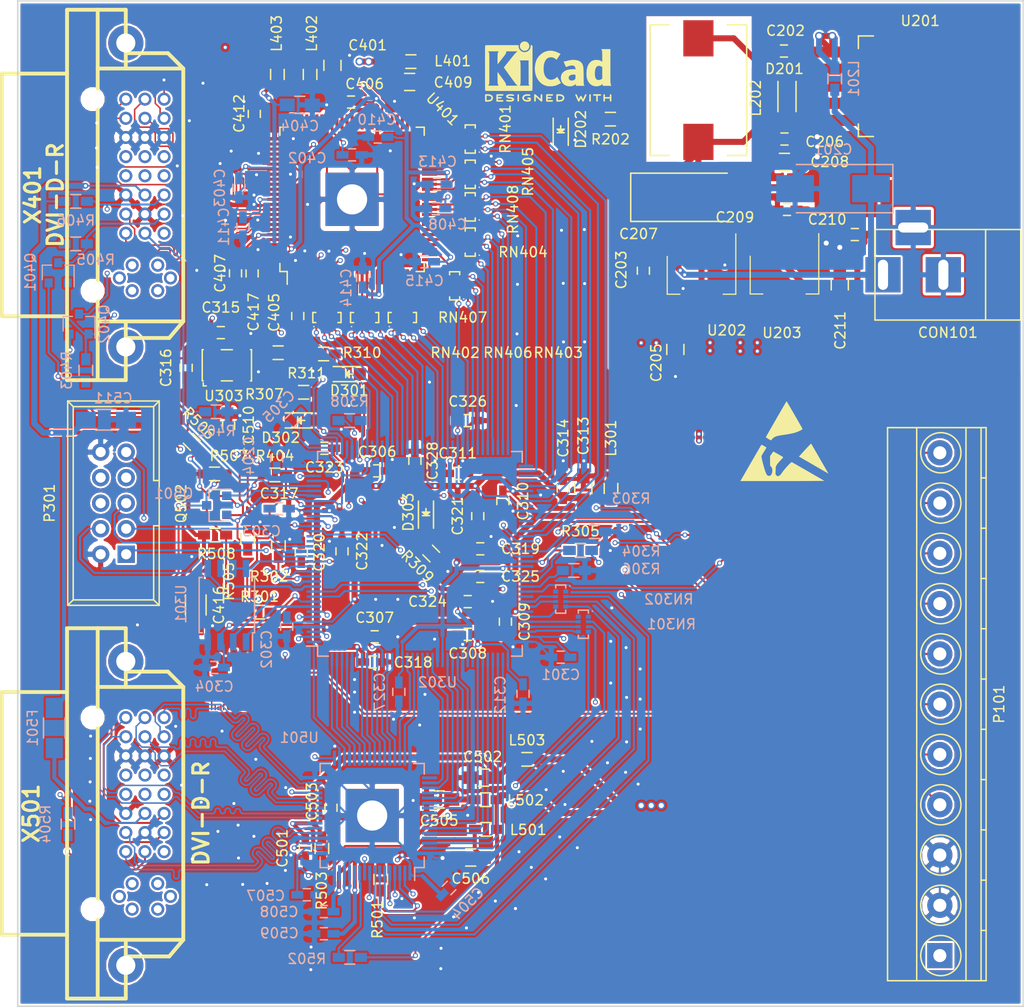
<source format=kicad_pcb>
(kicad_pcb (version 20160815) (host pcbnew "(2016-12-22 revision d365dc590)-master")

  (general
    (links 477)
    (no_connects 1)
    (area 19.924999 19.924999 120.075001 120.075001)
    (thickness 1.6)
    (drawings 6)
    (tracks 5010)
    (zones 0)
    (modules 138)
    (nets 237)
  )

  (page A4)
  (layers
    (0 F.Cu signal)
    (1 In1.Cu signal)
    (2 In2.Cu signal)
    (31 B.Cu signal)
    (32 B.Adhes user)
    (33 F.Adhes user)
    (34 B.Paste user)
    (35 F.Paste user)
    (36 B.SilkS user)
    (37 F.SilkS user)
    (38 B.Mask user)
    (39 F.Mask user)
    (40 Dwgs.User user)
    (41 Cmts.User user)
    (42 Eco1.User user)
    (43 Eco2.User user)
    (44 Edge.Cuts user)
    (45 Margin user)
    (46 B.CrtYd user)
    (47 F.CrtYd user)
    (48 B.Fab user hide)
    (49 F.Fab user hide)
  )

  (setup
    (last_trace_width 0.2)
    (user_trace_width 0.15)
    (user_trace_width 0.2)
    (user_trace_width 0.4)
    (user_trace_width 0.6)
    (user_trace_width 1.5)
    (trace_clearance 0.152)
    (zone_clearance 0.2)
    (zone_45_only no)
    (trace_min 0.15)
    (segment_width 0.2)
    (edge_width 0.15)
    (via_size 0.5)
    (via_drill 0.3)
    (via_min_size 0.5)
    (via_min_drill 0.3)
    (user_via 0.5 0.3)
    (user_via 0.8 0.5)
    (uvia_size 0.3)
    (uvia_drill 0.1)
    (uvias_allowed no)
    (uvia_min_size 0.2)
    (uvia_min_drill 0.1)
    (pcb_text_width 0.3)
    (pcb_text_size 1.5 1.5)
    (mod_edge_width 0.15)
    (mod_text_size 1 1)
    (mod_text_width 0.15)
    (pad_size 3 3)
    (pad_drill 3)
    (pad_to_mask_clearance 0.2)
    (aux_axis_origin 0 0)
    (grid_origin 20 120.025)
    (visible_elements FFFFFFFF)
    (pcbplotparams
      (layerselection 0x010f0_ffffffff)
      (usegerberextensions false)
      (excludeedgelayer true)
      (linewidth 0.100000)
      (plotframeref false)
      (viasonmask false)
      (mode 1)
      (useauxorigin false)
      (hpglpennumber 1)
      (hpglpenspeed 20)
      (hpglpendiameter 15)
      (psnegative false)
      (psa4output false)
      (plotreference true)
      (plotvalue true)
      (plotinvisibletext false)
      (padsonsilk false)
      (subtractmaskfromsilk false)
      (outputformat 1)
      (mirror false)
      (drillshape 0)
      (scaleselection 1)
      (outputdirectory gerber/))
  )

  (net 0 "")
  (net 1 /power/VIN)
  (net 2 GND)
  (net 3 "Net-(C202-Pad2)")
  (net 4 +2V5)
  (net 5 +3V3)
  (net 6 +1V2)
  (net 7 +V_IO)
  (net 8 /dvi_out/TVDD)
  (net 9 "Net-(D201-Pad1)")
  (net 10 "Net-(D202-Pad2)")
  (net 11 "Net-(F501-Pad1)")
  (net 12 +5V)
  (net 13 /GPIO0)
  (net 14 /GPIO1)
  (net 15 /GPIO2)
  (net 16 /GPIO3)
  (net 17 /GPIO4)
  (net 18 /GPIO5)
  (net 19 /GPIO6)
  (net 20 /GPIO7)
  (net 21 "Net-(P301-Pad9)")
  (net 22 "Net-(P301-Pad8)")
  (net 23 "Net-(P301-Pad7)")
  (net 24 "Net-(P301-Pad6)")
  (net 25 "Net-(P301-Pad5)")
  (net 26 "Net-(P301-Pad3)")
  (net 27 "Net-(P301-Pad1)")
  (net 28 /dvi_in/DDCDAT_IN)
  (net 29 /dvi_in/DDCCLK_IN)
  (net 30 /dvi_out/DDCDAT)
  (net 31 /dvi_out/DDCCLK)
  (net 32 "Net-(R301-Pad1)")
  (net 33 "Net-(R302-Pad1)")
  (net 34 "Net-(R303-Pad1)")
  (net 35 "Net-(R304-Pad1)")
  (net 36 "Net-(R305-Pad1)")
  (net 37 "Net-(R306-Pad1)")
  (net 38 /fpga/CLK50)
  (net 39 "Net-(R307-Pad2)")
  (net 40 /dvi_out/TXCLK+)
  (net 41 "Net-(R308-Pad1)")
  (net 42 /fpga/CLKIN)
  (net 43 /dvi_in/HOTPLUG)
  (net 44 "Net-(R501-Pad1)")
  (net 45 /dvi_out/MSEN)
  (net 46 "Net-(R503-Pad2)")
  (net 47 /dvi_out/HOTPLUG)
  (net 48 "Net-(R504-Pad1)")
  (net 49 "Net-(RN301-Pad7)")
  (net 50 "Net-(RN301-Pad6)")
  (net 51 "Net-(RN301-Pad5)")
  (net 52 "Net-(RN301-Pad8)")
  (net 53 /dvi_out/CTL1)
  (net 54 /dvi_out/DE)
  (net 55 /dvi_out/VSYNC)
  (net 56 /dvi_out/HSYNC)
  (net 57 /dvi_out/CTL2)
  (net 58 /dvi_out/CTL3)
  (net 59 "Net-(RN302-Pad8)")
  (net 60 "Net-(RN302-Pad5)")
  (net 61 "Net-(RN302-Pad6)")
  (net 62 "Net-(RN302-Pad7)")
  (net 63 /dvi_in/DE)
  (net 64 /dvi_in/VSYNC)
  (net 65 /dvi_in/HSYNC)
  (net 66 "Net-(RN401-Pad4)")
  (net 67 "Net-(RN401-Pad8)")
  (net 68 "Net-(RN401-Pad5)")
  (net 69 "Net-(RN401-Pad6)")
  (net 70 "Net-(RN401-Pad7)")
  (net 71 "Net-(RN402-Pad7)")
  (net 72 "Net-(RN402-Pad6)")
  (net 73 "Net-(RN402-Pad5)")
  (net 74 "Net-(RN402-Pad8)")
  (net 75 /dvi_in/DATI3)
  (net 76 /dvi_in/DATI2)
  (net 77 /dvi_in/DATI1)
  (net 78 /dvi_in/DATI0)
  (net 79 "Net-(RN403-Pad7)")
  (net 80 "Net-(RN403-Pad6)")
  (net 81 "Net-(RN403-Pad5)")
  (net 82 "Net-(RN403-Pad8)")
  (net 83 /dvi_in/DATI11)
  (net 84 /dvi_in/DATI10)
  (net 85 /dvi_in/DATI9)
  (net 86 /dvi_in/DATI8)
  (net 87 "Net-(RN404-Pad7)")
  (net 88 "Net-(RN404-Pad6)")
  (net 89 "Net-(RN404-Pad5)")
  (net 90 "Net-(RN404-Pad8)")
  (net 91 /dvi_in/DATI19)
  (net 92 /dvi_in/DATI18)
  (net 93 /dvi_in/DATI17)
  (net 94 /dvi_in/DATI16)
  (net 95 "Net-(RN405-Pad7)")
  (net 96 "Net-(RN405-Pad6)")
  (net 97 "Net-(RN405-Pad5)")
  (net 98 "Net-(RN405-Pad8)")
  (net 99 /dvi_in/CTL3)
  (net 100 /dvi_in/CTL2)
  (net 101 /dvi_in/CTL1)
  (net 102 /dvi_in/DATI4)
  (net 103 /dvi_in/DATI5)
  (net 104 /dvi_in/DATI6)
  (net 105 /dvi_in/DATI7)
  (net 106 "Net-(RN406-Pad8)")
  (net 107 "Net-(RN406-Pad5)")
  (net 108 "Net-(RN406-Pad6)")
  (net 109 "Net-(RN406-Pad7)")
  (net 110 /dvi_in/DATI12)
  (net 111 /dvi_in/DATI13)
  (net 112 /dvi_in/DATI14)
  (net 113 /dvi_in/DATI15)
  (net 114 "Net-(RN407-Pad8)")
  (net 115 "Net-(RN407-Pad5)")
  (net 116 "Net-(RN407-Pad6)")
  (net 117 "Net-(RN407-Pad7)")
  (net 118 /dvi_in/DATI20)
  (net 119 /dvi_in/DATI21)
  (net 120 /dvi_in/DATI22)
  (net 121 /dvi_in/DATI23)
  (net 122 "Net-(RN408-Pad8)")
  (net 123 "Net-(RN408-Pad5)")
  (net 124 "Net-(RN408-Pad6)")
  (net 125 "Net-(RN408-Pad7)")
  (net 126 /dvi_out/DATO4)
  (net 127 /dvi_out/DATO5)
  (net 128 /dvi_out/DATO6)
  (net 129 /dvi_out/DATO7)
  (net 130 /dvi_out/DATO12)
  (net 131 /dvi_out/DATO13)
  (net 132 /dvi_out/DATO14)
  (net 133 /dvi_out/DATO15)
  (net 134 /dvi_out/DATO20)
  (net 135 /dvi_out/DATO21)
  (net 136 /dvi_out/DATO22)
  (net 137 /dvi_out/DATO23)
  (net 138 /dvi_out/DATO3)
  (net 139 /dvi_out/DATO2)
  (net 140 /dvi_out/DATO1)
  (net 141 /dvi_out/DATO0)
  (net 142 /dvi_out/DATO11)
  (net 143 /dvi_out/DATO10)
  (net 144 /dvi_out/DATO9)
  (net 145 /dvi_out/DATO8)
  (net 146 /dvi_out/DATO19)
  (net 147 /dvi_out/DATO18)
  (net 148 /dvi_out/DATO17)
  (net 149 /dvi_out/DATO16)
  (net 150 /fpga/DCLK)
  (net 151 /fpga/ASDI)
  (net 152 /fpga/DATA)
  (net 153 /fpga/nCS)
  (net 154 "Net-(U302-Pad127)")
  (net 155 /dvi_in/LINK_ACT)
  (net 156 /dvi_in/PDOWN)
  (net 157 /dvi_out/EDGE)
  (net 158 /dvi_out/DKEN)
  (net 159 "Net-(U303-Pad1)")
  (net 160 "Net-(U401-Pad96)")
  (net 161 /dvi_in/RxC-)
  (net 162 /dvi_in/RxC+)
  (net 163 /dvi_in/Rx0+)
  (net 164 /dvi_in/Rx1-)
  (net 165 /dvi_in/Rx1+)
  (net 166 /dvi_in/Rx2-)
  (net 167 /dvi_in/Rx2+)
  (net 168 "Net-(U401-Pad77)")
  (net 169 "Net-(U401-Pad75)")
  (net 170 "Net-(U401-Pad74)")
  (net 171 "Net-(U401-Pad73)")
  (net 172 "Net-(U401-Pad72)")
  (net 173 "Net-(U401-Pad71)")
  (net 174 "Net-(U401-Pad70)")
  (net 175 "Net-(U401-Pad69)")
  (net 176 "Net-(U401-Pad66)")
  (net 177 "Net-(U401-Pad65)")
  (net 178 "Net-(U401-Pad64)")
  (net 179 "Net-(U401-Pad63)")
  (net 180 "Net-(U401-Pad62)")
  (net 181 "Net-(U401-Pad61)")
  (net 182 "Net-(U401-Pad60)")
  (net 183 "Net-(U401-Pad59)")
  (net 184 "Net-(U401-Pad56)")
  (net 185 "Net-(U401-Pad55)")
  (net 186 "Net-(U401-Pad54)")
  (net 187 "Net-(U401-Pad53)")
  (net 188 "Net-(U401-Pad52)")
  (net 189 "Net-(U401-Pad51)")
  (net 190 "Net-(U401-Pad50)")
  (net 191 "Net-(U401-Pad49)")
  (net 192 "Net-(U501-Pad56)")
  (net 193 "Net-(U501-Pad49)")
  (net 194 /dvi_out/TX2+)
  (net 195 /dvi_out/TX2-)
  (net 196 /dvi_out/TX1+)
  (net 197 /dvi_out/TX1-)
  (net 198 /dvi_out/TX0+)
  (net 199 /dvi_out/TX0-)
  (net 200 /dvi_out/TXC+)
  (net 201 /dvi_out/TXC-)
  (net 202 "Net-(X401-Pad8)")
  (net 203 "Net-(X401-Pad21)")
  (net 204 "Net-(X401-Pad20)")
  (net 205 "Net-(X401-Pad13)")
  (net 206 "Net-(X401-Pad12)")
  (net 207 "Net-(X401-Pad5)")
  (net 208 "Net-(X401-Pad4)")
  (net 209 "Net-(X501-Pad4)")
  (net 210 "Net-(X501-Pad5)")
  (net 211 "Net-(X501-Pad12)")
  (net 212 "Net-(X501-Pad13)")
  (net 213 "Net-(X501-Pad20)")
  (net 214 "Net-(X501-Pad21)")
  (net 215 "Net-(X501-Pad8)")
  (net 216 "Net-(D301-Pad2)")
  (net 217 "Net-(D302-Pad2)")
  (net 218 "Net-(D303-Pad2)")
  (net 219 /dvi_in/Rx0-)
  (net 220 "Net-(U302-Pad99)")
  (net 221 "Net-(U302-Pad84)")
  (net 222 "Net-(U302-Pad83)")
  (net 223 "Net-(RN302-Pad1)")
  (net 224 "Net-(D301-Pad1)")
  (net 225 "Net-(D302-Pad1)")
  (net 226 "Net-(D303-Pad1)")
  (net 227 "Net-(RN301-Pad1)")
  (net 228 /dvi_in/PVDD)
  (net 229 /dvi_in/DVDD)
  (net 230 /dvi_in/AVDD)
  (net 231 /dvi_out/DVDD)
  (net 232 /dvi_out/PVDD)
  (net 233 /dvi_out/DDCDAT_)
  (net 234 /dvi_out/DDCCLK_)
  (net 235 /dvi_in/DDCDAT_)
  (net 236 /dvi_in/DDCCLK_)

  (net_class Default "This is the default net class."
    (clearance 0.152)
    (trace_width 0.2)
    (via_dia 0.5)
    (via_drill 0.3)
    (uvia_dia 0.3)
    (uvia_drill 0.1)
    (diff_pair_gap 0.25)
    (diff_pair_width 0.2)
    (add_net +1V2)
    (add_net +2V5)
    (add_net +3V3)
    (add_net +5V)
    (add_net +V_IO)
    (add_net /GPIO0)
    (add_net /GPIO1)
    (add_net /GPIO2)
    (add_net /GPIO3)
    (add_net /GPIO4)
    (add_net /GPIO5)
    (add_net /GPIO6)
    (add_net /GPIO7)
    (add_net /dvi_in/AVDD)
    (add_net /dvi_in/CTL1)
    (add_net /dvi_in/CTL2)
    (add_net /dvi_in/CTL3)
    (add_net /dvi_in/DATI0)
    (add_net /dvi_in/DATI1)
    (add_net /dvi_in/DATI10)
    (add_net /dvi_in/DATI11)
    (add_net /dvi_in/DATI12)
    (add_net /dvi_in/DATI13)
    (add_net /dvi_in/DATI14)
    (add_net /dvi_in/DATI15)
    (add_net /dvi_in/DATI16)
    (add_net /dvi_in/DATI17)
    (add_net /dvi_in/DATI18)
    (add_net /dvi_in/DATI19)
    (add_net /dvi_in/DATI2)
    (add_net /dvi_in/DATI20)
    (add_net /dvi_in/DATI21)
    (add_net /dvi_in/DATI22)
    (add_net /dvi_in/DATI23)
    (add_net /dvi_in/DATI3)
    (add_net /dvi_in/DATI4)
    (add_net /dvi_in/DATI5)
    (add_net /dvi_in/DATI6)
    (add_net /dvi_in/DATI7)
    (add_net /dvi_in/DATI8)
    (add_net /dvi_in/DATI9)
    (add_net /dvi_in/DDCCLK_)
    (add_net /dvi_in/DDCCLK_IN)
    (add_net /dvi_in/DDCDAT_)
    (add_net /dvi_in/DDCDAT_IN)
    (add_net /dvi_in/DE)
    (add_net /dvi_in/DVDD)
    (add_net /dvi_in/HOTPLUG)
    (add_net /dvi_in/HSYNC)
    (add_net /dvi_in/LINK_ACT)
    (add_net /dvi_in/PDOWN)
    (add_net /dvi_in/PVDD)
    (add_net /dvi_in/Rx0+)
    (add_net /dvi_in/Rx0-)
    (add_net /dvi_in/Rx1+)
    (add_net /dvi_in/Rx1-)
    (add_net /dvi_in/Rx2+)
    (add_net /dvi_in/Rx2-)
    (add_net /dvi_in/RxC+)
    (add_net /dvi_in/RxC-)
    (add_net /dvi_in/VSYNC)
    (add_net /dvi_out/CTL1)
    (add_net /dvi_out/CTL2)
    (add_net /dvi_out/CTL3)
    (add_net /dvi_out/DATO0)
    (add_net /dvi_out/DATO1)
    (add_net /dvi_out/DATO10)
    (add_net /dvi_out/DATO11)
    (add_net /dvi_out/DATO12)
    (add_net /dvi_out/DATO13)
    (add_net /dvi_out/DATO14)
    (add_net /dvi_out/DATO15)
    (add_net /dvi_out/DATO16)
    (add_net /dvi_out/DATO17)
    (add_net /dvi_out/DATO18)
    (add_net /dvi_out/DATO19)
    (add_net /dvi_out/DATO2)
    (add_net /dvi_out/DATO20)
    (add_net /dvi_out/DATO21)
    (add_net /dvi_out/DATO22)
    (add_net /dvi_out/DATO23)
    (add_net /dvi_out/DATO3)
    (add_net /dvi_out/DATO4)
    (add_net /dvi_out/DATO5)
    (add_net /dvi_out/DATO6)
    (add_net /dvi_out/DATO7)
    (add_net /dvi_out/DATO8)
    (add_net /dvi_out/DATO9)
    (add_net /dvi_out/DDCCLK)
    (add_net /dvi_out/DDCCLK_)
    (add_net /dvi_out/DDCDAT)
    (add_net /dvi_out/DDCDAT_)
    (add_net /dvi_out/DE)
    (add_net /dvi_out/DKEN)
    (add_net /dvi_out/DVDD)
    (add_net /dvi_out/EDGE)
    (add_net /dvi_out/HOTPLUG)
    (add_net /dvi_out/HSYNC)
    (add_net /dvi_out/MSEN)
    (add_net /dvi_out/PVDD)
    (add_net /dvi_out/TVDD)
    (add_net /dvi_out/TX0+)
    (add_net /dvi_out/TX0-)
    (add_net /dvi_out/TX1+)
    (add_net /dvi_out/TX1-)
    (add_net /dvi_out/TX2+)
    (add_net /dvi_out/TX2-)
    (add_net /dvi_out/TXC+)
    (add_net /dvi_out/TXC-)
    (add_net /dvi_out/TXCLK+)
    (add_net /dvi_out/VSYNC)
    (add_net /fpga/ASDI)
    (add_net /fpga/CLK50)
    (add_net /fpga/CLKIN)
    (add_net /fpga/DATA)
    (add_net /fpga/DCLK)
    (add_net /fpga/nCS)
    (add_net /power/VIN)
    (add_net GND)
    (add_net "Net-(C202-Pad2)")
    (add_net "Net-(D201-Pad1)")
    (add_net "Net-(D202-Pad2)")
    (add_net "Net-(D301-Pad1)")
    (add_net "Net-(D301-Pad2)")
    (add_net "Net-(D302-Pad1)")
    (add_net "Net-(D302-Pad2)")
    (add_net "Net-(D303-Pad1)")
    (add_net "Net-(D303-Pad2)")
    (add_net "Net-(F501-Pad1)")
    (add_net "Net-(P301-Pad1)")
    (add_net "Net-(P301-Pad3)")
    (add_net "Net-(P301-Pad5)")
    (add_net "Net-(P301-Pad6)")
    (add_net "Net-(P301-Pad7)")
    (add_net "Net-(P301-Pad8)")
    (add_net "Net-(P301-Pad9)")
    (add_net "Net-(R301-Pad1)")
    (add_net "Net-(R302-Pad1)")
    (add_net "Net-(R303-Pad1)")
    (add_net "Net-(R304-Pad1)")
    (add_net "Net-(R305-Pad1)")
    (add_net "Net-(R306-Pad1)")
    (add_net "Net-(R307-Pad2)")
    (add_net "Net-(R308-Pad1)")
    (add_net "Net-(R501-Pad1)")
    (add_net "Net-(R503-Pad2)")
    (add_net "Net-(R504-Pad1)")
    (add_net "Net-(RN301-Pad1)")
    (add_net "Net-(RN301-Pad5)")
    (add_net "Net-(RN301-Pad6)")
    (add_net "Net-(RN301-Pad7)")
    (add_net "Net-(RN301-Pad8)")
    (add_net "Net-(RN302-Pad1)")
    (add_net "Net-(RN302-Pad5)")
    (add_net "Net-(RN302-Pad6)")
    (add_net "Net-(RN302-Pad7)")
    (add_net "Net-(RN302-Pad8)")
    (add_net "Net-(RN401-Pad4)")
    (add_net "Net-(RN401-Pad5)")
    (add_net "Net-(RN401-Pad6)")
    (add_net "Net-(RN401-Pad7)")
    (add_net "Net-(RN401-Pad8)")
    (add_net "Net-(RN402-Pad5)")
    (add_net "Net-(RN402-Pad6)")
    (add_net "Net-(RN402-Pad7)")
    (add_net "Net-(RN402-Pad8)")
    (add_net "Net-(RN403-Pad5)")
    (add_net "Net-(RN403-Pad6)")
    (add_net "Net-(RN403-Pad7)")
    (add_net "Net-(RN403-Pad8)")
    (add_net "Net-(RN404-Pad5)")
    (add_net "Net-(RN404-Pad6)")
    (add_net "Net-(RN404-Pad7)")
    (add_net "Net-(RN404-Pad8)")
    (add_net "Net-(RN405-Pad5)")
    (add_net "Net-(RN405-Pad6)")
    (add_net "Net-(RN405-Pad7)")
    (add_net "Net-(RN405-Pad8)")
    (add_net "Net-(RN406-Pad5)")
    (add_net "Net-(RN406-Pad6)")
    (add_net "Net-(RN406-Pad7)")
    (add_net "Net-(RN406-Pad8)")
    (add_net "Net-(RN407-Pad5)")
    (add_net "Net-(RN407-Pad6)")
    (add_net "Net-(RN407-Pad7)")
    (add_net "Net-(RN407-Pad8)")
    (add_net "Net-(RN408-Pad5)")
    (add_net "Net-(RN408-Pad6)")
    (add_net "Net-(RN408-Pad7)")
    (add_net "Net-(RN408-Pad8)")
    (add_net "Net-(U302-Pad127)")
    (add_net "Net-(U302-Pad83)")
    (add_net "Net-(U302-Pad84)")
    (add_net "Net-(U302-Pad99)")
    (add_net "Net-(U303-Pad1)")
    (add_net "Net-(U401-Pad49)")
    (add_net "Net-(U401-Pad50)")
    (add_net "Net-(U401-Pad51)")
    (add_net "Net-(U401-Pad52)")
    (add_net "Net-(U401-Pad53)")
    (add_net "Net-(U401-Pad54)")
    (add_net "Net-(U401-Pad55)")
    (add_net "Net-(U401-Pad56)")
    (add_net "Net-(U401-Pad59)")
    (add_net "Net-(U401-Pad60)")
    (add_net "Net-(U401-Pad61)")
    (add_net "Net-(U401-Pad62)")
    (add_net "Net-(U401-Pad63)")
    (add_net "Net-(U401-Pad64)")
    (add_net "Net-(U401-Pad65)")
    (add_net "Net-(U401-Pad66)")
    (add_net "Net-(U401-Pad69)")
    (add_net "Net-(U401-Pad70)")
    (add_net "Net-(U401-Pad71)")
    (add_net "Net-(U401-Pad72)")
    (add_net "Net-(U401-Pad73)")
    (add_net "Net-(U401-Pad74)")
    (add_net "Net-(U401-Pad75)")
    (add_net "Net-(U401-Pad77)")
    (add_net "Net-(U401-Pad96)")
    (add_net "Net-(U501-Pad49)")
    (add_net "Net-(U501-Pad56)")
    (add_net "Net-(X401-Pad12)")
    (add_net "Net-(X401-Pad13)")
    (add_net "Net-(X401-Pad20)")
    (add_net "Net-(X401-Pad21)")
    (add_net "Net-(X401-Pad4)")
    (add_net "Net-(X401-Pad5)")
    (add_net "Net-(X401-Pad8)")
    (add_net "Net-(X501-Pad12)")
    (add_net "Net-(X501-Pad13)")
    (add_net "Net-(X501-Pad20)")
    (add_net "Net-(X501-Pad21)")
    (add_net "Net-(X501-Pad4)")
    (add_net "Net-(X501-Pad5)")
    (add_net "Net-(X501-Pad8)")
  )

  (module smd:LPISM-13x9.55 (layer F.Cu) (tedit 5874DABA) (tstamp 5872988D)
    (at 87.69 28.885 180)
    (path /5839A46D/5839C78F)
    (fp_text reference L202 (at -5.7 -0.8 270) (layer F.SilkS)
      (effects (font (size 1 1) (thickness 0.15)))
    )
    (fp_text value 33u (at 5.9 0 270) (layer F.Fab)
      (effects (font (size 1 1) (thickness 0.15)))
    )
    (fp_line (start -4.8 -6.5) (end -2.9 -6.5) (layer F.SilkS) (width 0.15))
    (fp_line (start -4.8 6.5) (end -4.8 -6.5) (layer F.SilkS) (width 0.15))
    (fp_line (start -2.9 6.5) (end -4.8 6.5) (layer F.SilkS) (width 0.15))
    (fp_line (start 4.8 -6.5) (end 2.9 -6.5) (layer F.SilkS) (width 0.15))
    (fp_line (start 4.8 6.5) (end 4.8 -6.5) (layer F.SilkS) (width 0.15))
    (fp_line (start 2.9 6.5) (end 4.8 6.5) (layer F.SilkS) (width 0.15))
    (pad 2 smd rect (at 0 -5.15 180) (size 3 3.6) (layers F.Cu F.Paste F.Mask)
      (net 5 +3V3))
    (pad 1 smd rect (at 0 5.15 180) (size 3 3.6) (layers F.Cu F.Paste F.Mask)
      (net 9 "Net-(D201-Pad1)"))
    (model ${KISYS3DMOD}/smd.shapes3d/LPISM-13x9.55.x3d
      (at (xyz 0 0 0))
      (scale (xyz 1 1 1))
      (rotate (xyz 0 0 0))
    )
  )

  (module Capacitors_Tantalum_SMD:Tantalum_Case-D_EIA-7343-31_Hand (layer F.Cu) (tedit 57B6E980) (tstamp 586EAA66)
    (at 86.91 39.545)
    (descr "Tantalum capacitor, Case D, EIA 7343-31, 7.3x4.3x2.8mm, Hand soldering footprint")
    (tags "capacitor tantalum smd")
    (path /5839A46D/5839CB5E)
    (attr smd)
    (fp_text reference C207 (at -5.18 3.64) (layer F.SilkS)
      (effects (font (size 1 1) (thickness 0.15)))
    )
    (fp_text value 100u (at 0 3.9) (layer F.Fab)
      (effects (font (size 1 1) (thickness 0.15)))
    )
    (fp_line (start -6.05 -2.5) (end -6.05 2.5) (layer F.CrtYd) (width 0.05))
    (fp_line (start -6.05 2.5) (end 6.05 2.5) (layer F.CrtYd) (width 0.05))
    (fp_line (start 6.05 2.5) (end 6.05 -2.5) (layer F.CrtYd) (width 0.05))
    (fp_line (start 6.05 -2.5) (end -6.05 -2.5) (layer F.CrtYd) (width 0.05))
    (fp_line (start -3.65 -2.15) (end -3.65 2.15) (layer F.Fab) (width 0.15))
    (fp_line (start -3.65 2.15) (end 3.65 2.15) (layer F.Fab) (width 0.15))
    (fp_line (start 3.65 2.15) (end 3.65 -2.15) (layer F.Fab) (width 0.15))
    (fp_line (start 3.65 -2.15) (end -3.65 -2.15) (layer F.Fab) (width 0.15))
    (fp_line (start -2.92 -2.15) (end -2.92 2.15) (layer F.Fab) (width 0.15))
    (fp_line (start -2.555 -2.15) (end -2.555 2.15) (layer F.Fab) (width 0.15))
    (fp_line (start -5.95 -2.4) (end 3.65 -2.4) (layer F.SilkS) (width 0.15))
    (fp_line (start -5.95 2.4) (end 3.65 2.4) (layer F.SilkS) (width 0.15))
    (fp_line (start -5.95 -2.4) (end -5.95 2.4) (layer F.SilkS) (width 0.15))
    (pad 1 smd rect (at -3.775 0) (size 3.75 2.7) (layers F.Cu F.Paste F.Mask)
      (net 5 +3V3))
    (pad 2 smd rect (at 3.775 0) (size 3.75 2.7) (layers F.Cu F.Paste F.Mask)
      (net 2 GND))
    (model Capacitors_Tantalum_SMD.3dshapes/Tantalum_Case-D_EIA-7343-31.wrl
      (at (xyz 0 0 0))
      (scale (xyz 1 1 1))
      (rotate (xyz 0 0 0))
    )
  )

  (module artwork:shimatta_std (layer F.Cu) (tedit 0) (tstamp 58695997)
    (at 89.5 112.525)
    (fp_text reference G*** (at 0 0) (layer F.SilkS) hide
      (effects (font (thickness 0.3)))
    )
    (fp_text value LOGO (at 0.75 0) (layer F.SilkS) hide
      (effects (font (thickness 0.3)))
    )
    (fp_poly (pts (xy 10.868794 -0.34663) (xy 10.940082 -0.344725) (xy 11.001581 -0.340759) (xy 11.054456 -0.334558)
      (xy 11.099874 -0.325943) (xy 11.138999 -0.314739) (xy 11.172997 -0.300768) (xy 11.203034 -0.283854)
      (xy 11.230276 -0.263821) (xy 11.255887 -0.240491) (xy 11.256462 -0.239919) (xy 11.289334 -0.201111)
      (xy 11.312259 -0.15891) (xy 11.326574 -0.110035) (xy 11.333618 -0.05121) (xy 11.333643 -0.0508)
      (xy 11.332569 0.023291) (xy 11.320361 0.089289) (xy 11.297275 0.146655) (xy 11.263566 0.19485)
      (xy 11.219491 0.233333) (xy 11.190884 0.250184) (xy 11.170271 0.260221) (xy 11.150623 0.268525)
      (xy 11.130272 0.275304) (xy 11.107549 0.280766) (xy 11.080783 0.285117) (xy 11.048306 0.288565)
      (xy 11.008448 0.291317) (xy 10.959541 0.29358) (xy 10.899914 0.295563) (xy 10.827899 0.297472)
      (xy 10.805885 0.298007) (xy 10.501253 0.308642) (xy 10.207708 0.325718) (xy 9.923258 0.349393)
      (xy 9.645907 0.379823) (xy 9.470624 0.402998) (xy 9.411807 0.410902) (xy 9.364278 0.416192)
      (xy 9.325062 0.418954) (xy 9.291185 0.41927) (xy 9.259672 0.417223) (xy 9.227549 0.412897)
      (xy 9.212169 0.410241) (xy 9.144467 0.392017) (xy 9.087321 0.363849) (xy 9.040745 0.325747)
      (xy 9.004755 0.277724) (xy 8.992925 0.254871) (xy 8.980849 0.218141) (xy 8.973005 0.172373)
      (xy 8.969757 0.122517) (xy 8.971468 0.073524) (xy 8.976926 0.037019) (xy 8.997827 -0.025291)
      (xy 9.0312 -0.080963) (xy 9.075937 -0.128488) (xy 9.122686 -0.16171) (xy 9.147207 -0.17458)
      (xy 9.175393 -0.186432) (xy 9.208483 -0.197521) (xy 9.247713 -0.208107) (xy 9.294321 -0.218445)
      (xy 9.349544 -0.228794) (xy 9.414619 -0.23941) (xy 9.490782 -0.250551) (xy 9.579273 -0.262474)
      (xy 9.652 -0.271774) (xy 9.800914 -0.289224) (xy 9.950405 -0.304133) (xy 10.103324 -0.316716)
      (xy 10.262527 -0.327186) (xy 10.430867 -0.335758) (xy 10.584543 -0.341755) (xy 10.69219 -0.344969)
      (xy 10.786552 -0.346653) (xy 10.868794 -0.34663)) (layer F.Mask) (width 0.01))
    (fp_poly (pts (xy 3.280686 -0.880939) (xy 3.34556 -0.879771) (xy 3.402872 -0.877617) (xy 3.449973 -0.87446)
      (xy 3.472543 -0.872037) (xy 3.61367 -0.849571) (xy 3.744701 -0.82007) (xy 3.868701 -0.782621)
      (xy 3.988736 -0.73631) (xy 4.096467 -0.686017) (xy 4.193868 -0.632986) (xy 4.288297 -0.574006)
      (xy 4.3772 -0.510941) (xy 4.458022 -0.445653) (xy 4.528209 -0.380007) (xy 4.555365 -0.351156)
      (xy 4.639992 -0.246318) (xy 4.713364 -0.13273) (xy 4.774921 -0.011455) (xy 4.824102 0.116443)
      (xy 4.850885 0.209423) (xy 4.879181 0.347701) (xy 4.896607 0.490707) (xy 4.903125 0.635529)
      (xy 4.898699 0.779253) (xy 4.88329 0.918966) (xy 4.861451 1.032728) (xy 4.824346 1.160933)
      (xy 4.77372 1.287533) (xy 4.710565 1.41087) (xy 4.635874 1.529285) (xy 4.550639 1.641117)
      (xy 4.455854 1.744709) (xy 4.40832 1.79005) (xy 4.299338 1.882172) (xy 4.177612 1.971762)
      (xy 4.04482 2.057926) (xy 3.902638 2.139772) (xy 3.752745 2.216408) (xy 3.596818 2.286942)
      (xy 3.436534 2.350482) (xy 3.27357 2.406135) (xy 3.218543 2.422898) (xy 3.139899 2.444368)
      (xy 3.049468 2.466013) (xy 2.949959 2.487315) (xy 2.844082 2.507761) (xy 2.734547 2.526832)
      (xy 2.624065 2.544015) (xy 2.515345 2.558792) (xy 2.485571 2.56243) (xy 2.428012 2.568359)
      (xy 2.365313 2.573218) (xy 2.299907 2.576957) (xy 2.234229 2.579525) (xy 2.17071 2.580872)
      (xy 2.111786 2.580947) (xy 2.05989 2.579698) (xy 2.017454 2.577077) (xy 1.986913 2.573032)
      (xy 1.985844 2.572813) (xy 1.91558 2.552339) (xy 1.8565 2.522842) (xy 1.808841 2.484627)
      (xy 1.772841 2.437998) (xy 1.748736 2.38326) (xy 1.736764 2.320717) (xy 1.736929 2.253327)
      (xy 1.748307 2.186275) (xy 1.77048 2.128668) (xy 1.803758 2.079916) (xy 1.848452 2.039427)
      (xy 1.849677 2.038544) (xy 1.877767 2.020506) (xy 1.908228 2.005555) (xy 1.943115 1.993169)
      (xy 1.984481 1.982826) (xy 2.034379 1.974007) (xy 2.094863 1.966188) (xy 2.161084 1.959481)
      (xy 2.311846 1.944454) (xy 2.450169 1.928139) (xy 2.578102 1.910074) (xy 2.697697 1.889796)
      (xy 2.811005 1.866842) (xy 2.920076 1.84075) (xy 3.026962 1.811058) (xy 3.133714 1.777303)
      (xy 3.242382 1.739022) (xy 3.355017 1.695754) (xy 3.386254 1.683205) (xy 3.439042 1.660814)
      (xy 3.498085 1.634078) (xy 3.560068 1.604637) (xy 3.621674 1.574131) (xy 3.679588 1.5442)
      (xy 3.730494 1.516484) (xy 3.76929 1.493734) (xy 3.863531 1.428613) (xy 3.952139 1.353949)
      (xy 4.033116 1.271853) (xy 4.104465 1.184435) (xy 4.16419 1.093803) (xy 4.186568 1.052873)
      (xy 4.225348 0.967344) (xy 4.253373 0.882119) (xy 4.271449 0.793702) (xy 4.280379 0.698597)
      (xy 4.281685 0.639641) (xy 4.277001 0.527464) (xy 4.262763 0.425302) (xy 4.238591 0.331924)
      (xy 4.204105 0.2461) (xy 4.158926 0.166599) (xy 4.119 0.11188) (xy 4.060291 0.048463)
      (xy 3.988142 -0.012032) (xy 3.902275 -0.06981) (xy 3.802411 -0.125073) (xy 3.778387 -0.136985)
      (xy 3.681686 -0.179417) (xy 3.583439 -0.212975) (xy 3.48168 -0.237992) (xy 3.374444 -0.254803)
      (xy 3.259766 -0.263742) (xy 3.13568 -0.265143) (xy 3.043531 -0.261888) (xy 2.888029 -0.251649)
      (xy 2.734088 -0.236994) (xy 2.580213 -0.217612) (xy 2.424912 -0.193189) (xy 2.26669 -0.163413)
      (xy 2.104054 -0.127969) (xy 1.93551 -0.086547) (xy 1.759564 -0.038832) (xy 1.574722 0.015488)
      (xy 1.379491 0.076726) (xy 1.29428 0.104504) (xy 1.212487 0.131377) (xy 1.14306 0.153997)
      (xy 1.08461 0.172751) (xy 1.035751 0.188021) (xy 0.995094 0.200194) (xy 0.961252 0.209655)
      (xy 0.932836 0.216787) (xy 0.908459 0.221977) (xy 0.886733 0.225608) (xy 0.86627 0.228067)
      (xy 0.845683 0.229737) (xy 0.841828 0.229985) (xy 0.770694 0.22918) (xy 0.705988 0.217912)
      (xy 0.648912 0.196762) (xy 0.60067 0.166307) (xy 0.562463 0.127129) (xy 0.536857 0.083059)
      (xy 0.516575 0.01964) (xy 0.509485 -0.04353) (xy 0.515258 -0.10471) (xy 0.533566 -0.162158)
      (xy 0.564078 -0.214131) (xy 0.6005 -0.25372) (xy 0.627556 -0.275729) (xy 0.658526 -0.29656)
      (xy 0.694993 -0.316941) (xy 0.738543 -0.337601) (xy 0.790758 -0.359268) (xy 0.853223 -0.382671)
      (xy 0.927522 -0.40854) (xy 0.962785 -0.420363) (xy 1.235996 -0.508259) (xy 1.498548 -0.586824)
      (xy 1.750821 -0.656148) (xy 1.993199 -0.71632) (xy 2.226063 -0.767428) (xy 2.449796 -0.809563)
      (xy 2.664779 -0.842814) (xy 2.871395 -0.86727) (xy 2.881085 -0.868221) (xy 2.935666 -0.872605)
      (xy 2.998589 -0.876105) (xy 3.067203 -0.878706) (xy 3.138857 -0.88039) (xy 3.210902 -0.88114)
      (xy 3.280686 -0.880939)) (layer F.Mask) (width 0.01))
    (fp_poly (pts (xy 9.003608 1.085203) (xy 9.056887 1.097351) (xy 9.102289 1.118483) (xy 9.136442 1.144109)
      (xy 9.162501 1.170161) (xy 9.183639 1.197962) (xy 9.200436 1.229422) (xy 9.213471 1.266452)
      (xy 9.223323 1.310961) (xy 9.230572 1.364858) (xy 9.235796 1.430055) (xy 9.238428 1.480457)
      (xy 9.242463 1.556719) (xy 9.247451 1.620598) (xy 9.253768 1.674212) (xy 9.261789 1.719683)
      (xy 9.27189 1.759128) (xy 9.284448 1.794667) (xy 9.299837 1.828421) (xy 9.300281 1.8293)
      (xy 9.32368 1.861058) (xy 9.36009 1.889396) (xy 9.409773 1.914428) (xy 9.472988 1.936271)
      (xy 9.549997 1.955039) (xy 9.608457 1.96579) (xy 9.659854 1.973801) (xy 9.709141 1.980441)
      (xy 9.758607 1.98587) (xy 9.810543 1.990245) (xy 9.86724 1.993727) (xy 9.930987 1.996474)
      (xy 10.004074 1.998645) (xy 10.088793 2.000399) (xy 10.112828 2.000803) (xy 10.344931 2.000686)
      (xy 10.574631 1.992926) (xy 10.799511 1.977698) (xy 11.017155 1.955179) (xy 11.225147 1.925543)
      (xy 11.283945 1.915532) (xy 11.323332 1.909019) (xy 11.353394 1.905485) (xy 11.37896 1.904703)
      (xy 11.404859 1.906445) (xy 11.424674 1.908893) (xy 11.494816 1.923371) (xy 11.553352 1.946196)
      (xy 11.600789 1.977718) (xy 11.637635 2.018289) (xy 11.664396 2.068258) (xy 11.667708 2.076961)
      (xy 11.674691 2.105256) (xy 11.679662 2.14325) (xy 11.682423 2.186242) (xy 11.682775 2.229529)
      (xy 11.680518 2.26841) (xy 11.676827 2.29262) (xy 11.655383 2.357769) (xy 11.621693 2.415438)
      (xy 11.576172 2.465251) (xy 11.51923 2.506833) (xy 11.451281 2.539807) (xy 11.381702 2.561655)
      (xy 11.342402 2.569881) (xy 11.29029 2.578484) (xy 11.227059 2.587284) (xy 11.154403 2.596097)
      (xy 11.074012 2.604743) (xy 10.987579 2.61304) (xy 10.896797 2.620806) (xy 10.803359 2.62786)
      (xy 10.708955 2.634021) (xy 10.705281 2.63424) (xy 10.652261 2.63689) (xy 10.589033 2.639219)
      (xy 10.517978 2.641203) (xy 10.441476 2.642822) (xy 10.36191 2.644053) (xy 10.281658 2.644874)
      (xy 10.203102 2.645263) (xy 10.128622 2.645198) (xy 10.0606 2.644658) (xy 10.001415 2.643619)
      (xy 9.953449 2.64206) (xy 9.938657 2.641327) (xy 9.768481 2.628296) (xy 9.611394 2.609042)
      (xy 9.467369 2.583557) (xy 9.336381 2.551835) (xy 9.218402 2.51387) (xy 9.113406 2.469654)
      (xy 9.021367 2.419181) (xy 8.998233 2.404142) (xy 8.936306 2.355572) (xy 8.876387 2.295797)
      (xy 8.821128 2.228111) (xy 8.77318 2.155807) (xy 8.735198 2.08218) (xy 8.730868 2.072055)
      (xy 8.707215 2.00826) (xy 8.685371 1.936098) (xy 8.66712 1.861716) (xy 8.660844 1.8307)
      (xy 8.655793 1.795362) (xy 8.651582 1.749235) (xy 8.648253 1.695121) (xy 8.645849 1.635825)
      (xy 8.644412 1.574151) (xy 8.643985 1.512901) (xy 8.64461 1.45488) (xy 8.646328 1.402892)
      (xy 8.649184 1.359739) (xy 8.653218 1.328227) (xy 8.65325 1.328057) (xy 8.671645 1.258488)
      (xy 8.698511 1.200675) (xy 8.734046 1.154447) (xy 8.778447 1.119634) (xy 8.831912 1.096067)
      (xy 8.894638 1.083576) (xy 8.940188 1.081315) (xy 9.003608 1.085203)) (layer F.Mask) (width 0.01))
    (fp_poly (pts (xy -11.3068 -2.522042) (xy -11.243523 -2.508415) (xy -11.18998 -2.484867) (xy -11.145174 -2.450712)
      (xy -11.108109 -2.405266) (xy -11.077788 -2.347845) (xy -11.062557 -2.307771) (xy -11.061106 -2.303062)
      (xy -11.05976 -2.297493) (xy -11.058513 -2.290514) (xy -11.057361 -2.281571) (xy -11.056298 -2.270114)
      (xy -11.055319 -2.255589) (xy -11.054417 -2.237446) (xy -11.053589 -2.215132) (xy -11.052827 -2.188096)
      (xy -11.052128 -2.155784) (xy -11.051485 -2.117645) (xy -11.050893 -2.073128) (xy -11.050346 -2.02168)
      (xy -11.04984 -1.962749) (xy -11.049369 -1.895784) (xy -11.048927 -1.820232) (xy -11.048509 -1.735541)
      (xy -11.04811 -1.64116) (xy -11.047724 -1.536535) (xy -11.047346 -1.421117) (xy -11.04697 -1.294351)
      (xy -11.046591 -1.155687) (xy -11.046203 -1.004573) (xy -11.045802 -0.840455) (xy -11.045381 -0.662784)
      (xy -11.045055 -0.522514) (xy -11.044621 -0.331929) (xy -11.044228 -0.155283) (xy -11.043859 0.008)
      (xy -11.043503 0.158496) (xy -11.043145 0.296779) (xy -11.042771 0.423427) (xy -11.042368 0.539013)
      (xy -11.041921 0.644114) (xy -11.041417 0.739305) (xy -11.040843 0.825162) (xy -11.040184 0.90226)
      (xy -11.039426 0.971175) (xy -11.038556 1.032482) (xy -11.037561 1.086757) (xy -11.036425 1.134576)
      (xy -11.035136 1.176514) (xy -11.033679 1.213146) (xy -11.032041 1.245049) (xy -11.030209 1.272797)
      (xy -11.028167 1.296966) (xy -11.025903 1.318133) (xy -11.023403 1.336871) (xy -11.020653 1.353757)
      (xy -11.017638 1.369367) (xy -11.014346 1.384276) (xy -11.010763 1.399059) (xy -11.006874 1.414293)
      (xy -11.002666 1.430552) (xy -10.998125 1.448412) (xy -10.997798 1.449724) (xy -10.964594 1.558686)
      (xy -10.922022 1.656604) (xy -10.87005 1.743504) (xy -10.808644 1.819409) (xy -10.737771 1.884342)
      (xy -10.6574 1.938328) (xy -10.567497 1.98139) (xy -10.468029 2.013553) (xy -10.358964 2.03484)
      (xy -10.24027 2.045275) (xy -10.18084 2.046437) (xy -10.02365 2.040231) (xy -9.8725 2.021965)
      (xy -9.72797 1.991807) (xy -9.590642 1.949924) (xy -9.461096 1.896487) (xy -9.339913 1.831662)
      (xy -9.260323 1.779565) (xy -9.187902 1.722827) (xy -9.111738 1.652849) (xy -9.032329 1.570273)
      (xy -8.950172 1.475739) (xy -8.865765 1.369888) (xy -8.779606 1.253362) (xy -8.692193 1.126801)
      (xy -8.604024 0.990846) (xy -8.515598 0.846139) (xy -8.456603 0.744866) (xy -8.420295 0.681984)
      (xy -8.389599 0.630434) (xy -8.363414 0.588677) (xy -8.340642 0.555175) (xy -8.320185 0.52839)
      (xy -8.300944 0.506783) (xy -8.28182 0.488815) (xy -8.263208 0.474045) (xy -8.214168 0.444068)
      (xy -8.164588 0.42726) (xy -8.110878 0.422597) (xy -8.087241 0.423921) (xy -8.016328 0.43535)
      (xy -7.956351 0.456006) (xy -7.906749 0.48626) (xy -7.866959 0.526481) (xy -7.836418 0.57704)
      (xy -7.82912 0.593917) (xy -7.822484 0.612165) (xy -7.817901 0.630107) (xy -7.815007 0.650993)
      (xy -7.813441 0.678075) (xy -7.812837 0.714605) (xy -7.812785 0.740229) (xy -7.813068 0.783475)
      (xy -7.814142 0.815935) (xy -7.816453 0.841334) (xy -7.820449 0.863396) (xy -7.826575 0.885845)
      (xy -7.832408 0.903897) (xy -7.851583 0.954021) (xy -7.878322 1.012108) (xy -7.912937 1.078718)
      (xy -7.95574 1.154407) (xy -8.007042 1.239733) (xy -8.067153 1.335253) (xy -8.111874 1.404257)
      (xy -8.184605 1.512428) (xy -8.259972 1.618994) (xy -8.336751 1.722437) (xy -8.413714 1.821243)
      (xy -8.489636 1.913893) (xy -8.563289 1.998871) (xy -8.633448 2.07466) (xy -8.698886 2.139743)
      (xy -8.728507 2.166955) (xy -8.860206 2.275387) (xy -8.997401 2.370806) (xy -9.140585 2.453429)
      (xy -9.290251 2.523473) (xy -9.446893 2.581154) (xy -9.611006 2.626689) (xy -9.783083 2.660295)
      (xy -9.884229 2.674116) (xy -9.919679 2.67748) (xy -9.965044 2.680623) (xy -10.01747 2.683457)
      (xy -10.074102 2.685893) (xy -10.132084 2.687841) (xy -10.188562 2.689214) (xy -10.240682 2.689922)
      (xy -10.285588 2.689876) (xy -10.320426 2.688988) (xy -10.334172 2.688116) (xy -10.416848 2.680487)
      (xy -10.487731 2.672889) (xy -10.549531 2.664887) (xy -10.604963 2.656048) (xy -10.656738 2.645936)
      (xy -10.70757 2.634117) (xy -10.76017 2.620157) (xy -10.762343 2.61955) (xy -10.895114 2.575667)
      (xy -11.018016 2.521153) (xy -11.131009 2.456059) (xy -11.234049 2.380436) (xy -11.327095 2.294335)
      (xy -11.410105 2.197808) (xy -11.483037 2.090905) (xy -11.545849 1.973679) (xy -11.598497 1.84618)
      (xy -11.640942 1.708459) (xy -11.673139 1.560568) (xy -11.683136 1.4986) (xy -11.686392 1.47592)
      (xy -11.68941 1.453712) (xy -11.692198 1.431387) (xy -11.694765 1.408356) (xy -11.697119 1.384029)
      (xy -11.699267 1.357817) (xy -11.701218 1.32913) (xy -11.702981 1.29738) (xy -11.704563 1.261978)
      (xy -11.705972 1.222333) (xy -11.707217 1.177857) (xy -11.708306 1.12796) (xy -11.709247 1.072053)
      (xy -11.710049 1.009548) (xy -11.710719 0.939853) (xy -11.711265 0.862381) (xy -11.711696 0.776542)
      (xy -11.71202 0.681747) (xy -11.712245 0.577406) (xy -11.71238 0.46293) (xy -11.712432 0.337731)
      (xy -11.712409 0.201217) (xy -11.71232 0.052801) (xy -11.712174 -0.108106) (xy -11.711977 -0.282095)
      (xy -11.711739 -0.469755) (xy -11.711625 -0.555171) (xy -11.711372 -0.740789) (xy -11.711126 -0.912453)
      (xy -11.710882 -1.070721) (xy -11.710637 -1.216155) (xy -11.710384 -1.349313) (xy -11.71012 -1.470756)
      (xy -11.709839 -1.581042) (xy -11.709536 -1.680732) (xy -11.709207 -1.770386) (xy -11.708846 -1.850563)
      (xy -11.708449 -1.921822) (xy -11.708011 -1.984725) (xy -11.707527 -2.039829) (xy -11.706992 -2.087696)
      (xy -11.706401 -2.128884) (xy -11.70575 -2.163954) (xy -11.705033 -2.193465) (xy -11.704245 -2.217977)
      (xy -11.703382 -2.238049) (xy -11.70244 -2.254242) (xy -11.701412 -2.267115) (xy -11.700294 -2.277228)
      (xy -11.699081 -2.28514) (xy -11.697768 -2.291411) (xy -11.696452 -2.296269) (xy -11.671006 -2.363617)
      (xy -11.638473 -2.4186) (xy -11.598168 -2.461718) (xy -11.549406 -2.493472) (xy -11.491502 -2.514359)
      (xy -11.42377 -2.524881) (xy -11.380808 -2.526432) (xy -11.3068 -2.522042)) (layer F.Mask) (width 0.01))
    (fp_poly (pts (xy -3.559915 -2.67363) (xy -3.527662 -2.672116) (xy -3.502924 -2.669038) (xy -3.482216 -2.664033)
      (xy -3.470809 -2.660152) (xy -3.415622 -2.632162) (xy -3.368679 -2.592564) (xy -3.330749 -2.542186)
      (xy -3.302598 -2.481862) (xy -3.300523 -2.475831) (xy -3.296805 -2.464283) (xy -3.293693 -2.452885)
      (xy -3.291121 -2.440254) (xy -3.289024 -2.425013) (xy -3.287338 -2.405779) (xy -3.285999 -2.381174)
      (xy -3.284941 -2.349817) (xy -3.2841 -2.310328) (xy -3.283411 -2.261328) (xy -3.28281 -2.201435)
      (xy -3.282231 -2.129271) (xy -3.281853 -2.077347) (xy -3.279345 -1.727181) (xy -3.230801 -1.730904)
      (xy -3.206695 -1.732626) (xy -3.171856 -1.73495) (xy -3.130042 -1.737632) (xy -3.08501 -1.740429)
      (xy -3.058886 -1.74201) (xy -2.881272 -1.753814) (xy -2.698095 -1.768205) (xy -2.51397 -1.784758)
      (xy -2.333515 -1.803049) (xy -2.161343 -1.822655) (xy -2.104572 -1.829664) (xy -2.021747 -1.839307)
      (xy -1.951374 -1.845543) (xy -1.891768 -1.848244) (xy -1.841242 -1.847281) (xy -1.798109 -1.842527)
      (xy -1.760683 -1.833853) (xy -1.727278 -1.821131) (xy -1.696207 -1.804233) (xy -1.686432 -1.797889)
      (xy -1.641947 -1.759253) (xy -1.606472 -1.709427) (xy -1.588388 -1.671191) (xy -1.581081 -1.650724)
      (xy -1.576239 -1.630607) (xy -1.573383 -1.607046) (xy -1.57204 -1.576247) (xy -1.571728 -1.538514)
      (xy -1.57211 -1.497732) (xy -1.573571 -1.467667) (xy -1.576585 -1.444532) (xy -1.581625 -1.424542)
      (xy -1.588291 -1.406095) (xy -1.615883 -1.355694) (xy -1.655557 -1.310913) (xy -1.705527 -1.273093)
      (xy -1.764007 -1.243573) (xy -1.82921 -1.223693) (xy -1.832429 -1.223015) (xy -1.864504 -1.217398)
      (xy -1.909498 -1.211019) (xy -1.965841 -1.204024) (xy -2.031966 -1.196563) (xy -2.106305 -1.188782)
      (xy -2.18729 -1.18083) (xy -2.273354 -1.172855) (xy -2.362928 -1.165006) (xy -2.454444 -1.157429)
      (xy -2.546334 -1.150273) (xy -2.637031 -1.143686) (xy -2.724967 -1.137817) (xy -2.754086 -1.136003)
      (xy -2.805671 -1.132938) (xy -2.862498 -1.129709) (xy -2.922492 -1.126419) (xy -2.983576 -1.123173)
      (xy -3.043674 -1.120076) (xy -3.100712 -1.117232) (xy -3.152612 -1.114745) (xy -3.197299 -1.11272)
      (xy -3.232697 -1.111261) (xy -3.256731 -1.110473) (xy -3.2639 -1.110363) (xy -3.280229 -1.110343)
      (xy -3.280229 -0.769257) (xy -3.280175 -0.688687) (xy -3.27999 -0.621489) (xy -3.279639 -0.56652)
      (xy -3.279089 -0.522638) (xy -3.278305 -0.488701) (xy -3.277253 -0.463565) (xy -3.275899 -0.446089)
      (xy -3.274209 -0.43513) (xy -3.272147 -0.429546) (xy -3.270003 -0.428171) (xy -3.260204 -0.42859)
      (xy -3.237987 -0.429769) (xy -3.205423 -0.43159) (xy -3.164581 -0.433937) (xy -3.117531 -0.436692)
      (xy -3.075874 -0.439167) (xy -2.91119 -0.449647) (xy -2.75783 -0.460774) (xy -2.612609 -0.472824)
      (xy -2.472343 -0.486074) (xy -2.333846 -0.500802) (xy -2.235766 -0.512196) (xy -2.181142 -0.518565)
      (xy -2.138322 -0.523027) (xy -2.104742 -0.525717) (xy -2.077835 -0.526771) (xy -2.055037 -0.526323)
      (xy -2.033782 -0.524511) (xy -2.024568 -0.523357) (xy -1.954687 -0.50857) (xy -1.89596 -0.484509)
      (xy -1.848361 -0.451155) (xy -1.811863 -0.40849) (xy -1.786439 -0.356496) (xy -1.786127 -0.3556)
      (xy -1.776294 -0.3163) (xy -1.770272 -0.269192) (xy -1.768611 -0.220613) (xy -1.771072 -0.182639)
      (xy -1.785529 -0.115018) (xy -1.810946 -0.056607) (xy -1.847648 -0.007024) (xy -1.89596 0.034112)
      (xy -1.956206 0.067181) (xy -1.997385 0.083031) (xy -2.03577 0.093538) (xy -2.087717 0.103993)
      (xy -2.15227 0.114306) (xy -2.228475 0.124387) (xy -2.31538 0.134146) (xy -2.412031 0.143492)
      (xy -2.517472 0.152336) (xy -2.630752 0.160586) (xy -2.750915 0.168154) (xy -2.877009 0.174948)
      (xy -3.008079 0.180878) (xy -3.049815 0.182537) (xy -3.280229 0.191392) (xy -3.280229 1.019968)
      (xy -3.1623 1.058654) (xy -2.896971 1.151679) (xy -2.642724 1.253146) (xy -2.398485 1.363567)
      (xy -2.163179 1.483453) (xy -1.935733 1.613316) (xy -1.74672 1.732625) (xy -1.675532 1.78152)
      (xy -1.61688 1.826507) (xy -1.569805 1.869017) (xy -1.533349 1.910482) (xy -1.506551 1.952334)
      (xy -1.488453 1.996006) (xy -1.478096 2.042929) (xy -1.474519 2.094536) (xy -1.475713 2.137229)
      (xy -1.485108 2.216781) (xy -1.503114 2.284794) (xy -1.529974 2.341584) (xy -1.565931 2.38747)
      (xy -1.611224 2.422768) (xy -1.666097 2.447797) (xy -1.722612 2.461599) (xy -1.767667 2.465908)
      (xy -1.811485 2.463025) (xy -1.855876 2.452239) (xy -1.902648 2.432838) (xy -1.953611 2.40411)
      (xy -2.010576 2.365344) (xy -2.0574 2.329978) (xy -2.172886 2.243766) (xy -2.294279 2.160954)
      (xy -2.423544 2.080335) (xy -2.562646 2.0007) (xy -2.713551 1.92084) (xy -2.764972 1.894881)
      (xy -2.810098 1.872708) (xy -2.860364 1.84863) (xy -2.914075 1.823404) (xy -2.969534 1.797785)
      (xy -3.025046 1.772527) (xy -3.078914 1.748388) (xy -3.129442 1.726121) (xy -3.174935 1.706483)
      (xy -3.213695 1.690228) (xy -3.244028 1.678113) (xy -3.264237 1.670892) (xy -3.271789 1.669143)
      (xy -3.277094 1.675632) (xy -3.282129 1.692144) (xy -3.284168 1.703615) (xy -3.294339 1.763773)
      (xy -3.308613 1.831207) (xy -3.325527 1.899787) (xy -3.343618 1.963384) (xy -3.353474 1.993829)
      (xy -3.393626 2.098555) (xy -3.438784 2.191529) (xy -3.490287 2.27504) (xy -3.549478 2.351381)
      (xy -3.586361 2.39173) (xy -3.66786 2.466866) (xy -3.75742 2.531631) (xy -3.85566 2.586301)
      (xy -3.963199 2.63115) (xy -4.080659 2.666455) (xy -4.208658 2.692491) (xy -4.287159 2.703359)
      (xy -4.322088 2.706446) (xy -4.367802 2.70902) (xy -4.421042 2.711035) (xy -4.478547 2.712444)
      (xy -4.537059 2.7132) (xy -4.593318 2.713256) (xy -4.644063 2.712566) (xy -4.686036 2.711084)
      (xy -4.709886 2.709415) (xy -4.832478 2.695041) (xy -4.94283 2.676199) (xy -5.042737 2.652131)
      (xy -5.13399 2.622082) (xy -5.218383 2.585294) (xy -5.297707 2.541011) (xy -5.373757 2.488476)
      (xy -5.448324 2.426932) (xy -5.504906 2.373866) (xy -5.585225 2.28743) (xy -5.651451 2.199713)
      (xy -5.703995 2.109988) (xy -5.743267 2.017532) (xy -5.769677 1.921619) (xy -5.774005 1.898829)
      (xy -5.781392 1.834399) (xy -5.782175 1.803772) (xy -5.140803 1.803772) (xy -5.138033 1.828971)
      (xy -5.124036 1.890771) (xy -5.100265 1.944453) (xy -5.065909 1.990845) (xy -5.02016 2.030778)
      (xy -4.962208 2.065079) (xy -4.891243 2.094578) (xy -4.872409 2.100963) (xy -4.795484 2.121382)
      (xy -4.709629 2.136088) (xy -4.619404 2.144725) (xy -4.529369 2.146935) (xy -4.444083 2.142363)
      (xy -4.405086 2.137489) (xy -4.343632 2.126448) (xy -4.292113 2.113206) (xy -4.245978 2.096427)
      (xy -4.212772 2.081019) (xy -4.144558 2.04145) (xy -4.088403 1.996719) (xy -4.042596 1.944809)
      (xy -4.005426 1.883699) (xy -3.975182 1.811371) (xy -3.96925 1.793633) (xy -3.95622 1.746457)
      (xy -3.944526 1.691807) (xy -3.935034 1.634911) (xy -3.92861 1.580992) (xy -3.92612 1.535278)
      (xy -3.926115 1.533359) (xy -3.926115 1.490152) (xy -3.993243 1.474846) (xy -4.096392 1.45336)
      (xy -4.193818 1.437641) (xy -4.290534 1.427138) (xy -4.391552 1.421298) (xy -4.4958 1.419569)
      (xy -4.569053 1.42023) (xy -4.630891 1.422535) (xy -4.68436 1.426878) (xy -4.732508 1.433658)
      (xy -4.77838 1.44327) (xy -4.825021 1.456111) (xy -4.858294 1.466743) (xy -4.921049 1.490174)
      (xy -4.972593 1.515375) (xy -5.016231 1.544217) (xy -5.054956 1.578266) (xy -5.096885 1.628405)
      (xy -5.124933 1.681989) (xy -5.139454 1.740087) (xy -5.140803 1.803772) (xy -5.782175 1.803772)
      (xy -5.783244 1.762023) (xy -5.779791 1.687074) (xy -5.771262 1.614926) (xy -5.759391 1.556657)
      (xy -5.726832 1.458773) (xy -5.681134 1.366791) (xy -5.622532 1.280973) (xy -5.551262 1.201581)
      (xy -5.467558 1.128877) (xy -5.371656 1.063125) (xy -5.265057 1.005197) (xy -5.158318 0.958962)
      (xy -5.046432 0.921266) (xy -4.927358 0.891587) (xy -4.799055 0.869402) (xy -4.684486 0.856339)
      (xy -4.630117 0.852677) (xy -4.564008 0.850294) (xy -4.488872 0.849147) (xy -4.407424 0.849191)
      (xy -4.322376 0.85038) (xy -4.236442 0.852671) (xy -4.152336 0.856018) (xy -4.072771 0.860378)
      (xy -4.000461 0.865705) (xy -3.9751 0.868007) (xy -3.926115 0.872733) (xy -3.926115 0.188686)
      (xy -4.642757 0.18856) (xy -4.765443 0.188533) (xy -4.87451 0.18847) (xy -4.970855 0.188329)
      (xy -5.055376 0.188068) (xy -5.128967 0.187645) (xy -5.192526 0.187018) (xy -5.246949 0.186144)
      (xy -5.293132 0.184982) (xy -5.331971 0.18349) (xy -5.364363 0.181626) (xy -5.391205 0.179348)
      (xy -5.413392 0.176613) (xy -5.43182 0.17338) (xy -5.447387 0.169606) (xy -5.460989 0.16525)
      (xy -5.473522 0.16027) (xy -5.485881 0.154623) (xy -5.49863 0.148432) (xy -5.54487 0.118004)
      (xy -5.582108 0.077013) (xy -5.609816 0.026678) (xy -5.627465 -0.031782) (xy -5.63453 -0.097147)
      (xy -5.631623 -0.158957) (xy -5.618556 -0.22696) (xy -5.595939 -0.284245) (xy -5.563495 -0.33126)
      (xy -5.520949 -0.368452) (xy -5.491784 -0.385574) (xy -5.478418 -0.392302) (xy -5.465929 -0.398277)
      (xy -5.453415 -0.403544) (xy -5.439977 -0.408147) (xy -5.424712 -0.412131) (xy -5.40672 -0.415541)
      (xy -5.385102 -0.418423) (xy -5.358955 -0.42082) (xy -5.327379 -0.422779) (xy -5.289474 -0.424343)
      (xy -5.244338 -0.425557) (xy -5.191072 -0.426467) (xy -5.128774 -0.427118) (xy -5.056543 -0.427553)
      (xy -4.973478 -0.427818) (xy -4.87868 -0.427959) (xy -4.771247 -0.428019) (xy -4.650279 -0.428043)
      (xy -4.639129 -0.428045) (xy -3.926115 -0.428171) (xy -3.926115 -1.088571) (xy -4.7625 -1.088678)
      (xy -4.894095 -1.088694) (xy -5.011998 -1.088727) (xy -5.11703 -1.088811) (xy -5.210013 -1.088979)
      (xy -5.291769 -1.089265) (xy -5.36312 -1.089703) (xy -5.424888 -1.090325) (xy -5.477895 -1.091165)
      (xy -5.522961 -1.092256) (xy -5.56091 -1.093632) (xy -5.592563 -1.095327) (xy -5.618742 -1.097373)
      (xy -5.640268 -1.099804) (xy -5.657964 -1.102654) (xy -5.672651 -1.105955) (xy -5.685152 -1.109742)
      (xy -5.696287 -1.114048) (xy -5.706879 -1.118905) (xy -5.71775 -1.124348) (xy -5.724502 -1.127784)
      (xy -5.759879 -1.151378) (xy -5.794078 -1.183977) (xy -5.822345 -1.220577) (xy -5.835533 -1.244695)
      (xy -5.848041 -1.283763) (xy -5.856096 -1.331864) (xy -5.859157 -1.384055) (xy -5.856685 -1.435392)
      (xy -5.856522 -1.436849) (xy -5.843444 -1.504117) (xy -5.82044 -1.560994) (xy -5.786987 -1.608145)
      (xy -5.742561 -1.646238) (xy -5.686637 -1.675938) (xy -5.66088 -1.685635) (xy -5.6134 -1.70178)
      (xy -3.927516 -1.705888) (xy -3.924334 -2.052187) (xy -3.923566 -2.132617) (xy -3.922823 -2.199962)
      (xy -3.922039 -2.255651) (xy -3.921148 -2.301111) (xy -3.920082 -2.337771) (xy -3.918776 -2.36706)
      (xy -3.917161 -2.390406) (xy -3.915172 -2.409238) (xy -3.912742 -2.424984) (xy -3.909804 -2.439074)
      (xy -3.906291 -2.452935) (xy -3.905483 -2.455917) (xy -3.888954 -2.506679) (xy -3.86894 -2.547286)
      (xy -3.842922 -2.58207) (xy -3.817093 -2.607712) (xy -3.785765 -2.632985) (xy -3.754427 -2.651212)
      (xy -3.719849 -2.663393) (xy -3.678804 -2.670527) (xy -3.628065 -2.673614) (xy -3.603172 -2.673943)
      (xy -3.559915 -2.67363)) (layer F.Mask) (width 0.01))
    (fp_poly (pts (xy 8.528085 -2.643213) (xy 8.595358 -2.627701) (xy 8.652184 -2.602162) (xy 8.698839 -2.566349)
      (xy 8.7356 -2.520016) (xy 8.762743 -2.462918) (xy 8.774406 -2.423885) (xy 8.78068 -2.387663)
      (xy 8.783754 -2.342658) (xy 8.783569 -2.28818) (xy 8.780066 -2.22354) (xy 8.773187 -2.148047)
      (xy 8.762873 -2.061012) (xy 8.749065 -1.961746) (xy 8.731704 -1.849558) (xy 8.718833 -1.771437)
      (xy 8.710433 -1.720524) (xy 8.703131 -1.674418) (xy 8.697201 -1.635017) (xy 8.692921 -1.604219)
      (xy 8.690566 -1.583922) (xy 8.690412 -1.576025) (xy 8.690414 -1.576024) (xy 8.699245 -1.574861)
      (xy 8.721309 -1.574926) (xy 8.755386 -1.57613) (xy 8.800255 -1.578382) (xy 8.854695 -1.581591)
      (xy 8.917484 -1.585666) (xy 8.987403 -1.590518) (xy 9.06323 -1.596056) (xy 9.143744 -1.602188)
      (xy 9.227725 -1.608826) (xy 9.313952 -1.615878) (xy 9.401204 -1.623254) (xy 9.48826 -1.630863)
      (xy 9.573899 -1.638615) (xy 9.6569 -1.646419) (xy 9.710057 -1.651595) (xy 9.796138 -1.659449)
      (xy 9.869585 -1.664624) (xy 9.932031 -1.667104) (xy 9.985109 -1.666875) (xy 10.030452 -1.663922)
      (xy 10.069695 -1.658231) (xy 10.104469 -1.649786) (xy 10.110345 -1.647983) (xy 10.171065 -1.622232)
      (xy 10.221086 -1.586718) (xy 10.260636 -1.541235) (xy 10.289945 -1.48557) (xy 10.29115 -1.482506)
      (xy 10.301781 -1.443104) (xy 10.30763 -1.395454) (xy 10.30868 -1.344582) (xy 10.304914 -1.295514)
      (xy 10.296312 -1.253274) (xy 10.291996 -1.240624) (xy 10.26307 -1.184426) (xy 10.223793 -1.13725)
      (xy 10.173681 -1.098745) (xy 10.112252 -1.06856) (xy 10.039022 -1.046344) (xy 10.018043 -1.041841)
      (xy 9.988177 -1.036889) (xy 9.945245 -1.031195) (xy 9.890669 -1.024878) (xy 9.825873 -1.018058)
      (xy 9.752279 -1.010857) (xy 9.67131 -1.003394) (xy 9.584388 -0.99579) (xy 9.492937 -0.988165)
      (xy 9.398378 -0.98064) (xy 9.302134 -0.973335) (xy 9.205629 -0.966371) (xy 9.110284 -0.959867)
      (xy 9.017523 -0.953945) (xy 8.928768 -0.948724) (xy 8.897257 -0.946996) (xy 8.839397 -0.943827)
      (xy 8.783098 -0.940626) (xy 8.73089 -0.937545) (xy 8.685304 -0.934738) (xy 8.648869 -0.932357)
      (xy 8.624116 -0.930554) (xy 8.622186 -0.930396) (xy 8.561201 -0.925285) (xy 8.512261 -0.707571)
      (xy 8.401162 -0.239172) (xy 8.280408 0.220042) (xy 8.149348 0.672271) (xy 8.007329 1.119715)
      (xy 7.853701 1.564573) (xy 7.778286 1.770743) (xy 7.757814 1.82522) (xy 7.734721 1.885775)
      (xy 7.709645 1.950807) (xy 7.683225 2.018712) (xy 7.656098 2.087887) (xy 7.628905 2.156729)
      (xy 7.602282 2.223635) (xy 7.576868 2.287003) (xy 7.553302 2.345229) (xy 7.532222 2.396711)
      (xy 7.514267 2.439845) (xy 7.500074 2.473029) (xy 7.490284 2.494659) (xy 7.488619 2.498034)
      (xy 7.446657 2.568398) (xy 7.399108 2.625394) (xy 7.345916 2.669074) (xy 7.287022 2.69949)
      (xy 7.253803 2.710166) (xy 7.211289 2.717557) (xy 7.16184 2.720483) (xy 7.111733 2.718943)
      (xy 7.067245 2.712935) (xy 7.055762 2.710215) (xy 6.996939 2.689138) (xy 6.9496 2.66024)
      (xy 6.912406 2.622508) (xy 6.887837 2.582868) (xy 6.86919 2.539036) (xy 6.857554 2.494382)
      (xy 6.852201 2.444727) (xy 6.852407 2.385889) (xy 6.85265 2.380479) (xy 6.854836 2.346973)
      (xy 6.858466 2.316423) (xy 6.864252 2.286482) (xy 6.872907 2.254805) (xy 6.885145 2.219045)
      (xy 6.901679 2.176855) (xy 6.923222 2.125888) (xy 6.945404 2.075269) (xy 7.054216 1.821473)
      (xy 7.161547 1.55564) (xy 7.26653 1.280234) (xy 7.368297 0.997719) (xy 7.465979 0.71056)
      (xy 7.558709 0.42122) (xy 7.64562 0.132164) (xy 7.710059 -0.096066) (xy 7.727003 -0.158593)
      (xy 7.744878 -0.225793) (xy 7.763348 -0.296296) (xy 7.782074 -0.368737) (xy 7.80072 -0.441747)
      (xy 7.818948 -0.51396) (xy 7.83642 -0.584008) (xy 7.8528 -0.650524) (xy 7.867749 -0.71214)
      (xy 7.88093 -0.76749) (xy 7.892007 -0.815207) (xy 7.900641 -0.853922) (xy 7.906495 -0.882268)
      (xy 7.909232 -0.898879) (xy 7.909135 -0.902778) (xy 7.901443 -0.903074) (xy 7.881605 -0.902791)
      (xy 7.851973 -0.901992) (xy 7.8149 -0.900739) (xy 7.776896 -0.899266) (xy 7.650565 -0.894218)
      (xy 7.538113 -0.889995) (xy 7.43893 -0.886585) (xy 7.352403 -0.883976) (xy 7.277923 -0.882156)
      (xy 7.214879 -0.881113) (xy 7.162659 -0.880834) (xy 7.120652 -0.881308) (xy 7.088248 -0.882522)
      (xy 7.064836 -0.884465) (xy 7.06022 -0.885077) (xy 7.003002 -0.896047) (xy 6.956586 -0.911262)
      (xy 6.917537 -0.932146) (xy 6.88491 -0.957825) (xy 6.845016 -1.003987) (xy 6.816407 -1.059095)
      (xy 6.799184 -1.122845) (xy 6.793449 -1.194931) (xy 6.794607 -1.229446) (xy 6.804706 -1.298006)
      (xy 6.825614 -1.356949) (xy 6.857601 -1.406608) (xy 6.900934 -1.447316) (xy 6.95588 -1.479407)
      (xy 7.012378 -1.500294) (xy 7.023643 -1.50344) (xy 7.035526 -1.50629) (xy 7.048908 -1.508887)
      (xy 7.064669 -1.511276) (xy 7.083689 -1.5135) (xy 7.106849 -1.515603) (xy 7.135029 -1.51763)
      (xy 7.169108 -1.519624) (xy 7.209968 -1.521629) (xy 7.258488 -1.52369) (xy 7.315549 -1.52585)
      (xy 7.38203 -1.528153) (xy 7.458813 -1.530643) (xy 7.546777 -1.533365) (xy 7.646803 -1.536361)
      (xy 7.75977 -1.539677) (xy 7.857473 -1.542515) (xy 7.913156 -1.544229) (xy 7.956001 -1.54585)
      (xy 7.987682 -1.547533) (xy 8.009875 -1.549437) (xy 8.024254 -1.551719) (xy 8.032493 -1.554537)
      (xy 8.036266 -1.558048) (xy 8.036818 -1.559388) (xy 8.039165 -1.570795) (xy 8.043284 -1.594703)
      (xy 8.048893 -1.629248) (xy 8.055713 -1.672561) (xy 8.063462 -1.722777) (xy 8.071861 -1.778029)
      (xy 8.080628 -1.83645) (xy 8.089483 -1.896175) (xy 8.098146 -1.955336) (xy 8.106336 -2.012068)
      (xy 8.113773 -2.064503) (xy 8.120176 -2.110775) (xy 8.124202 -2.140857) (xy 8.132879 -2.206408)
      (xy 8.140145 -2.259507) (xy 8.146346 -2.302108) (xy 8.151828 -2.336166) (xy 8.156937 -2.363637)
      (xy 8.162018 -2.386474) (xy 8.167417 -2.406633) (xy 8.173481 -2.42607) (xy 8.17598 -2.43352)
      (xy 8.20465 -2.499149) (xy 8.241866 -2.553098) (xy 8.287288 -2.595166) (xy 8.340578 -2.625151)
      (xy 8.401398 -2.642851) (xy 8.46941 -2.648066) (xy 8.528085 -2.643213)) (layer F.Mask) (width 0.01))
    (fp_poly (pts (xy 0.4572 -5.666537) (xy 0.985352 -5.656535) (xy 1.511199 -5.638077) (xy 2.034139 -5.611261)
      (xy 2.553569 -5.576188) (xy 3.068889 -5.532956) (xy 3.579497 -5.481667) (xy 4.084792 -5.42242)
      (xy 4.584171 -5.355315) (xy 5.077034 -5.280451) (xy 5.562779 -5.197929) (xy 6.040804 -5.107848)
      (xy 6.510508 -5.010308) (xy 6.97129 -4.905409) (xy 7.422547 -4.793251) (xy 7.863678 -4.673933)
      (xy 8.294083 -4.547556) (xy 8.713158 -4.414219) (xy 9.120303 -4.274022) (xy 9.346107 -4.191341)
      (xy 9.679024 -4.062499) (xy 10.000619 -3.929527) (xy 10.310689 -3.792557) (xy 10.609033 -3.651716)
      (xy 10.895448 -3.507137) (xy 11.169732 -3.358949) (xy 11.431682 -3.207282) (xy 11.681097 -3.052267)
      (xy 11.917774 -2.894033) (xy 12.14151 -2.732711) (xy 12.352105 -2.568431) (xy 12.549355 -2.401323)
      (xy 12.733058 -2.231518) (xy 12.903012 -2.059145) (xy 13.059015 -1.884335) (xy 13.196723 -1.712685)
      (xy 13.323837 -1.535227) (xy 13.436525 -1.356962) (xy 13.534862 -1.177715) (xy 13.618923 -0.997309)
      (xy 13.688783 -0.815569) (xy 13.744516 -0.632318) (xy 13.786198 -0.447382) (xy 13.813828 -0.261257)
      (xy 13.819666 -0.192802) (xy 13.823454 -0.11427) (xy 13.825193 -0.029951) (xy 13.824883 0.055863)
      (xy 13.822523 0.138881) (xy 13.818113 0.214812) (xy 13.813828 0.261257) (xy 13.785765 0.448887)
      (xy 13.743304 0.635264) (xy 13.686512 0.820287) (xy 13.61546 1.003853) (xy 13.530217 1.185859)
      (xy 13.430852 1.366203) (xy 13.317435 1.544781) (xy 13.190036 1.721491) (xy 13.048723 1.896231)
      (xy 12.893566 2.068897) (xy 12.724634 2.239388) (xy 12.541998 2.407599) (xy 12.345726 2.57343)
      (xy 12.144828 2.730075) (xy 11.908884 2.900074) (xy 11.65925 3.066198) (xy 11.396258 3.228329)
      (xy 11.120236 3.386352) (xy 10.831516 3.540148) (xy 10.530426 3.689601) (xy 10.217299 3.834593)
      (xy 9.892463 3.975008) (xy 9.556249 4.110728) (xy 9.208987 4.241637) (xy 8.851006 4.367616)
      (xy 8.482638 4.48855) (xy 8.104213 4.604321) (xy 7.716059 4.714811) (xy 7.318509 4.819905)
      (xy 6.911891 4.919484) (xy 6.496536 5.013432) (xy 6.072774 5.101632) (xy 5.640935 5.183966)
      (xy 5.201349 5.260318) (xy 4.855028 5.315381) (xy 4.404203 5.380388) (xy 3.943967 5.439312)
      (xy 3.476961 5.491934) (xy 3.005827 5.538041) (xy 2.533206 5.577414) (xy 2.061739 5.609837)
      (xy 1.594067 5.635093) (xy 1.132831 5.652967) (xy 0.680673 5.663242) (xy 0.598714 5.664287)
      (xy 0.523939 5.665131) (xy 0.447547 5.666011) (xy 0.372071 5.666896) (xy 0.300043 5.667756)
      (xy 0.233996 5.668561) (xy 0.176463 5.66928) (xy 0.129975 5.669883) (xy 0.116114 5.670071)
      (xy 0.078534 5.670389) (xy 0.028463 5.670509) (xy -0.03208 5.670443) (xy -0.101074 5.670198)
      (xy -0.176498 5.669786) (xy -0.256331 5.669216) (xy -0.338552 5.668499) (xy -0.421141 5.667643)
      (xy -0.453572 5.667268) (xy -1.027473 5.655407) (xy -1.599645 5.633621) (xy -2.169131 5.602014)
      (xy -2.734977 5.560694) (xy -3.296226 5.509766) (xy -3.851922 5.449336) (xy -4.401111 5.37951)
      (xy -4.942837 5.300394) (xy -5.476144 5.212093) (xy -6.000076 5.114715) (xy -6.513678 5.008365)
      (xy -6.633029 4.982024) (xy -7.032323 4.889286) (xy -7.422724 4.791462) (xy -7.803991 4.688673)
      (xy -8.175883 4.581041) (xy -8.538158 4.468686) (xy -8.890575 4.351729) (xy -9.232893 4.230291)
      (xy -9.564871 4.104493) (xy -9.886268 3.974456) (xy -10.196842 3.8403) (xy -10.496352 3.702147)
      (xy -10.784557 3.560117) (xy -11.061216 3.414331) (xy -11.326088 3.26491) (xy -11.57893 3.111975)
      (xy -11.819503 2.955647) (xy -12.047565 2.796046) (xy -12.262874 2.633294) (xy -12.46519 2.467511)
      (xy -12.65427 2.298819) (xy -12.829875 2.127337) (xy -12.991763 1.953188) (xy -13.139692 1.776491)
      (xy -13.208302 1.687286) (xy -13.333752 1.509004) (xy -13.44492 1.329342) (xy -13.541773 1.148375)
      (xy -13.624276 0.966177) (xy -13.692398 0.782821) (xy -13.746104 0.598381) (xy -13.785361 0.412932)
      (xy -13.787888 0.397988) (xy -13.794841 0.353117) (xy -13.801757 0.303438) (xy -13.80768 0.256061)
      (xy -13.810671 0.2286) (xy -13.814068 0.182773) (xy -13.816475 0.126149) (xy -13.817891 0.062415)
      (xy -13.818166 0.018916) (xy -13.534264 0.018916) (xy -13.533442 0.083469) (xy -13.531574 0.143004)
      (xy -13.528662 0.19362) (xy -13.527105 0.211503) (xy -13.502496 0.386125) (xy -13.463573 0.559745)
      (xy -13.410508 0.732245) (xy -13.343475 0.903507) (xy -13.262647 1.073415) (xy -13.168197 1.241851)
      (xy -13.060297 1.408699) (xy -12.939122 1.573842) (xy -12.804843 1.737161) (xy -12.657633 1.898541)
      (xy -12.497667 2.057864) (xy -12.325116 2.215013) (xy -12.140154 2.369871) (xy -11.942954 2.522321)
      (xy -11.733689 2.672245) (xy -11.512531 2.819527) (xy -11.279654 2.96405) (xy -11.035231 3.105696)
      (xy -10.779435 3.244348) (xy -10.512438 3.37989) (xy -10.234415 3.512204) (xy -9.945536 3.641173)
      (xy -9.645977 3.76668) (xy -9.335909 3.888607) (xy -9.015507 4.006839) (xy -8.684942 4.121257)
      (xy -8.344387 4.231745) (xy -7.994017 4.338185) (xy -7.634003 4.440461) (xy -7.264519 4.538455)
      (xy -7.057572 4.590424) (xy -6.592682 4.699688) (xy -6.116427 4.80143) (xy -5.629943 4.895502)
      (xy -5.134368 4.981756) (xy -4.630836 5.060045) (xy -4.120486 5.130219) (xy -3.604452 5.192133)
      (xy -3.083872 5.245637) (xy -2.559881 5.290583) (xy -2.033616 5.326825) (xy -1.506215 5.354215)
      (xy -1.063172 5.370271) (xy -0.999329 5.372142) (xy -0.937667 5.373981) (xy -0.880278 5.375724)
      (xy -0.829251 5.377307) (xy -0.786677 5.378664) (xy -0.754646 5.379732) (xy -0.7366 5.380389)
      (xy -0.71249 5.381004) (xy -0.675056 5.381489) (xy -0.625487 5.381849) (xy -0.564973 5.382091)
      (xy -0.494704 5.38222) (xy -0.41587 5.382242) (xy -0.329659 5.382164) (xy -0.237261 5.381991)
      (xy -0.139866 5.381729) (xy -0.038664 5.381385) (xy 0.065156 5.380963) (xy 0.170405 5.380471)
      (xy 0.275892 5.379913) (xy 0.380428 5.379297) (xy 0.482824 5.378628) (xy 0.58189 5.377911)
      (xy 0.676437 5.377154) (xy 0.765274 5.376361) (xy 0.847213 5.375539) (xy 0.921063 5.374694)
      (xy 0.985636 5.373832) (xy 1.039741 5.372958) (xy 1.08219 5.372079) (xy 1.111791 5.371201)
      (xy 1.113971 5.371115) (xy 1.253309 5.365349) (xy 1.37995 5.35996) (xy 1.495703 5.354855)
      (xy 1.602377 5.349942) (xy 1.701782 5.345126) (xy 1.795727 5.340316) (xy 1.886021 5.335417)
      (xy 1.974475 5.330337) (xy 2.062896 5.324982) (xy 2.153096 5.31926) (xy 2.246882 5.313076)
      (xy 2.264228 5.311911) (xy 2.760147 5.274646) (xy 3.250873 5.230054) (xy 3.73596 5.178241)
      (xy 4.214966 5.119312) (xy 4.687447 5.053371) (xy 5.152958 4.980523) (xy 5.611057 4.900873)
      (xy 6.061298 4.814526) (xy 6.503238 4.721586) (xy 6.936433 4.62216) (xy 7.360439 4.516351)
      (xy 7.774813 4.404264) (xy 8.17911 4.286004) (xy 8.572887 4.161677) (xy 8.955699 4.031386)
      (xy 9.327103 3.895237) (xy 9.686655 3.753335) (xy 10.033911 3.605785) (xy 10.368427 3.45269)
      (xy 10.588171 3.345585) (xy 10.861215 3.204421) (xy 11.121794 3.060299) (xy 11.369787 2.913339)
      (xy 11.605071 2.763658) (xy 11.827527 2.611375) (xy 12.037032 2.456609) (xy 12.233464 2.29948)
      (xy 12.416702 2.140104) (xy 12.586626 1.978601) (xy 12.743113 1.81509) (xy 12.886041 1.64969)
      (xy 13.01529 1.482518) (xy 13.130738 1.313694) (xy 13.232263 1.143336) (xy 13.319744 0.971564)
      (xy 13.39306 0.798495) (xy 13.452089 0.624248) (xy 13.480333 0.520258) (xy 13.496687 0.451514)
      (xy 13.509742 0.390117) (xy 13.519843 0.332956) (xy 13.527336 0.276923) (xy 13.532566 0.218907)
      (xy 13.53588 0.155797) (xy 13.537621 0.084484) (xy 13.538137 0.001858) (xy 13.538138 0)
      (xy 13.537643 -0.082894) (xy 13.53593 -0.15441) (xy 13.532653 -0.217658) (xy 13.527466 -0.275749)
      (xy 13.520024 -0.331792) (xy 13.50998 -0.388897) (xy 13.49699 -0.450175) (xy 13.480708 -0.518735)
      (xy 13.480333 -0.520258) (xy 13.429988 -0.694621) (xy 13.365269 -0.868009) (xy 13.286294 -1.040294)
      (xy 13.193179 -1.211348) (xy 13.08604 -1.381044) (xy 12.964993 -1.549255) (xy 12.830154 -1.715853)
      (xy 12.681641 -1.88071) (xy 12.519569 -2.0437) (xy 12.344055 -2.204695) (xy 12.155215 -2.363567)
      (xy 11.953166 -2.52019) (xy 11.738023 -2.674435) (xy 11.509904 -2.826176) (xy 11.268924 -2.975285)
      (xy 11.2014 -3.015235) (xy 11.099204 -3.073908) (xy 10.986438 -3.136468) (xy 10.866006 -3.201408)
      (xy 10.740814 -3.267225) (xy 10.613767 -3.332412) (xy 10.487769 -3.395465) (xy 10.365726 -3.454879)
      (xy 10.250544 -3.509147) (xy 10.228943 -3.519088) (xy 9.875162 -3.675169) (xy 9.50864 -3.825111)
      (xy 9.129831 -3.968818) (xy 8.739188 -4.106194) (xy 8.337166 -4.237143) (xy 7.924221 -4.361568)
      (xy 7.500806 -4.479373) (xy 7.067376 -4.590463) (xy 6.624386 -4.694741) (xy 6.17229 -4.792111)
      (xy 5.711541 -4.882476) (xy 5.242596 -4.965742) (xy 4.765909 -5.041811) (xy 4.281933 -5.110587)
      (xy 3.791124 -5.171975) (xy 3.293936 -5.225878) (xy 2.790823 -5.272201) (xy 2.28224 -5.310846)
      (xy 1.768642 -5.341718) (xy 1.563914 -5.351776) (xy 1.464712 -5.356292) (xy 1.373258 -5.360325)
      (xy 1.288136 -5.363903) (xy 1.207928 -5.367052) (xy 1.131219 -5.369799) (xy 1.05659 -5.372171)
      (xy 0.982626 -5.374194) (xy 0.90791 -5.375896) (xy 0.831025 -5.377303) (xy 0.750554 -5.378443)
      (xy 0.665081 -5.379341) (xy 0.573188 -5.380025) (xy 0.47346 -5.380521) (xy 0.364479 -5.380857)
      (xy 0.244828 -5.381059) (xy 0.113091 -5.381154) (xy 0.010885 -5.381171) (xy -0.134083 -5.381128)
      (xy -0.265945 -5.380981) (xy -0.38611 -5.380703) (xy -0.495987 -5.380268) (xy -0.596983 -5.37965)
      (xy -0.690508 -5.378823) (xy -0.777969 -5.37776) (xy -0.860775 -5.376435) (xy -0.940334 -5.374822)
      (xy -1.018056 -5.372893) (xy -1.095347 -5.370624) (xy -1.173618 -5.367986) (xy -1.254276 -5.364955)
      (xy -1.33873 -5.361504) (xy -1.428387 -5.357607) (xy -1.524658 -5.353236) (xy -1.553029 -5.351922)
      (xy -2.078329 -5.323379) (xy -2.598119 -5.286881) (xy -3.111983 -5.242515) (xy -3.619505 -5.190368)
      (xy -4.120268 -5.13053) (xy -4.613855 -5.063089) (xy -5.09985 -4.988131) (xy -5.577837 -4.905746)
      (xy -6.047399 -4.816022) (xy -6.508119 -4.719046) (xy -6.959582 -4.614906) (xy -7.401371 -4.503691)
      (xy -7.833069 -4.385489) (xy -8.254259 -4.260387) (xy -8.664527 -4.128474) (xy -9.063454 -3.989838)
      (xy -9.450624 -3.844567) (xy -9.825622 -3.692748) (xy -10.18803 -3.534471) (xy -10.221686 -3.519149)
      (xy -10.278165 -3.492839) (xy -10.34468 -3.461013) (xy -10.418851 -3.42487) (xy -10.498299 -3.385612)
      (xy -10.580644 -3.34444) (xy -10.663506 -3.302556) (xy -10.744507 -3.261159) (xy -10.821267 -3.221451)
      (xy -10.891405 -3.184634) (xy -10.952543 -3.151908) (xy -10.990451 -3.131109) (xy -11.245371 -2.984352)
      (xy -11.487403 -2.835049) (xy -11.716449 -2.68331) (xy -11.932416 -2.529243) (xy -12.135207 -2.37296)
      (xy -12.324728 -2.214569) (xy -12.500883 -2.054181) (xy -12.663577 -1.891904) (xy -12.812714 -1.72785)
      (xy -12.9482 -1.562126) (xy -13.069938 -1.394844) (xy -13.177834 -1.226113) (xy -13.271793 -1.056042)
      (xy -13.351718 -0.884742) (xy -13.417515 -0.712321) (xy -13.469088 -0.538891) (xy -13.506342 -0.364559)
      (xy -13.527105 -0.211502) (xy -13.530462 -0.165865) (xy -13.532774 -0.10965) (xy -13.534042 -0.046757)
      (xy -13.534264 0.018916) (xy -13.818166 0.018916) (xy -13.818317 -0.004746) (xy -13.817752 -0.071648)
      (xy -13.816197 -0.134607) (xy -13.813651 -0.189938) (xy -13.810671 -0.2286) (xy -13.784629 -0.417546)
      (xy -13.744203 -0.605039) (xy -13.689458 -0.791) (xy -13.620459 -0.975346) (xy -13.537271 -1.157995)
      (xy -13.439961 -1.338867) (xy -13.328592 -1.51788) (xy -13.203231 -1.694953) (xy -13.063942 -1.870004)
      (xy -12.910791 -2.042951) (xy -12.743843 -2.213714) (xy -12.563163 -2.382211) (xy -12.368817 -2.548361)
      (xy -12.160869 -2.712081) (xy -11.939385 -2.873291) (xy -11.704431 -3.03191) (xy -11.456071 -3.187855)
      (xy -11.423324 -3.207614) (xy -11.14019 -3.371302) (xy -10.843673 -3.530331) (xy -10.534173 -3.684593)
      (xy -10.212091 -3.833975) (xy -9.877827 -3.978366) (xy -9.531783 -4.117657) (xy -9.174357 -4.251735)
      (xy -8.805952 -4.38049) (xy -8.426967 -4.503811) (xy -8.037804 -4.621587) (xy -7.638862 -4.733706)
      (xy -7.230542 -4.840059) (xy -6.813245 -4.940534) (xy -6.387372 -5.03502) (xy -5.953322 -5.123406)
      (xy -5.511497 -5.205581) (xy -5.062296 -5.281434) (xy -4.606122 -5.350855) (xy -4.143373 -5.413732)
      (xy -3.674451 -5.469955) (xy -3.199756 -5.519412) (xy -3.015343 -5.536643) (xy -2.632907 -5.569074)
      (xy -2.25364 -5.596804) (xy -1.87538 -5.619916) (xy -1.495966 -5.63849) (xy -1.113237 -5.652607)
      (xy -0.725031 -5.662348) (xy -0.329186 -5.667794) (xy 0.076458 -5.669025) (xy 0.4572 -5.666537)) (layer F.Mask) (width 0.01))
  )

  (module Symbols:KiCad-Logo2_6mm_SilkScreen (layer F.Cu) (tedit 0) (tstamp 58696032)
    (at 72.75 27.025)
    (descr "KiCad Logo")
    (tags "Logo KiCad")
    (attr virtual)
    (fp_text reference REF*** (at 0 0) (layer F.SilkS) hide
      (effects (font (size 1 1) (thickness 0.15)))
    )
    (fp_text value KiCad-Logo2_6mm_SilkScreen (at -0.75 -5.75) (layer F.Fab) hide
      (effects (font (size 1 1) (thickness 0.15)))
    )
    (fp_poly (pts (xy -6.121371 2.269066) (xy -6.081889 2.269467) (xy -5.9662 2.272259) (xy -5.869311 2.28055)
      (xy -5.787919 2.295232) (xy -5.718723 2.317193) (xy -5.65842 2.347322) (xy -5.603708 2.38651)
      (xy -5.584167 2.403532) (xy -5.55175 2.443363) (xy -5.52252 2.497413) (xy -5.499991 2.557323)
      (xy -5.487679 2.614739) (xy -5.4864 2.635956) (xy -5.494417 2.694769) (xy -5.515899 2.759013)
      (xy -5.546999 2.819821) (xy -5.583866 2.86833) (xy -5.589854 2.874182) (xy -5.640579 2.915321)
      (xy -5.696125 2.947435) (xy -5.759696 2.971365) (xy -5.834494 2.987953) (xy -5.923722 2.998041)
      (xy -6.030582 3.002469) (xy -6.079528 3.002845) (xy -6.141762 3.002545) (xy -6.185528 3.001292)
      (xy -6.214931 2.998554) (xy -6.234079 2.993801) (xy -6.247077 2.986501) (xy -6.254045 2.980267)
      (xy -6.260626 2.972694) (xy -6.265788 2.962924) (xy -6.269703 2.94834) (xy -6.272543 2.926326)
      (xy -6.27448 2.894264) (xy -6.275684 2.849536) (xy -6.276328 2.789526) (xy -6.276583 2.711617)
      (xy -6.276622 2.635956) (xy -6.27687 2.535041) (xy -6.276817 2.454427) (xy -6.275857 2.415822)
      (xy -6.129867 2.415822) (xy -6.129867 2.856089) (xy -6.036734 2.856004) (xy -5.980693 2.854396)
      (xy -5.921999 2.850256) (xy -5.873028 2.844464) (xy -5.871538 2.844226) (xy -5.792392 2.82509)
      (xy -5.731002 2.795287) (xy -5.684305 2.752878) (xy -5.654635 2.706961) (xy -5.636353 2.656026)
      (xy -5.637771 2.6082) (xy -5.658988 2.556933) (xy -5.700489 2.503899) (xy -5.757998 2.4646)
      (xy -5.83275 2.438331) (xy -5.882708 2.429035) (xy -5.939416 2.422507) (xy -5.999519 2.417782)
      (xy -6.050639 2.415817) (xy -6.053667 2.415808) (xy -6.129867 2.415822) (xy -6.275857 2.415822)
      (xy -6.27526 2.391851) (xy -6.270998 2.345055) (xy -6.26283 2.311778) (xy -6.249556 2.289759)
      (xy -6.229974 2.276739) (xy -6.202883 2.270457) (xy -6.167082 2.268653) (xy -6.121371 2.269066)) (layer F.SilkS) (width 0.01))
    (fp_poly (pts (xy -4.712794 2.269146) (xy -4.643386 2.269518) (xy -4.590997 2.270385) (xy -4.552847 2.271946)
      (xy -4.526159 2.274403) (xy -4.508153 2.277957) (xy -4.496049 2.28281) (xy -4.487069 2.289161)
      (xy -4.483818 2.292084) (xy -4.464043 2.323142) (xy -4.460482 2.358828) (xy -4.473491 2.39051)
      (xy -4.479506 2.396913) (xy -4.489235 2.403121) (xy -4.504901 2.40791) (xy -4.529408 2.411514)
      (xy -4.565661 2.414164) (xy -4.616565 2.416095) (xy -4.685026 2.417539) (xy -4.747617 2.418418)
      (xy -4.995334 2.421467) (xy -4.998719 2.486378) (xy -5.002105 2.551289) (xy -4.833958 2.551289)
      (xy -4.760959 2.551919) (xy -4.707517 2.554553) (xy -4.670628 2.560309) (xy -4.647288 2.570304)
      (xy -4.634494 2.585656) (xy -4.629242 2.607482) (xy -4.628445 2.627738) (xy -4.630923 2.652592)
      (xy -4.640277 2.670906) (xy -4.659383 2.683637) (xy -4.691118 2.691741) (xy -4.738359 2.696176)
      (xy -4.803983 2.697899) (xy -4.839801 2.698045) (xy -5.000978 2.698045) (xy -5.000978 2.856089)
      (xy -4.752622 2.856089) (xy -4.671213 2.856202) (xy -4.609342 2.856712) (xy -4.563968 2.85787)
      (xy -4.532054 2.85993) (xy -4.510559 2.863146) (xy -4.496443 2.867772) (xy -4.486668 2.874059)
      (xy -4.481689 2.878667) (xy -4.46461 2.90556) (xy -4.459111 2.929467) (xy -4.466963 2.958667)
      (xy -4.481689 2.980267) (xy -4.489546 2.987066) (xy -4.499688 2.992346) (xy -4.514844 2.996298)
      (xy -4.537741 2.999113) (xy -4.571109 3.000982) (xy -4.617675 3.002098) (xy -4.680167 3.002651)
      (xy -4.761314 3.002833) (xy -4.803422 3.002845) (xy -4.893598 3.002765) (xy -4.963924 3.002398)
      (xy -5.017129 3.001552) (xy -5.05594 3.000036) (xy -5.083087 2.997659) (xy -5.101298 2.994229)
      (xy -5.1133 2.989554) (xy -5.121822 2.983444) (xy -5.125156 2.980267) (xy -5.131755 2.97267)
      (xy -5.136927 2.96287) (xy -5.140846 2.948239) (xy -5.143684 2.926152) (xy -5.145615 2.893982)
      (xy -5.146812 2.849103) (xy -5.147448 2.788889) (xy -5.147697 2.710713) (xy -5.147734 2.637923)
      (xy -5.1477 2.544707) (xy -5.147465 2.471431) (xy -5.14683 2.415458) (xy -5.145594 2.374151)
      (xy -5.143556 2.344872) (xy -5.140517 2.324984) (xy -5.136277 2.31185) (xy -5.130635 2.302832)
      (xy -5.123391 2.295293) (xy -5.121606 2.293612) (xy -5.112945 2.286172) (xy -5.102882 2.280409)
      (xy -5.088625 2.276112) (xy -5.067383 2.273064) (xy -5.036364 2.271051) (xy -4.992777 2.26986)
      (xy -4.933831 2.269275) (xy -4.856734 2.269083) (xy -4.802001 2.269067) (xy -4.712794 2.269146)) (layer F.SilkS) (width 0.01))
    (fp_poly (pts (xy -3.691703 2.270351) (xy -3.616888 2.275581) (xy -3.547306 2.28375) (xy -3.487002 2.29455)
      (xy -3.44002 2.307673) (xy -3.410406 2.322813) (xy -3.40586 2.327269) (xy -3.390054 2.36185)
      (xy -3.394847 2.397351) (xy -3.419364 2.427725) (xy -3.420534 2.428596) (xy -3.434954 2.437954)
      (xy -3.450008 2.442876) (xy -3.471005 2.443473) (xy -3.503257 2.439861) (xy -3.552073 2.432154)
      (xy -3.556 2.431505) (xy -3.628739 2.422569) (xy -3.707217 2.418161) (xy -3.785927 2.418119)
      (xy -3.859361 2.422279) (xy -3.922011 2.430479) (xy -3.96837 2.442557) (xy -3.971416 2.443771)
      (xy -4.005048 2.462615) (xy -4.016864 2.481685) (xy -4.007614 2.500439) (xy -3.978047 2.518337)
      (xy -3.928911 2.534837) (xy -3.860957 2.549396) (xy -3.815645 2.556406) (xy -3.721456 2.569889)
      (xy -3.646544 2.582214) (xy -3.587717 2.594449) (xy -3.541785 2.607661) (xy -3.505555 2.622917)
      (xy -3.475838 2.641285) (xy -3.449442 2.663831) (xy -3.42823 2.685971) (xy -3.403065 2.716819)
      (xy -3.390681 2.743345) (xy -3.386808 2.776026) (xy -3.386667 2.787995) (xy -3.389576 2.827712)
      (xy -3.401202 2.857259) (xy -3.421323 2.883486) (xy -3.462216 2.923576) (xy -3.507817 2.954149)
      (xy -3.561513 2.976203) (xy -3.626692 2.990735) (xy -3.706744 2.998741) (xy -3.805057 3.001218)
      (xy -3.821289 3.001177) (xy -3.886849 2.999818) (xy -3.951866 2.99673) (xy -4.009252 2.992356)
      (xy -4.051922 2.98714) (xy -4.055372 2.986541) (xy -4.097796 2.976491) (xy -4.13378 2.963796)
      (xy -4.15415 2.95219) (xy -4.173107 2.921572) (xy -4.174427 2.885918) (xy -4.158085 2.854144)
      (xy -4.154429 2.850551) (xy -4.139315 2.839876) (xy -4.120415 2.835276) (xy -4.091162 2.836059)
      (xy -4.055651 2.840127) (xy -4.01597 2.843762) (xy -3.960345 2.846828) (xy -3.895406 2.849053)
      (xy -3.827785 2.850164) (xy -3.81 2.850237) (xy -3.742128 2.849964) (xy -3.692454 2.848646)
      (xy -3.65661 2.845827) (xy -3.630224 2.84105) (xy -3.608926 2.833857) (xy -3.596126 2.827867)
      (xy -3.568 2.811233) (xy -3.550068 2.796168) (xy -3.547447 2.791897) (xy -3.552976 2.774263)
      (xy -3.57926 2.757192) (xy -3.624478 2.741458) (xy -3.686808 2.727838) (xy -3.705171 2.724804)
      (xy -3.80109 2.709738) (xy -3.877641 2.697146) (xy -3.93778 2.686111) (xy -3.98446 2.67572)
      (xy -4.020637 2.665056) (xy -4.049265 2.653205) (xy -4.073298 2.639251) (xy -4.095692 2.622281)
      (xy -4.119402 2.601378) (xy -4.12738 2.594049) (xy -4.155353 2.566699) (xy -4.17016 2.545029)
      (xy -4.175952 2.520232) (xy -4.176889 2.488983) (xy -4.166575 2.427705) (xy -4.135752 2.37564)
      (xy -4.084595 2.332958) (xy -4.013283 2.299825) (xy -3.9624 2.284964) (xy -3.9071 2.275366)
      (xy -3.840853 2.269936) (xy -3.767706 2.268367) (xy -3.691703 2.270351)) (layer F.SilkS) (width 0.01))
    (fp_poly (pts (xy -2.923822 2.291645) (xy -2.917242 2.299218) (xy -2.912079 2.308987) (xy -2.908164 2.323571)
      (xy -2.905324 2.345585) (xy -2.903387 2.377648) (xy -2.902183 2.422375) (xy -2.901539 2.482385)
      (xy -2.901284 2.560294) (xy -2.901245 2.635956) (xy -2.901314 2.729802) (xy -2.901638 2.803689)
      (xy -2.902386 2.860232) (xy -2.903732 2.902049) (xy -2.905846 2.931757) (xy -2.9089 2.951973)
      (xy -2.913066 2.965314) (xy -2.918516 2.974398) (xy -2.923822 2.980267) (xy -2.956826 2.999947)
      (xy -2.991991 2.998181) (xy -3.023455 2.976717) (xy -3.030684 2.968337) (xy -3.036334 2.958614)
      (xy -3.040599 2.944861) (xy -3.043673 2.924389) (xy -3.045752 2.894512) (xy -3.04703 2.852541)
      (xy -3.047701 2.795789) (xy -3.047959 2.721567) (xy -3.048 2.637537) (xy -3.048 2.324485)
      (xy -3.020291 2.296776) (xy -2.986137 2.273463) (xy -2.953006 2.272623) (xy -2.923822 2.291645)) (layer F.SilkS) (width 0.01))
    (fp_poly (pts (xy -1.950081 2.274599) (xy -1.881565 2.286095) (xy -1.828943 2.303967) (xy -1.794708 2.327499)
      (xy -1.785379 2.340924) (xy -1.775893 2.372148) (xy -1.782277 2.400395) (xy -1.80243 2.427182)
      (xy -1.833745 2.439713) (xy -1.879183 2.438696) (xy -1.914326 2.431906) (xy -1.992419 2.418971)
      (xy -2.072226 2.417742) (xy -2.161555 2.428241) (xy -2.186229 2.43269) (xy -2.269291 2.456108)
      (xy -2.334273 2.490945) (xy -2.380461 2.536604) (xy -2.407145 2.592494) (xy -2.412663 2.621388)
      (xy -2.409051 2.680012) (xy -2.385729 2.731879) (xy -2.344824 2.775978) (xy -2.288459 2.811299)
      (xy -2.21876 2.836829) (xy -2.137852 2.851559) (xy -2.04786 2.854478) (xy -1.95091 2.844575)
      (xy -1.945436 2.843641) (xy -1.906875 2.836459) (xy -1.885494 2.829521) (xy -1.876227 2.819227)
      (xy -1.874006 2.801976) (xy -1.873956 2.792841) (xy -1.873956 2.754489) (xy -1.942431 2.754489)
      (xy -2.0029 2.750347) (xy -2.044165 2.737147) (xy -2.068175 2.71373) (xy -2.076877 2.678936)
      (xy -2.076983 2.674394) (xy -2.071892 2.644654) (xy -2.054433 2.623419) (xy -2.021939 2.609366)
      (xy -1.971743 2.601173) (xy -1.923123 2.598161) (xy -1.852456 2.596433) (xy -1.801198 2.59907)
      (xy -1.766239 2.6088) (xy -1.74447 2.628353) (xy -1.73278 2.660456) (xy -1.72806 2.707838)
      (xy -1.7272 2.770071) (xy -1.728609 2.839535) (xy -1.732848 2.886786) (xy -1.739936 2.912012)
      (xy -1.741311 2.913988) (xy -1.780228 2.945508) (xy -1.837286 2.97047) (xy -1.908869 2.98834)
      (xy -1.991358 2.998586) (xy -2.081139 3.000673) (xy -2.174592 2.994068) (xy -2.229556 2.985956)
      (xy -2.315766 2.961554) (xy -2.395892 2.921662) (xy -2.462977 2.869887) (xy -2.473173 2.859539)
      (xy -2.506302 2.816035) (xy -2.536194 2.762118) (xy -2.559357 2.705592) (xy -2.572298 2.654259)
      (xy -2.573858 2.634544) (xy -2.567218 2.593419) (xy -2.549568 2.542252) (xy -2.524297 2.488394)
      (xy -2.494789 2.439195) (xy -2.468719 2.406334) (xy -2.407765 2.357452) (xy -2.328969 2.318545)
      (xy -2.235157 2.290494) (xy -2.12915 2.274179) (xy -2.032 2.270192) (xy -1.950081 2.274599)) (layer F.SilkS) (width 0.01))
    (fp_poly (pts (xy -1.300114 2.273448) (xy -1.276548 2.287273) (xy -1.245735 2.309881) (xy -1.206078 2.342338)
      (xy -1.15598 2.385708) (xy -1.093843 2.441058) (xy -1.018072 2.509451) (xy -0.931334 2.588084)
      (xy -0.750711 2.751878) (xy -0.745067 2.532029) (xy -0.743029 2.456351) (xy -0.741063 2.399994)
      (xy -0.738734 2.359706) (xy -0.735606 2.332235) (xy -0.731245 2.314329) (xy -0.725216 2.302737)
      (xy -0.717084 2.294208) (xy -0.712772 2.290623) (xy -0.678241 2.27167) (xy -0.645383 2.274441)
      (xy -0.619318 2.290633) (xy -0.592667 2.312199) (xy -0.589352 2.627151) (xy -0.588435 2.719779)
      (xy -0.587968 2.792544) (xy -0.588113 2.848161) (xy -0.589032 2.889342) (xy -0.590887 2.918803)
      (xy -0.593839 2.939255) (xy -0.59805 2.953413) (xy -0.603682 2.963991) (xy -0.609927 2.972474)
      (xy -0.623439 2.988207) (xy -0.636883 2.998636) (xy -0.652124 3.002639) (xy -0.671026 2.999094)
      (xy -0.695455 2.986879) (xy -0.727273 2.964871) (xy -0.768348 2.931949) (xy -0.820542 2.886991)
      (xy -0.885722 2.828875) (xy -0.959556 2.762099) (xy -1.224845 2.521458) (xy -1.230489 2.740589)
      (xy -1.232531 2.816128) (xy -1.234502 2.872354) (xy -1.236839 2.912524) (xy -1.239981 2.939896)
      (xy -1.244364 2.957728) (xy -1.250424 2.969279) (xy -1.2586 2.977807) (xy -1.262784 2.981282)
      (xy -1.299765 3.000372) (xy -1.334708 2.997493) (xy -1.365136 2.9731) (xy -1.372097 2.963286)
      (xy -1.377523 2.951826) (xy -1.381603 2.935968) (xy -1.384529 2.912963) (xy -1.386492 2.880062)
      (xy -1.387683 2.834516) (xy -1.388292 2.773573) (xy -1.388511 2.694486) (xy -1.388534 2.635956)
      (xy -1.38846 2.544407) (xy -1.388113 2.472687) (xy -1.387301 2.418045) (xy -1.385833 2.377732)
      (xy -1.383519 2.348998) (xy -1.380167 2.329093) (xy -1.375588 2.315268) (xy -1.369589 2.304772)
      (xy -1.365136 2.298811) (xy -1.35385 2.284691) (xy -1.343301 2.274029) (xy -1.331893 2.267892)
      (xy -1.31803 2.267343) (xy -1.300114 2.273448)) (layer F.SilkS) (width 0.01))
    (fp_poly (pts (xy 0.230343 2.26926) (xy 0.306701 2.270174) (xy 0.365217 2.272311) (xy 0.408255 2.276175)
      (xy 0.438183 2.282267) (xy 0.457368 2.29109) (xy 0.468176 2.303146) (xy 0.472973 2.318939)
      (xy 0.474127 2.33897) (xy 0.474133 2.341335) (xy 0.473131 2.363992) (xy 0.468396 2.381503)
      (xy 0.457333 2.394574) (xy 0.437348 2.403913) (xy 0.405846 2.410227) (xy 0.360232 2.414222)
      (xy 0.297913 2.416606) (xy 0.216293 2.418086) (xy 0.191277 2.418414) (xy -0.0508 2.421467)
      (xy -0.054186 2.486378) (xy -0.057571 2.551289) (xy 0.110576 2.551289) (xy 0.176266 2.551531)
      (xy 0.223172 2.552556) (xy 0.255083 2.554811) (xy 0.275791 2.558742) (xy 0.289084 2.564798)
      (xy 0.298755 2.573424) (xy 0.298817 2.573493) (xy 0.316356 2.607112) (xy 0.315722 2.643448)
      (xy 0.297314 2.674423) (xy 0.293671 2.677607) (xy 0.280741 2.685812) (xy 0.263024 2.691521)
      (xy 0.23657 2.695162) (xy 0.197432 2.697167) (xy 0.141662 2.697964) (xy 0.105994 2.698045)
      (xy -0.056445 2.698045) (xy -0.056445 2.856089) (xy 0.190161 2.856089) (xy 0.27158 2.856231)
      (xy 0.33341 2.856814) (xy 0.378637 2.858068) (xy 0.410248 2.860227) (xy 0.431231 2.863523)
      (xy 0.444573 2.868189) (xy 0.453261 2.874457) (xy 0.45545 2.876733) (xy 0.471614 2.90828)
      (xy 0.472797 2.944168) (xy 0.459536 2.975285) (xy 0.449043 2.985271) (xy 0.438129 2.990769)
      (xy 0.421217 2.995022) (xy 0.395633 2.99818) (xy 0.358701 3.000392) (xy 0.307746 3.001806)
      (xy 0.240094 3.002572) (xy 0.153069 3.002838) (xy 0.133394 3.002845) (xy 0.044911 3.002787)
      (xy -0.023773 3.002467) (xy -0.075436 3.001667) (xy -0.112855 3.000167) (xy -0.13881 2.997749)
      (xy -0.156078 2.994194) (xy -0.167438 2.989282) (xy -0.175668 2.982795) (xy -0.180183 2.978138)
      (xy -0.186979 2.969889) (xy -0.192288 2.959669) (xy -0.196294 2.9448) (xy -0.199179 2.922602)
      (xy -0.201126 2.890393) (xy -0.202319 2.845496) (xy -0.202939 2.785228) (xy -0.203171 2.706911)
      (xy -0.2032 2.640994) (xy -0.203129 2.548628) (xy -0.202792 2.476117) (xy -0.202002 2.420737)
      (xy -0.200574 2.379765) (xy -0.198321 2.350478) (xy -0.195057 2.330153) (xy -0.190596 2.316066)
      (xy -0.184752 2.305495) (xy -0.179803 2.298811) (xy -0.156406 2.269067) (xy 0.133774 2.269067)
      (xy 0.230343 2.26926)) (layer F.SilkS) (width 0.01))
    (fp_poly (pts (xy 1.018309 2.269275) (xy 1.147288 2.273636) (xy 1.256991 2.286861) (xy 1.349226 2.309741)
      (xy 1.425802 2.34307) (xy 1.488527 2.387638) (xy 1.539212 2.444236) (xy 1.579663 2.513658)
      (xy 1.580459 2.515351) (xy 1.604601 2.577483) (xy 1.613203 2.632509) (xy 1.606231 2.687887)
      (xy 1.583654 2.751073) (xy 1.579372 2.760689) (xy 1.550172 2.816966) (xy 1.517356 2.860451)
      (xy 1.475002 2.897417) (xy 1.41719 2.934135) (xy 1.413831 2.936052) (xy 1.363504 2.960227)
      (xy 1.306621 2.978282) (xy 1.239527 2.990839) (xy 1.158565 2.998522) (xy 1.060082 3.001953)
      (xy 1.025286 3.002251) (xy 0.859594 3.002845) (xy 0.836197 2.9731) (xy 0.829257 2.963319)
      (xy 0.823842 2.951897) (xy 0.819765 2.936095) (xy 0.816837 2.913175) (xy 0.814867 2.880396)
      (xy 0.814225 2.856089) (xy 0.970844 2.856089) (xy 1.064726 2.856089) (xy 1.119664 2.854483)
      (xy 1.17606 2.850255) (xy 1.222345 2.844292) (xy 1.225139 2.84379) (xy 1.307348 2.821736)
      (xy 1.371114 2.7886) (xy 1.418452 2.742847) (xy 1.451382 2.682939) (xy 1.457108 2.667061)
      (xy 1.462721 2.642333) (xy 1.460291 2.617902) (xy 1.448467 2.5854) (xy 1.44134 2.569434)
      (xy 1.418 2.527006) (xy 1.38988 2.49724) (xy 1.35894 2.476511) (xy 1.296966 2.449537)
      (xy 1.217651 2.429998) (xy 1.125253 2.418746) (xy 1.058333 2.41627) (xy 0.970844 2.415822)
      (xy 0.970844 2.856089) (xy 0.814225 2.856089) (xy 0.813668 2.835021) (xy 0.81305 2.774311)
      (xy 0.812825 2.695526) (xy 0.8128 2.63392) (xy 0.8128 2.324485) (xy 0.840509 2.296776)
      (xy 0.852806 2.285544) (xy 0.866103 2.277853) (xy 0.884672 2.27304) (xy 0.912786 2.270446)
      (xy 0.954717 2.26941) (xy 1.014737 2.26927) (xy 1.018309 2.269275)) (layer F.SilkS) (width 0.01))
    (fp_poly (pts (xy 3.744665 2.271034) (xy 3.764255 2.278035) (xy 3.76501 2.278377) (xy 3.791613 2.298678)
      (xy 3.80627 2.319561) (xy 3.809138 2.329352) (xy 3.808996 2.342361) (xy 3.804961 2.360895)
      (xy 3.796146 2.387257) (xy 3.781669 2.423752) (xy 3.760645 2.472687) (xy 3.732188 2.536365)
      (xy 3.695415 2.617093) (xy 3.675175 2.661216) (xy 3.638625 2.739985) (xy 3.604315 2.812423)
      (xy 3.573552 2.87588) (xy 3.547648 2.927708) (xy 3.52791 2.965259) (xy 3.51565 2.985884)
      (xy 3.513224 2.988733) (xy 3.482183 3.001302) (xy 3.447121 2.999619) (xy 3.419 2.984332)
      (xy 3.417854 2.983089) (xy 3.406668 2.966154) (xy 3.387904 2.93317) (xy 3.363875 2.88838)
      (xy 3.336897 2.836032) (xy 3.327201 2.816742) (xy 3.254014 2.67015) (xy 3.17424 2.829393)
      (xy 3.145767 2.884415) (xy 3.11935 2.932132) (xy 3.097148 2.968893) (xy 3.081319 2.991044)
      (xy 3.075954 2.995741) (xy 3.034257 3.002102) (xy 2.999849 2.988733) (xy 2.989728 2.974446)
      (xy 2.972214 2.942692) (xy 2.948735 2.896597) (xy 2.92072 2.839285) (xy 2.889599 2.77388)
      (xy 2.856799 2.703507) (xy 2.82375 2.631291) (xy 2.791881 2.560355) (xy 2.762619 2.493825)
      (xy 2.737395 2.434826) (xy 2.717636 2.386481) (xy 2.704772 2.351915) (xy 2.700231 2.334253)
      (xy 2.700277 2.333613) (xy 2.711326 2.311388) (xy 2.73341 2.288753) (xy 2.73471 2.287768)
      (xy 2.761853 2.272425) (xy 2.786958 2.272574) (xy 2.796368 2.275466) (xy 2.807834 2.281718)
      (xy 2.82001 2.294014) (xy 2.834357 2.314908) (xy 2.852336 2.346949) (xy 2.875407 2.392688)
      (xy 2.90503 2.454677) (xy 2.931745 2.511898) (xy 2.96248 2.578226) (xy 2.990021 2.637874)
      (xy 3.012938 2.687725) (xy 3.029798 2.724664) (xy 3.039173 2.745573) (xy 3.04054 2.748845)
      (xy 3.046689 2.743497) (xy 3.060822 2.721109) (xy 3.081057 2.684946) (xy 3.105515 2.638277)
      (xy 3.115248 2.619022) (xy 3.148217 2.554004) (xy 3.173643 2.506654) (xy 3.193612 2.474219)
      (xy 3.21021 2.453946) (xy 3.225524 2.443082) (xy 3.24164 2.438875) (xy 3.252143 2.4384)
      (xy 3.27067 2.440042) (xy 3.286904 2.446831) (xy 3.303035 2.461566) (xy 3.321251 2.487044)
      (xy 3.343739 2.526061) (xy 3.372689 2.581414) (xy 3.388662 2.612903) (xy 3.41457 2.663087)
      (xy 3.437167 2.704704) (xy 3.454458 2.734242) (xy 3.46445 2.748189) (xy 3.465809 2.74877)
      (xy 3.472261 2.737793) (xy 3.486708 2.70929) (xy 3.507703 2.666244) (xy 3.533797 2.611638)
      (xy 3.563546 2.548454) (xy 3.57818 2.517071) (xy 3.61625 2.436078) (xy 3.646905 2.373756)
      (xy 3.671737 2.328071) (xy 3.692337 2.296989) (xy 3.710298 2.278478) (xy 3.72721 2.270504)
      (xy 3.744665 2.271034)) (layer F.SilkS) (width 0.01))
    (fp_poly (pts (xy 4.188614 2.275877) (xy 4.212327 2.290647) (xy 4.238978 2.312227) (xy 4.238978 2.633773)
      (xy 4.238893 2.72783) (xy 4.238529 2.801932) (xy 4.237724 2.858704) (xy 4.236313 2.900768)
      (xy 4.234133 2.930748) (xy 4.231021 2.951267) (xy 4.226814 2.964949) (xy 4.221348 2.974416)
      (xy 4.217472 2.979082) (xy 4.186034 2.999575) (xy 4.150233 2.998739) (xy 4.118873 2.981264)
      (xy 4.092222 2.959684) (xy 4.092222 2.312227) (xy 4.118873 2.290647) (xy 4.144594 2.274949)
      (xy 4.1656 2.269067) (xy 4.188614 2.275877)) (layer F.SilkS) (width 0.01))
    (fp_poly (pts (xy 4.963065 2.269163) (xy 5.041772 2.269542) (xy 5.102863 2.270333) (xy 5.148817 2.27167)
      (xy 5.182114 2.273683) (xy 5.205236 2.276506) (xy 5.220662 2.280269) (xy 5.230871 2.285105)
      (xy 5.235813 2.288822) (xy 5.261457 2.321358) (xy 5.264559 2.355138) (xy 5.248711 2.385826)
      (xy 5.238348 2.398089) (xy 5.227196 2.40645) (xy 5.211035 2.411657) (xy 5.185642 2.414457)
      (xy 5.146798 2.415596) (xy 5.09028 2.415821) (xy 5.07918 2.415822) (xy 4.933244 2.415822)
      (xy 4.933244 2.686756) (xy 4.933148 2.772154) (xy 4.932711 2.837864) (xy 4.931712 2.886774)
      (xy 4.929928 2.921773) (xy 4.927137 2.945749) (xy 4.923117 2.961593) (xy 4.917645 2.972191)
      (xy 4.910666 2.980267) (xy 4.877734 3.000112) (xy 4.843354 2.998548) (xy 4.812176 2.975906)
      (xy 4.809886 2.9731) (xy 4.802429 2.962492) (xy 4.796747 2.950081) (xy 4.792601 2.93285)
      (xy 4.78975 2.907784) (xy 4.787954 2.871867) (xy 4.786972 2.822083) (xy 4.786564 2.755417)
      (xy 4.786489 2.679589) (xy 4.786489 2.415822) (xy 4.647127 2.415822) (xy 4.587322 2.415418)
      (xy 4.545918 2.41384) (xy 4.518748 2.410547) (xy 4.501646 2.404992) (xy 4.490443 2.396631)
      (xy 4.489083 2.395178) (xy 4.472725 2.361939) (xy 4.474172 2.324362) (xy 4.492978 2.291645)
      (xy 4.50025 2.285298) (xy 4.509627 2.280266) (xy 4.523609 2.276396) (xy 4.544696 2.273537)
      (xy 4.575389 2.271535) (xy 4.618189 2.270239) (xy 4.675595 2.269498) (xy 4.75011 2.269158)
      (xy 4.844233 2.269068) (xy 4.86426 2.269067) (xy 4.963065 2.269163)) (layer F.SilkS) (width 0.01))
    (fp_poly (pts (xy 6.228823 2.274533) (xy 6.260202 2.296776) (xy 6.287911 2.324485) (xy 6.287911 2.63392)
      (xy 6.287838 2.725799) (xy 6.287495 2.79784) (xy 6.286692 2.85278) (xy 6.285241 2.89336)
      (xy 6.282952 2.922317) (xy 6.279636 2.942391) (xy 6.275105 2.956321) (xy 6.269169 2.966845)
      (xy 6.264514 2.9731) (xy 6.233783 2.997673) (xy 6.198496 3.000341) (xy 6.166245 2.985271)
      (xy 6.155588 2.976374) (xy 6.148464 2.964557) (xy 6.144167 2.945526) (xy 6.141991 2.914992)
      (xy 6.141228 2.868662) (xy 6.141155 2.832871) (xy 6.141155 2.698045) (xy 5.644444 2.698045)
      (xy 5.644444 2.8207) (xy 5.643931 2.876787) (xy 5.641876 2.915333) (xy 5.637508 2.941361)
      (xy 5.630056 2.959897) (xy 5.621047 2.9731) (xy 5.590144 2.997604) (xy 5.555196 3.000506)
      (xy 5.521738 2.983089) (xy 5.512604 2.973959) (xy 5.506152 2.961855) (xy 5.501897 2.943001)
      (xy 5.499352 2.91362) (xy 5.498029 2.869937) (xy 5.497443 2.808175) (xy 5.497375 2.794)
      (xy 5.496891 2.677631) (xy 5.496641 2.581727) (xy 5.496723 2.504177) (xy 5.497231 2.442869)
      (xy 5.498262 2.39569) (xy 5.499913 2.36053) (xy 5.502279 2.335276) (xy 5.505457 2.317817)
      (xy 5.509544 2.306041) (xy 5.514634 2.297835) (xy 5.520266 2.291645) (xy 5.552128 2.271844)
      (xy 5.585357 2.274533) (xy 5.616735 2.296776) (xy 5.629433 2.311126) (xy 5.637526 2.326978)
      (xy 5.642042 2.349554) (xy 5.644006 2.384078) (xy 5.644444 2.435776) (xy 5.644444 2.551289)
      (xy 6.141155 2.551289) (xy 6.141155 2.432756) (xy 6.141662 2.378148) (xy 6.143698 2.341275)
      (xy 6.148035 2.317307) (xy 6.155447 2.301415) (xy 6.163733 2.291645) (xy 6.195594 2.271844)
      (xy 6.228823 2.274533)) (layer F.SilkS) (width 0.01))
    (fp_poly (pts (xy -2.9464 -2.510946) (xy -2.935535 -2.397007) (xy -2.903918 -2.289384) (xy -2.853015 -2.190385)
      (xy -2.784293 -2.102316) (xy -2.699219 -2.027484) (xy -2.602232 -1.969616) (xy -2.495964 -1.929995)
      (xy -2.38895 -1.911427) (xy -2.2833 -1.912566) (xy -2.181125 -1.93207) (xy -2.084534 -1.968594)
      (xy -1.995638 -2.020795) (xy -1.916546 -2.087327) (xy -1.849369 -2.166848) (xy -1.796217 -2.258013)
      (xy -1.759199 -2.359477) (xy -1.740427 -2.469898) (xy -1.738489 -2.519794) (xy -1.738489 -2.607733)
      (xy -1.68656 -2.607733) (xy -1.650253 -2.604889) (xy -1.623355 -2.593089) (xy -1.596249 -2.569351)
      (xy -1.557867 -2.530969) (xy -1.557867 -0.339398) (xy -1.557876 -0.077261) (xy -1.557908 0.163241)
      (xy -1.557972 0.383048) (xy -1.558076 0.583101) (xy -1.558227 0.764344) (xy -1.558434 0.927716)
      (xy -1.558706 1.07416) (xy -1.55905 1.204617) (xy -1.559474 1.320029) (xy -1.559987 1.421338)
      (xy -1.560597 1.509484) (xy -1.561312 1.58541) (xy -1.56214 1.650057) (xy -1.563089 1.704367)
      (xy -1.564167 1.74928) (xy -1.565383 1.78574) (xy -1.566745 1.814687) (xy -1.568261 1.837063)
      (xy -1.569938 1.853809) (xy -1.571786 1.865868) (xy -1.573813 1.87418) (xy -1.576025 1.879687)
      (xy -1.577108 1.881537) (xy -1.581271 1.888549) (xy -1.584805 1.894996) (xy -1.588635 1.9009)
      (xy -1.593682 1.906286) (xy -1.600871 1.911178) (xy -1.611123 1.915598) (xy -1.625364 1.919572)
      (xy -1.644514 1.923121) (xy -1.669499 1.92627) (xy -1.70124 1.929042) (xy -1.740662 1.931461)
      (xy -1.788686 1.933551) (xy -1.846237 1.935335) (xy -1.914237 1.936837) (xy -1.99361 1.93808)
      (xy -2.085279 1.939089) (xy -2.190166 1.939885) (xy -2.309196 1.940494) (xy -2.44329 1.940939)
      (xy -2.593373 1.941243) (xy -2.760367 1.94143) (xy -2.945196 1.941524) (xy -3.148783 1.941548)
      (xy -3.37205 1.941525) (xy -3.615922 1.94148) (xy -3.881321 1.941437) (xy -3.919704 1.941432)
      (xy -4.186682 1.941389) (xy -4.432002 1.941318) (xy -4.656583 1.941213) (xy -4.861345 1.941066)
      (xy -5.047206 1.940869) (xy -5.215088 1.940616) (xy -5.365908 1.9403) (xy -5.500587 1.939913)
      (xy -5.620044 1.939447) (xy -5.725199 1.938897) (xy -5.816971 1.938253) (xy -5.896279 1.937511)
      (xy -5.964043 1.936661) (xy -6.021182 1.935697) (xy -6.068617 1.934611) (xy -6.107266 1.933397)
      (xy -6.138049 1.932047) (xy -6.161885 1.930555) (xy -6.179694 1.928911) (xy -6.192395 1.927111)
      (xy -6.200908 1.925145) (xy -6.205266 1.923477) (xy -6.213728 1.919906) (xy -6.221497 1.91727)
      (xy -6.228602 1.914634) (xy -6.235073 1.911062) (xy -6.240939 1.905621) (xy -6.246229 1.897375)
      (xy -6.250974 1.88539) (xy -6.255202 1.868731) (xy -6.258943 1.846463) (xy -6.262227 1.817652)
      (xy -6.265083 1.781363) (xy -6.26754 1.736661) (xy -6.269629 1.682611) (xy -6.271378 1.618279)
      (xy -6.272817 1.54273) (xy -6.273976 1.45503) (xy -6.274883 1.354243) (xy -6.275569 1.239434)
      (xy -6.276063 1.10967) (xy -6.276395 0.964015) (xy -6.276593 0.801535) (xy -6.276687 0.621295)
      (xy -6.276708 0.42236) (xy -6.276685 0.203796) (xy -6.276646 -0.035332) (xy -6.276622 -0.29596)
      (xy -6.276622 -0.338111) (xy -6.276636 -0.601008) (xy -6.276661 -0.842268) (xy -6.276671 -1.062835)
      (xy -6.276642 -1.263648) (xy -6.276548 -1.445651) (xy -6.276362 -1.609784) (xy -6.276059 -1.756989)
      (xy -6.275614 -1.888208) (xy -6.275034 -1.998133) (xy -5.972197 -1.998133) (xy -5.932407 -1.940289)
      (xy -5.921236 -1.924521) (xy -5.911166 -1.910559) (xy -5.902138 -1.897216) (xy -5.894097 -1.883307)
      (xy -5.886986 -1.867644) (xy -5.880747 -1.849042) (xy -5.875325 -1.826314) (xy -5.870662 -1.798273)
      (xy -5.866701 -1.763733) (xy -5.863385 -1.721508) (xy -5.860659 -1.670411) (xy -5.858464 -1.609256)
      (xy -5.856745 -1.536856) (xy -5.855444 -1.452025) (xy -5.854505 -1.353578) (xy -5.85387 -1.240326)
      (xy -5.853484 -1.111084) (xy -5.853288 -0.964666) (xy -5.853227 -0.799884) (xy -5.853243 -0.615553)
      (xy -5.85328 -0.410487) (xy -5.853289 -0.287867) (xy -5.853265 -0.070918) (xy -5.853231 0.124642)
      (xy -5.853243 0.299999) (xy -5.853358 0.456341) (xy -5.85363 0.594857) (xy -5.854118 0.716734)
      (xy -5.854876 0.82316) (xy -5.855962 0.915322) (xy -5.857431 0.994409) (xy -5.85934 1.061608)
      (xy -5.861744 1.118107) (xy -5.864701 1.165093) (xy -5.868266 1.203755) (xy -5.872495 1.23528)
      (xy -5.877446 1.260855) (xy -5.883173 1.28167) (xy -5.889733 1.298911) (xy -5.897183 1.313765)
      (xy -5.905579 1.327422) (xy -5.914976 1.341069) (xy -5.925432 1.355893) (xy -5.931523 1.364783)
      (xy -5.970296 1.4224) (xy -5.438732 1.4224) (xy -5.315483 1.422365) (xy -5.212987 1.422215)
      (xy -5.12942 1.421878) (xy -5.062956 1.421286) (xy -5.011771 1.420367) (xy -4.974041 1.419051)
      (xy -4.94794 1.417269) (xy -4.931644 1.414951) (xy -4.923328 1.412026) (xy -4.921168 1.408424)
      (xy -4.923339 1.404075) (xy -4.924535 1.402645) (xy -4.949685 1.365573) (xy -4.975583 1.312772)
      (xy -4.999192 1.25077) (xy -5.007461 1.224357) (xy -5.012078 1.206416) (xy -5.015979 1.185355)
      (xy -5.019248 1.159089) (xy -5.021966 1.125532) (xy -5.024215 1.082599) (xy -5.026077 1.028204)
      (xy -5.027636 0.960262) (xy -5.028972 0.876688) (xy -5.030169 0.775395) (xy -5.031308 0.6543)
      (xy -5.031685 0.6096) (xy -5.032702 0.484449) (xy -5.03346 0.380082) (xy -5.033903 0.294707)
      (xy -5.03397 0.226533) (xy -5.033605 0.173765) (xy -5.032748 0.134614) (xy -5.031341 0.107285)
      (xy -5.029325 0.089986) (xy -5.026643 0.080926) (xy -5.023236 0.078312) (xy -5.019044 0.080351)
      (xy -5.014571 0.084667) (xy -5.004216 0.097602) (xy -4.982158 0.126676) (xy -4.949957 0.169759)
      (xy -4.909174 0.224718) (xy -4.86137 0.289423) (xy -4.808105 0.361742) (xy -4.75094 0.439544)
      (xy -4.691437 0.520698) (xy -4.631155 0.603072) (xy -4.571655 0.684536) (xy -4.514498 0.762957)
      (xy -4.461245 0.836204) (xy -4.413457 0.902147) (xy -4.372693 0.958654) (xy -4.340516 1.003593)
      (xy -4.318485 1.034834) (xy -4.313917 1.041466) (xy -4.290996 1.078369) (xy -4.264188 1.126359)
      (xy -4.238789 1.175897) (xy -4.235568 1.182577) (xy -4.21389 1.230772) (xy -4.201304 1.268334)
      (xy -4.195574 1.30416) (xy -4.194456 1.3462) (xy -4.19509 1.4224) (xy -3.040651 1.4224)
      (xy -3.131815 1.328669) (xy -3.178612 1.278775) (xy -3.228899 1.222295) (xy -3.274944 1.168026)
      (xy -3.295369 1.142673) (xy -3.325807 1.103128) (xy -3.365862 1.049916) (xy -3.414361 0.984667)
      (xy -3.470135 0.909011) (xy -3.532011 0.824577) (xy -3.598819 0.732994) (xy -3.669387 0.635892)
      (xy -3.742545 0.534901) (xy -3.817121 0.43165) (xy -3.891944 0.327768) (xy -3.965843 0.224885)
      (xy -4.037646 0.124631) (xy -4.106184 0.028636) (xy -4.170284 -0.061473) (xy -4.228775 -0.144064)
      (xy -4.280486 -0.217508) (xy -4.324247 -0.280176) (xy -4.358885 -0.330439) (xy -4.38323 -0.366666)
      (xy -4.396111 -0.387229) (xy -4.397869 -0.391332) (xy -4.38991 -0.402658) (xy -4.369115 -0.429838)
      (xy -4.336847 -0.471171) (xy -4.29447 -0.524956) (xy -4.243347 -0.589494) (xy -4.184841 -0.663082)
      (xy -4.120314 -0.744022) (xy -4.051131 -0.830612) (xy -3.978653 -0.921152) (xy -3.904246 -1.01394)
      (xy -3.844517 -1.088298) (xy -2.833511 -1.088298) (xy -2.827602 -1.075341) (xy -2.813272 -1.053092)
      (xy -2.812225 -1.051609) (xy -2.793438 -1.021456) (xy -2.773791 -0.984625) (xy -2.769892 -0.976489)
      (xy -2.766356 -0.96806) (xy -2.76323 -0.957941) (xy -2.760486 -0.94474) (xy -2.758092 -0.927062)
      (xy -2.756019 -0.903516) (xy -2.754235 -0.872707) (xy -2.752712 -0.833243) (xy -2.751419 -0.783731)
      (xy -2.750326 -0.722777) (xy -2.749403 -0.648989) (xy -2.748619 -0.560972) (xy -2.747945 -0.457335)
      (xy -2.74735 -0.336684) (xy -2.746805 -0.197626) (xy -2.746279 -0.038768) (xy -2.745745 0.140089)
      (xy -2.745206 0.325207) (xy -2.744772 0.489145) (xy -2.744509 0.633303) (xy -2.744484 0.759079)
      (xy -2.744765 0.867871) (xy -2.745419 0.961077) (xy -2.746514 1.040097) (xy -2.748118 1.106328)
      (xy -2.750297 1.16117) (xy -2.753119 1.206021) (xy -2.756651 1.242278) (xy -2.760961 1.271341)
      (xy -2.766117 1.294609) (xy -2.772185 1.313479) (xy -2.779233 1.329351) (xy -2.787329 1.343622)
      (xy -2.79654 1.357691) (xy -2.80504 1.370158) (xy -2.822176 1.396452) (xy -2.832322 1.414037)
      (xy -2.833511 1.417257) (xy -2.822604 1.418334) (xy -2.791411 1.419335) (xy -2.742223 1.420235)
      (xy -2.677333 1.42101) (xy -2.59903 1.421637) (xy -2.509607 1.422091) (xy -2.411356 1.422349)
      (xy -2.342445 1.4224) (xy -2.237452 1.42218) (xy -2.14061 1.421548) (xy -2.054107 1.420549)
      (xy -1.980132 1.419227) (xy -1.920874 1.417626) (xy -1.87852 1.415791) (xy -1.85526 1.413765)
      (xy -1.851378 1.412493) (xy -1.859076 1.397591) (xy -1.867074 1.38956) (xy -1.880246 1.372434)
      (xy -1.897485 1.342183) (xy -1.909407 1.317622) (xy -1.936045 1.258711) (xy -1.93912 0.081845)
      (xy -1.942195 -1.095022) (xy -2.387853 -1.095022) (xy -2.48567 -1.094858) (xy -2.576064 -1.094389)
      (xy -2.65663 -1.093653) (xy -2.724962 -1.092684) (xy -2.778656 -1.09152) (xy -2.815305 -1.090197)
      (xy -2.832504 -1.088751) (xy -2.833511 -1.088298) (xy -3.844517 -1.088298) (xy -3.82927 -1.107278)
      (xy -3.75509 -1.199463) (xy -3.683069 -1.288796) (xy -3.614569 -1.373576) (xy -3.550955 -1.452102)
      (xy -3.493588 -1.522674) (xy -3.443833 -1.583591) (xy -3.403052 -1.633153) (xy -3.385888 -1.653822)
      (xy -3.299596 -1.754484) (xy -3.222997 -1.837741) (xy -3.154183 -1.905562) (xy -3.091248 -1.959911)
      (xy -3.081867 -1.967278) (xy -3.042356 -1.997883) (xy -4.174116 -1.998133) (xy -4.168827 -1.950156)
      (xy -4.17213 -1.892812) (xy -4.193661 -1.824537) (xy -4.233635 -1.744788) (xy -4.278943 -1.672505)
      (xy -4.295161 -1.64986) (xy -4.323214 -1.612304) (xy -4.36143 -1.561979) (xy -4.408137 -1.501027)
      (xy -4.461661 -1.431589) (xy -4.520331 -1.355806) (xy -4.582475 -1.27582) (xy -4.646421 -1.193772)
      (xy -4.710495 -1.111804) (xy -4.773027 -1.032057) (xy -4.832343 -0.956673) (xy -4.886771 -0.887793)
      (xy -4.934639 -0.827558) (xy -4.974275 -0.778111) (xy -5.004006 -0.741592) (xy -5.022161 -0.720142)
      (xy -5.02522 -0.716844) (xy -5.028079 -0.724851) (xy -5.030293 -0.755145) (xy -5.031857 -0.807444)
      (xy -5.032767 -0.881469) (xy -5.03302 -0.976937) (xy -5.032613 -1.093566) (xy -5.031704 -1.213555)
      (xy -5.030382 -1.345667) (xy -5.028857 -1.457406) (xy -5.026881 -1.550975) (xy -5.024206 -1.628581)
      (xy -5.020582 -1.692426) (xy -5.015761 -1.744717) (xy -5.009494 -1.787656) (xy -5.001532 -1.823449)
      (xy -4.991627 -1.8543) (xy -4.979531 -1.882414) (xy -4.964993 -1.909995) (xy -4.950311 -1.935034)
      (xy -4.912314 -1.998133) (xy -5.972197 -1.998133) (xy -6.275034 -1.998133) (xy -6.275001 -2.004383)
      (xy -6.274195 -2.106456) (xy -6.27317 -2.195367) (xy -6.2719 -2.272059) (xy -6.27036 -2.337473)
      (xy -6.268524 -2.392551) (xy -6.266367 -2.438235) (xy -6.263863 -2.475466) (xy -6.260987 -2.505187)
      (xy -6.257713 -2.528338) (xy -6.254015 -2.545861) (xy -6.249869 -2.558699) (xy -6.245247 -2.567792)
      (xy -6.240126 -2.574082) (xy -6.234478 -2.578512) (xy -6.228279 -2.582022) (xy -6.221504 -2.585555)
      (xy -6.215508 -2.589124) (xy -6.210275 -2.5917) (xy -6.202099 -2.594028) (xy -6.189886 -2.596122)
      (xy -6.172541 -2.597993) (xy -6.148969 -2.599653) (xy -6.118077 -2.601116) (xy -6.078768 -2.602392)
      (xy -6.02995 -2.603496) (xy -5.970527 -2.604439) (xy -5.899404 -2.605233) (xy -5.815488 -2.605891)
      (xy -5.717683 -2.606425) (xy -5.604894 -2.606847) (xy -5.476029 -2.607171) (xy -5.329991 -2.607408)
      (xy -5.165686 -2.60757) (xy -4.98202 -2.60767) (xy -4.777897 -2.60772) (xy -4.566753 -2.607733)
      (xy -2.9464 -2.607733) (xy -2.9464 -2.510946)) (layer F.SilkS) (width 0.01))
    (fp_poly (pts (xy 0.328429 -2.050929) (xy 0.48857 -2.029755) (xy 0.65251 -1.989615) (xy 0.822313 -1.930111)
      (xy 1.000043 -1.850846) (xy 1.01131 -1.845301) (xy 1.069005 -1.817275) (xy 1.120552 -1.793198)
      (xy 1.162191 -1.774751) (xy 1.190162 -1.763614) (xy 1.199733 -1.761067) (xy 1.21895 -1.756059)
      (xy 1.223561 -1.751853) (xy 1.218458 -1.74142) (xy 1.202418 -1.715132) (xy 1.177288 -1.675743)
      (xy 1.144914 -1.626009) (xy 1.107143 -1.568685) (xy 1.065822 -1.506524) (xy 1.022798 -1.442282)
      (xy 0.979917 -1.378715) (xy 0.939026 -1.318575) (xy 0.901971 -1.26462) (xy 0.8706 -1.219603)
      (xy 0.846759 -1.186279) (xy 0.832294 -1.167403) (xy 0.830309 -1.165213) (xy 0.820191 -1.169862)
      (xy 0.79785 -1.187038) (xy 0.76728 -1.21356) (xy 0.751536 -1.228036) (xy 0.655047 -1.303318)
      (xy 0.548336 -1.358759) (xy 0.432832 -1.393859) (xy 0.309962 -1.40812) (xy 0.240561 -1.406949)
      (xy 0.119423 -1.389788) (xy 0.010205 -1.353906) (xy -0.087418 -1.299041) (xy -0.173772 -1.22493)
      (xy -0.249185 -1.131312) (xy -0.313982 -1.017924) (xy -0.351399 -0.931333) (xy -0.395252 -0.795634)
      (xy -0.427572 -0.64815) (xy -0.448443 -0.492686) (xy -0.457949 -0.333044) (xy -0.456173 -0.173027)
      (xy -0.443197 -0.016439) (xy -0.419106 0.132918) (xy -0.383982 0.27124) (xy -0.337908 0.394724)
      (xy -0.321627 0.428978) (xy -0.25338 0.543064) (xy -0.172921 0.639557) (xy -0.08143 0.71767)
      (xy 0.019911 0.776617) (xy 0.12992 0.815612) (xy 0.247415 0.833868) (xy 0.288883 0.835211)
      (xy 0.410441 0.82429) (xy 0.530878 0.791474) (xy 0.648666 0.737439) (xy 0.762277 0.662865)
      (xy 0.853685 0.584539) (xy 0.900215 0.540008) (xy 1.081483 0.837271) (xy 1.12658 0.911433)
      (xy 1.167819 0.979646) (xy 1.203735 1.039459) (xy 1.232866 1.08842) (xy 1.25375 1.124079)
      (xy 1.264924 1.143984) (xy 1.266375 1.147079) (xy 1.258146 1.156718) (xy 1.232567 1.173999)
      (xy 1.192873 1.197283) (xy 1.142297 1.224934) (xy 1.084074 1.255315) (xy 1.021437 1.28679)
      (xy 0.957621 1.317722) (xy 0.89586 1.346473) (xy 0.839388 1.371408) (xy 0.791438 1.390889)
      (xy 0.767986 1.399318) (xy 0.634221 1.437133) (xy 0.496327 1.462136) (xy 0.348622 1.47514)
      (xy 0.221833 1.477468) (xy 0.153878 1.476373) (xy 0.088277 1.474275) (xy 0.030847 1.471434)
      (xy -0.012597 1.468106) (xy -0.026702 1.466422) (xy -0.165716 1.437587) (xy -0.307243 1.392468)
      (xy -0.444725 1.33375) (xy -0.571606 1.26412) (xy -0.649111 1.211441) (xy -0.776519 1.103239)
      (xy -0.894822 0.976671) (xy -1.001828 0.834866) (xy -1.095348 0.680951) (xy -1.17319 0.518053)
      (xy -1.217044 0.400756) (xy -1.267292 0.217128) (xy -1.300791 0.022581) (xy -1.317551 -0.178675)
      (xy -1.317584 -0.382432) (xy -1.300899 -0.584479) (xy -1.267507 -0.780608) (xy -1.21742 -0.966609)
      (xy -1.213603 -0.978197) (xy -1.150719 -1.14025) (xy -1.073972 -1.288168) (xy -0.980758 -1.426135)
      (xy -0.868473 -1.558339) (xy -0.824608 -1.603601) (xy -0.688466 -1.727543) (xy -0.548509 -1.830085)
      (xy -0.402589 -1.912344) (xy -0.248558 -1.975436) (xy -0.084268 -2.020477) (xy 0.011289 -2.037967)
      (xy 0.170023 -2.053534) (xy 0.328429 -2.050929)) (layer F.SilkS) (width 0.01))
    (fp_poly (pts (xy 2.673574 -1.133448) (xy 2.825492 -1.113433) (xy 2.960756 -1.079798) (xy 3.080239 -1.032275)
      (xy 3.184815 -0.970595) (xy 3.262424 -0.907035) (xy 3.331265 -0.832901) (xy 3.385006 -0.753129)
      (xy 3.42791 -0.660909) (xy 3.443384 -0.617839) (xy 3.456244 -0.578858) (xy 3.467446 -0.542711)
      (xy 3.47712 -0.507566) (xy 3.485396 -0.47159) (xy 3.492403 -0.43295) (xy 3.498272 -0.389815)
      (xy 3.503131 -0.340351) (xy 3.50711 -0.282727) (xy 3.51034 -0.215109) (xy 3.512949 -0.135666)
      (xy 3.515067 -0.042564) (xy 3.516824 0.066027) (xy 3.518349 0.191942) (xy 3.519772 0.337012)
      (xy 3.521025 0.479778) (xy 3.522351 0.635968) (xy 3.523556 0.771239) (xy 3.524766 0.887246)
      (xy 3.526106 0.985645) (xy 3.5277 1.068093) (xy 3.529675 1.136246) (xy 3.532156 1.19176)
      (xy 3.535269 1.236292) (xy 3.539138 1.271498) (xy 3.543889 1.299034) (xy 3.549648 1.320556)
      (xy 3.556539 1.337722) (xy 3.564689 1.352186) (xy 3.574223 1.365606) (xy 3.585266 1.379638)
      (xy 3.589566 1.385071) (xy 3.605386 1.40791) (xy 3.612422 1.423463) (xy 3.612444 1.423922)
      (xy 3.601567 1.426121) (xy 3.570582 1.428147) (xy 3.521957 1.429942) (xy 3.458163 1.431451)
      (xy 3.381669 1.432616) (xy 3.294944 1.43338) (xy 3.200457 1.433686) (xy 3.18955 1.433689)
      (xy 2.766657 1.433689) (xy 2.763395 1.337622) (xy 2.760133 1.241556) (xy 2.698044 1.292543)
      (xy 2.600714 1.360057) (xy 2.490813 1.414749) (xy 2.404349 1.444978) (xy 2.335278 1.459666)
      (xy 2.251925 1.469659) (xy 2.162159 1.474646) (xy 2.073845 1.474313) (xy 1.994851 1.468351)
      (xy 1.958622 1.462638) (xy 1.818603 1.424776) (xy 1.692178 1.369932) (xy 1.58026 1.298924)
      (xy 1.483762 1.212568) (xy 1.4036 1.111679) (xy 1.340687 0.997076) (xy 1.296312 0.870984)
      (xy 1.283978 0.814401) (xy 1.276368 0.752202) (xy 1.272739 0.677363) (xy 1.272245 0.643467)
      (xy 1.27231 0.640282) (xy 2.032248 0.640282) (xy 2.041541 0.715333) (xy 2.069728 0.77916)
      (xy 2.118197 0.834798) (xy 2.123254 0.839211) (xy 2.171548 0.874037) (xy 2.223257 0.89662)
      (xy 2.283989 0.90854) (xy 2.359352 0.911383) (xy 2.377459 0.910978) (xy 2.431278 0.908325)
      (xy 2.471308 0.902909) (xy 2.506324 0.892745) (xy 2.545103 0.87585) (xy 2.555745 0.870672)
      (xy 2.616396 0.834844) (xy 2.663215 0.792212) (xy 2.675952 0.776973) (xy 2.720622 0.720462)
      (xy 2.720622 0.524586) (xy 2.720086 0.445939) (xy 2.718396 0.387988) (xy 2.715428 0.348875)
      (xy 2.711057 0.326741) (xy 2.706972 0.320274) (xy 2.691047 0.317111) (xy 2.657264 0.314488)
      (xy 2.61034 0.312655) (xy 2.554993 0.311857) (xy 2.546106 0.311842) (xy 2.42533 0.317096)
      (xy 2.32266 0.333263) (xy 2.236106 0.360961) (xy 2.163681 0.400808) (xy 2.108751 0.447758)
      (xy 2.064204 0.505645) (xy 2.03948 0.568693) (xy 2.032248 0.640282) (xy 1.27231 0.640282)
      (xy 1.274178 0.549712) (xy 1.282522 0.470812) (xy 1.298768 0.39959) (xy 1.324405 0.328864)
      (xy 1.348401 0.276493) (xy 1.40702 0.181196) (xy 1.485117 0.09317) (xy 1.580315 0.014017)
      (xy 1.690238 -0.05466) (xy 1.81251 -0.111259) (xy 1.944755 -0.154179) (xy 2.009422 -0.169118)
      (xy 2.145604 -0.191223) (xy 2.294049 -0.205806) (xy 2.445505 -0.212187) (xy 2.572064 -0.210555)
      (xy 2.73395 -0.203776) (xy 2.72653 -0.262755) (xy 2.707238 -0.361908) (xy 2.676104 -0.442628)
      (xy 2.632269 -0.505534) (xy 2.574871 -0.551244) (xy 2.503048 -0.580378) (xy 2.415941 -0.593553)
      (xy 2.312686 -0.591389) (xy 2.274711 -0.587388) (xy 2.13352 -0.56222) (xy 1.996707 -0.521186)
      (xy 1.902178 -0.483185) (xy 1.857018 -0.46381) (xy 1.818585 -0.44824) (xy 1.792234 -0.438595)
      (xy 1.784546 -0.436548) (xy 1.774802 -0.445626) (xy 1.758083 -0.474595) (xy 1.734232 -0.523783)
      (xy 1.703093 -0.593516) (xy 1.664507 -0.684121) (xy 1.65791 -0.699911) (xy 1.627853 -0.772228)
      (xy 1.600874 -0.837575) (xy 1.578136 -0.893094) (xy 1.560806 -0.935928) (xy 1.550048 -0.963219)
      (xy 1.546941 -0.972058) (xy 1.55694 -0.976813) (xy 1.583217 -0.98209) (xy 1.611489 -0.985769)
      (xy 1.641646 -0.990526) (xy 1.689433 -0.999972) (xy 1.750612 -1.01318) (xy 1.820946 -1.029224)
      (xy 1.896194 -1.04718) (xy 1.924755 -1.054203) (xy 2.029816 -1.079791) (xy 2.11748 -1.099853)
      (xy 2.192068 -1.115031) (xy 2.257903 -1.125965) (xy 2.319307 -1.133296) (xy 2.380602 -1.137665)
      (xy 2.44611 -1.139713) (xy 2.504128 -1.140111) (xy 2.673574 -1.133448)) (layer F.SilkS) (width 0.01))
    (fp_poly (pts (xy 6.186507 -0.527755) (xy 6.186526 -0.293338) (xy 6.186552 -0.080397) (xy 6.186625 0.112168)
      (xy 6.186782 0.285459) (xy 6.187064 0.440576) (xy 6.187509 0.57862) (xy 6.188156 0.700692)
      (xy 6.189045 0.807894) (xy 6.190213 0.901326) (xy 6.191701 0.98209) (xy 6.193546 1.051286)
      (xy 6.195789 1.110015) (xy 6.198469 1.159379) (xy 6.201623 1.200478) (xy 6.205292 1.234413)
      (xy 6.209513 1.262286) (xy 6.214327 1.285198) (xy 6.219773 1.304249) (xy 6.225888 1.32054)
      (xy 6.232712 1.335173) (xy 6.240285 1.349249) (xy 6.248645 1.363868) (xy 6.253839 1.372974)
      (xy 6.288104 1.433689) (xy 5.429955 1.433689) (xy 5.429955 1.337733) (xy 5.429224 1.29437)
      (xy 5.427272 1.261205) (xy 5.424463 1.243424) (xy 5.423221 1.241778) (xy 5.411799 1.248662)
      (xy 5.389084 1.266505) (xy 5.366385 1.285879) (xy 5.3118 1.326614) (xy 5.242321 1.367617)
      (xy 5.16527 1.405123) (xy 5.087965 1.435364) (xy 5.057113 1.445012) (xy 4.988616 1.459578)
      (xy 4.905764 1.469539) (xy 4.816371 1.474583) (xy 4.728248 1.474396) (xy 4.649207 1.468666)
      (xy 4.611511 1.462858) (xy 4.473414 1.424797) (xy 4.346113 1.367073) (xy 4.230292 1.290211)
      (xy 4.126637 1.194739) (xy 4.035833 1.081179) (xy 3.969031 0.970381) (xy 3.914164 0.853625)
      (xy 3.872163 0.734276) (xy 3.842167 0.608283) (xy 3.823311 0.471594) (xy 3.814732 0.320158)
      (xy 3.814006 0.242711) (xy 3.8161 0.185934) (xy 4.645217 0.185934) (xy 4.645424 0.279002)
      (xy 4.648337 0.366692) (xy 4.654 0.443772) (xy 4.662455 0.505009) (xy 4.665038 0.51735)
      (xy 4.69684 0.624633) (xy 4.738498 0.711658) (xy 4.790363 0.778642) (xy 4.852781 0.825805)
      (xy 4.9261 0.853365) (xy 5.010669 0.861541) (xy 5.106835 0.850551) (xy 5.170311 0.834829)
      (xy 5.219454 0.816639) (xy 5.273583 0.790791) (xy 5.314244 0.767089) (xy 5.3848 0.720721)
      (xy 5.3848 -0.42947) (xy 5.317392 -0.473038) (xy 5.238867 -0.51396) (xy 5.154681 -0.540611)
      (xy 5.069557 -0.552535) (xy 4.988216 -0.549278) (xy 4.91538 -0.530385) (xy 4.883426 -0.514816)
      (xy 4.825501 -0.471819) (xy 4.776544 -0.415047) (xy 4.73539 -0.342425) (xy 4.700874 -0.251879)
      (xy 4.671833 -0.141334) (xy 4.670552 -0.135467) (xy 4.660381 -0.073212) (xy 4.652739 0.004594)
      (xy 4.64767 0.09272) (xy 4.645217 0.185934) (xy 3.8161 0.185934) (xy 3.821857 0.029895)
      (xy 3.843802 -0.165941) (xy 3.879786 -0.344668) (xy 3.929759 -0.506155) (xy 3.993668 -0.650274)
      (xy 4.071462 -0.776894) (xy 4.163089 -0.885885) (xy 4.268497 -0.977117) (xy 4.313662 -1.008068)
      (xy 4.414611 -1.064215) (xy 4.517901 -1.103826) (xy 4.627989 -1.127986) (xy 4.74933 -1.137781)
      (xy 4.841836 -1.136735) (xy 4.97149 -1.125769) (xy 5.084084 -1.103954) (xy 5.182875 -1.070286)
      (xy 5.271121 -1.023764) (xy 5.319986 -0.989552) (xy 5.349353 -0.967638) (xy 5.371043 -0.952667)
      (xy 5.379253 -0.948267) (xy 5.380868 -0.959096) (xy 5.382159 -0.989749) (xy 5.383138 -1.037474)
      (xy 5.383817 -1.099521) (xy 5.38421 -1.173138) (xy 5.38433 -1.255573) (xy 5.384188 -1.344075)
      (xy 5.383797 -1.435893) (xy 5.383171 -1.528276) (xy 5.38232 -1.618472) (xy 5.38126 -1.703729)
      (xy 5.380001 -1.781297) (xy 5.378556 -1.848424) (xy 5.376938 -1.902359) (xy 5.375161 -1.94035)
      (xy 5.374669 -1.947333) (xy 5.367092 -2.017749) (xy 5.355531 -2.072898) (xy 5.337792 -2.120019)
      (xy 5.311682 -2.166353) (xy 5.305415 -2.175933) (xy 5.280983 -2.212622) (xy 6.186311 -2.212622)
      (xy 6.186507 -0.527755)) (layer F.SilkS) (width 0.01))
    (fp_poly (pts (xy -2.273043 -2.973429) (xy -2.176768 -2.949191) (xy -2.090184 -2.906359) (xy -2.015373 -2.846581)
      (xy -1.954418 -2.771506) (xy -1.909399 -2.68278) (xy -1.883136 -2.58647) (xy -1.877286 -2.489205)
      (xy -1.89214 -2.395346) (xy -1.92584 -2.307489) (xy -1.976528 -2.22823) (xy -2.042345 -2.160164)
      (xy -2.121434 -2.105888) (xy -2.211934 -2.067998) (xy -2.2632 -2.055574) (xy -2.307698 -2.048053)
      (xy -2.341999 -2.045081) (xy -2.37496 -2.046906) (xy -2.415434 -2.053775) (xy -2.448531 -2.06075)
      (xy -2.541947 -2.092259) (xy -2.625619 -2.143383) (xy -2.697665 -2.212571) (xy -2.7562 -2.298272)
      (xy -2.770148 -2.325511) (xy -2.786586 -2.361878) (xy -2.796894 -2.392418) (xy -2.80246 -2.42455)
      (xy -2.804669 -2.465693) (xy -2.804948 -2.511778) (xy -2.800861 -2.596135) (xy -2.787446 -2.665414)
      (xy -2.762256 -2.726039) (xy -2.722846 -2.784433) (xy -2.684298 -2.828698) (xy -2.612406 -2.894516)
      (xy -2.537313 -2.939947) (xy -2.454562 -2.96715) (xy -2.376928 -2.977424) (xy -2.273043 -2.973429)) (layer F.SilkS) (width 0.01))
  )

  (module Symbols:OSHW-Logo_5.7x6mm_Copper (layer F.Cu) (tedit 0) (tstamp 58695DDE)
    (at 41.5 87.525)
    (descr "Open Source Hardware Logo")
    (tags "Logo OSHW")
    (attr virtual)
    (fp_text reference REF*** (at -0.4 0.5) (layer F.SilkS) hide
      (effects (font (size 1 1) (thickness 0.15)))
    )
    (fp_text value OSHW-Logo_5.7x6mm_Copper (at 0.75 0) (layer F.Fab) hide
      (effects (font (size 1 1) (thickness 0.15)))
    )
    (fp_poly (pts (xy -1.908759 1.469184) (xy -1.882247 1.482282) (xy -1.849553 1.505106) (xy -1.825725 1.529996)
      (xy -1.809406 1.561249) (xy -1.79924 1.603166) (xy -1.793872 1.660044) (xy -1.791944 1.736184)
      (xy -1.791831 1.768917) (xy -1.792161 1.840656) (xy -1.793527 1.891927) (xy -1.7965 1.927404)
      (xy -1.801649 1.951763) (xy -1.809543 1.96968) (xy -1.817757 1.981902) (xy -1.870187 2.033905)
      (xy -1.93193 2.065184) (xy -1.998536 2.074592) (xy -2.065558 2.06098) (xy -2.086792 2.051354)
      (xy -2.137624 2.024859) (xy -2.137624 2.440052) (xy -2.100525 2.420868) (xy -2.051643 2.406025)
      (xy -1.991561 2.402222) (xy -1.931564 2.409243) (xy -1.886256 2.425013) (xy -1.848675 2.455047)
      (xy -1.816564 2.498024) (xy -1.81415 2.502436) (xy -1.803967 2.523221) (xy -1.79653 2.54417)
      (xy -1.791411 2.569548) (xy -1.788181 2.603618) (xy -1.786413 2.650641) (xy -1.785677 2.714882)
      (xy -1.785544 2.787176) (xy -1.785544 3.017822) (xy -1.923861 3.017822) (xy -1.923861 2.592533)
      (xy -1.962549 2.559979) (xy -2.002738 2.53394) (xy -2.040797 2.529205) (xy -2.079066 2.541389)
      (xy -2.099462 2.55332) (xy -2.114642 2.570313) (xy -2.125438 2.595995) (xy -2.132683 2.633991)
      (xy -2.137208 2.687926) (xy -2.139844 2.761425) (xy -2.140772 2.810347) (xy -2.143911 3.011535)
      (xy -2.209926 3.015336) (xy -2.27594 3.019136) (xy -2.27594 1.77065) (xy -2.137624 1.77065)
      (xy -2.134097 1.840254) (xy -2.122215 1.888569) (xy -2.10002 1.918631) (xy -2.065559 1.933471)
      (xy -2.030742 1.936436) (xy -1.991329 1.933028) (xy -1.965171 1.919617) (xy -1.948814 1.901896)
      (xy -1.935937 1.882835) (xy -1.928272 1.861601) (xy -1.924861 1.831849) (xy -1.924749 1.787236)
      (xy -1.925897 1.74988) (xy -1.928532 1.693604) (xy -1.932456 1.656658) (xy -1.939063 1.633223)
      (xy -1.949749 1.61748) (xy -1.959833 1.60838) (xy -2.00197 1.588537) (xy -2.05184 1.585332)
      (xy -2.080476 1.592168) (xy -2.108828 1.616464) (xy -2.127609 1.663728) (xy -2.136712 1.733624)
      (xy -2.137624 1.77065) (xy -2.27594 1.77065) (xy -2.27594 1.458614) (xy -2.206782 1.458614)
      (xy -2.16526 1.460256) (xy -2.143838 1.466087) (xy -2.137626 1.477461) (xy -2.137624 1.477798)
      (xy -2.134742 1.488938) (xy -2.12203 1.487673) (xy -2.096757 1.475433) (xy -2.037869 1.456707)
      (xy -1.971615 1.454739) (xy -1.908759 1.469184)) (layer F.Cu) (width 0.01))
    (fp_poly (pts (xy -1.38421 2.406555) (xy -1.325055 2.422339) (xy -1.280023 2.450948) (xy -1.248246 2.488419)
      (xy -1.238366 2.504411) (xy -1.231073 2.521163) (xy -1.225974 2.542592) (xy -1.222679 2.572616)
      (xy -1.220797 2.615154) (xy -1.219937 2.674122) (xy -1.219707 2.75344) (xy -1.219703 2.774484)
      (xy -1.219703 3.017822) (xy -1.280059 3.017822) (xy -1.318557 3.015126) (xy -1.347023 3.008295)
      (xy -1.354155 3.004083) (xy -1.373652 2.996813) (xy -1.393566 3.004083) (xy -1.426353 3.01316)
      (xy -1.473978 3.016813) (xy -1.526764 3.015228) (xy -1.575036 3.008589) (xy -1.603218 3.000072)
      (xy -1.657753 2.965063) (xy -1.691835 2.916479) (xy -1.707157 2.851882) (xy -1.707299 2.850223)
      (xy -1.705955 2.821566) (xy -1.584356 2.821566) (xy -1.573726 2.854161) (xy -1.55641 2.872505)
      (xy -1.521652 2.886379) (xy -1.475773 2.891917) (xy -1.428988 2.889191) (xy -1.391514 2.878274)
      (xy -1.381015 2.871269) (xy -1.362668 2.838904) (xy -1.35802 2.802111) (xy -1.35802 2.753763)
      (xy -1.427582 2.753763) (xy -1.493667 2.75885) (xy -1.543764 2.773263) (xy -1.574929 2.795729)
      (xy -1.584356 2.821566) (xy -1.705955 2.821566) (xy -1.703987 2.779647) (xy -1.68071 2.723845)
      (xy -1.636948 2.681647) (xy -1.630899 2.677808) (xy -1.604907 2.665309) (xy -1.572735 2.65774)
      (xy -1.52776 2.654061) (xy -1.474331 2.653216) (xy -1.35802 2.653169) (xy -1.35802 2.604411)
      (xy -1.362953 2.566581) (xy -1.375543 2.541236) (xy -1.377017 2.539887) (xy -1.405034 2.5288)
      (xy -1.447326 2.524503) (xy -1.494064 2.526615) (xy -1.535418 2.534756) (xy -1.559957 2.546965)
      (xy -1.573253 2.556746) (xy -1.587294 2.558613) (xy -1.606671 2.5506) (xy -1.635976 2.530739)
      (xy -1.679803 2.497063) (xy -1.683825 2.493909) (xy -1.681764 2.482236) (xy -1.664568 2.462822)
      (xy -1.638433 2.441248) (xy -1.609552 2.423096) (xy -1.600478 2.418809) (xy -1.56738 2.410256)
      (xy -1.51888 2.404155) (xy -1.464695 2.401708) (xy -1.462161 2.401703) (xy -1.38421 2.406555)) (layer F.Cu) (width 0.01))
    (fp_poly (pts (xy -0.993356 2.40302) (xy -0.974539 2.40866) (xy -0.968473 2.421053) (xy -0.968218 2.426647)
      (xy -0.967129 2.44223) (xy -0.959632 2.444676) (xy -0.939381 2.433993) (xy -0.927351 2.426694)
      (xy -0.8894 2.411063) (xy -0.844072 2.403334) (xy -0.796544 2.40274) (xy -0.751995 2.408513)
      (xy -0.715602 2.419884) (xy -0.692543 2.436088) (xy -0.687996 2.456355) (xy -0.690291 2.461843)
      (xy -0.70702 2.484626) (xy -0.732963 2.512647) (xy -0.737655 2.517177) (xy -0.762383 2.538005)
      (xy -0.783718 2.544735) (xy -0.813555 2.540038) (xy -0.825508 2.536917) (xy -0.862705 2.529421)
      (xy -0.888859 2.532792) (xy -0.910946 2.544681) (xy -0.931178 2.560635) (xy -0.946079 2.5807)
      (xy -0.956434 2.608702) (xy -0.963029 2.648467) (xy -0.966649 2.703823) (xy -0.968078 2.778594)
      (xy -0.968218 2.82374) (xy -0.968218 3.017822) (xy -1.09396 3.017822) (xy -1.09396 2.401683)
      (xy -1.031089 2.401683) (xy -0.993356 2.40302)) (layer F.Cu) (width 0.01))
    (fp_poly (pts (xy -0.201188 3.017822) (xy -0.270346 3.017822) (xy -0.310488 3.016645) (xy -0.331394 3.011772)
      (xy -0.338922 3.001186) (xy -0.339505 2.994029) (xy -0.340774 2.979676) (xy -0.348779 2.976923)
      (xy -0.369815 2.985771) (xy -0.386173 2.994029) (xy -0.448977 3.013597) (xy -0.517248 3.014729)
      (xy -0.572752 3.000135) (xy -0.624438 2.964877) (xy -0.663838 2.912835) (xy -0.685413 2.85145)
      (xy -0.685962 2.848018) (xy -0.689167 2.810571) (xy -0.690761 2.756813) (xy -0.690633 2.716155)
      (xy -0.553279 2.716155) (xy -0.550097 2.770194) (xy -0.542859 2.814735) (xy -0.53306 2.839888)
      (xy -0.495989 2.87426) (xy -0.451974 2.886582) (xy -0.406584 2.876618) (xy -0.367797 2.846895)
      (xy -0.353108 2.826905) (xy -0.344519 2.80305) (xy -0.340496 2.76823) (xy -0.339505 2.71593)
      (xy -0.341278 2.664139) (xy -0.345963 2.618634) (xy -0.352603 2.588181) (xy -0.35371 2.585452)
      (xy -0.380491 2.553) (xy -0.419579 2.535183) (xy -0.463315 2.532306) (xy -0.504038 2.544674)
      (xy -0.534087 2.572593) (xy -0.537204 2.578148) (xy -0.546961 2.612022) (xy -0.552277 2.660728)
      (xy -0.553279 2.716155) (xy -0.690633 2.716155) (xy -0.690568 2.69554) (xy -0.689664 2.662563)
      (xy -0.683514 2.580981) (xy -0.670733 2.51973) (xy -0.649471 2.474449) (xy -0.617878 2.440779)
      (xy -0.587207 2.421014) (xy -0.544354 2.40712) (xy -0.491056 2.402354) (xy -0.43648 2.406236)
      (xy -0.389792 2.418282) (xy -0.365124 2.432693) (xy -0.339505 2.455878) (xy -0.339505 2.162773)
      (xy -0.201188 2.162773) (xy -0.201188 3.017822)) (layer F.Cu) (width 0.01))
    (fp_poly (pts (xy 0.281524 2.404237) (xy 0.331255 2.407971) (xy 0.461291 2.797773) (xy 0.481678 2.728614)
      (xy 0.493946 2.685874) (xy 0.510085 2.628115) (xy 0.527512 2.564625) (xy 0.536726 2.53057)
      (xy 0.571388 2.401683) (xy 0.714391 2.401683) (xy 0.671646 2.536857) (xy 0.650596 2.603342)
      (xy 0.625167 2.683539) (xy 0.59861 2.767193) (xy 0.574902 2.841782) (xy 0.520902 3.011535)
      (xy 0.462598 3.015328) (xy 0.404295 3.019122) (xy 0.372679 2.914734) (xy 0.353182 2.849889)
      (xy 0.331904 2.7784) (xy 0.313308 2.715263) (xy 0.312574 2.71275) (xy 0.298684 2.669969)
      (xy 0.286429 2.640779) (xy 0.277846 2.629741) (xy 0.276082 2.631018) (xy 0.269891 2.64813)
      (xy 0.258128 2.684787) (xy 0.242225 2.736378) (xy 0.223614 2.798294) (xy 0.213543 2.832352)
      (xy 0.159007 3.017822) (xy 0.043264 3.017822) (xy -0.049263 2.725471) (xy -0.075256 2.643462)
      (xy -0.098934 2.568987) (xy -0.11918 2.505544) (xy -0.134874 2.456632) (xy -0.144898 2.425749)
      (xy -0.147945 2.416726) (xy -0.145533 2.407487) (xy -0.126592 2.403441) (xy -0.087177 2.403846)
      (xy -0.081007 2.404152) (xy -0.007914 2.407971) (xy 0.039957 2.58401) (xy 0.057553 2.648211)
      (xy 0.073277 2.704649) (xy 0.085746 2.748422) (xy 0.093574 2.77463) (xy 0.09502 2.778903)
      (xy 0.101014 2.77399) (xy 0.113101 2.748532) (xy 0.129893 2.705997) (xy 0.150003 2.64985)
      (xy 0.167003 2.59913) (xy 0.231794 2.400504) (xy 0.281524 2.404237)) (layer F.Cu) (width 0.01))
    (fp_poly (pts (xy 1.038411 2.405417) (xy 1.091411 2.41829) (xy 1.106731 2.42511) (xy 1.136428 2.442974)
      (xy 1.15922 2.463093) (xy 1.176083 2.488962) (xy 1.187998 2.524073) (xy 1.195942 2.57192)
      (xy 1.200894 2.635996) (xy 1.203831 2.719794) (xy 1.204947 2.775768) (xy 1.209052 3.017822)
      (xy 1.138932 3.017822) (xy 1.096393 3.016038) (xy 1.074476 3.009942) (xy 1.068812 2.999706)
      (xy 1.065821 2.988637) (xy 1.052451 2.990754) (xy 1.034233 2.999629) (xy 0.988624 3.013233)
      (xy 0.930007 3.016899) (xy 0.868354 3.010903) (xy 0.813638 2.995521) (xy 0.80873 2.993386)
      (xy 0.758723 2.958255) (xy 0.725756 2.909419) (xy 0.710587 2.852333) (xy 0.711746 2.831824)
      (xy 0.835508 2.831824) (xy 0.846413 2.859425) (xy 0.878745 2.879204) (xy 0.93091 2.889819)
      (xy 0.958787 2.891228) (xy 1.005247 2.88762) (xy 1.036129 2.873597) (xy 1.043664 2.866931)
      (xy 1.064076 2.830666) (xy 1.068812 2.797773) (xy 1.068812 2.753763) (xy 1.007513 2.753763)
      (xy 0.936256 2.757395) (xy 0.886276 2.768818) (xy 0.854696 2.788824) (xy 0.847626 2.797743)
      (xy 0.835508 2.831824) (xy 0.711746 2.831824) (xy 0.713971 2.792456) (xy 0.736663 2.735244)
      (xy 0.767624 2.69658) (xy 0.786376 2.679864) (xy 0.804733 2.668878) (xy 0.828619 2.66218)
      (xy 0.863957 2.658326) (xy 0.916669 2.655873) (xy 0.937577 2.655168) (xy 1.068812 2.650879)
      (xy 1.06862 2.611158) (xy 1.063537 2.569405) (xy 1.045162 2.544158) (xy 1.008039 2.52803)
      (xy 1.007043 2.527742) (xy 0.95441 2.5214) (xy 0.902906 2.529684) (xy 0.86463 2.549827)
      (xy 0.849272 2.559773) (xy 0.83273 2.558397) (xy 0.807275 2.543987) (xy 0.792328 2.533817)
      (xy 0.763091 2.512088) (xy 0.74498 2.4958) (xy 0.742074 2.491137) (xy 0.75404 2.467005)
      (xy 0.789396 2.438185) (xy 0.804753 2.428461) (xy 0.848901 2.411714) (xy 0.908398 2.402227)
      (xy 0.974487 2.400095) (xy 1.038411 2.405417)) (layer F.Cu) (width 0.01))
    (fp_poly (pts (xy 1.635255 2.401486) (xy 1.683595 2.411015) (xy 1.711114 2.425125) (xy 1.740064 2.448568)
      (xy 1.698876 2.500571) (xy 1.673482 2.532064) (xy 1.656238 2.547428) (xy 1.639102 2.549776)
      (xy 1.614027 2.542217) (xy 1.602257 2.537941) (xy 1.55427 2.531631) (xy 1.510324 2.545156)
      (xy 1.47806 2.57571) (xy 1.472819 2.585452) (xy 1.467112 2.611258) (xy 1.462706 2.658817)
      (xy 1.459811 2.724758) (xy 1.458631 2.80571) (xy 1.458614 2.817226) (xy 1.458614 3.017822)
      (xy 1.320297 3.017822) (xy 1.320297 2.401683) (xy 1.389456 2.401683) (xy 1.429333 2.402725)
      (xy 1.450107 2.407358) (xy 1.457789 2.417849) (xy 1.458614 2.427745) (xy 1.458614 2.453806)
      (xy 1.491745 2.427745) (xy 1.529735 2.409965) (xy 1.58077 2.401174) (xy 1.635255 2.401486)) (layer F.Cu) (width 0.01))
    (fp_poly (pts (xy 2.032581 2.40497) (xy 2.092685 2.420597) (xy 2.143021 2.452848) (xy 2.167393 2.47694)
      (xy 2.207345 2.533895) (xy 2.230242 2.599965) (xy 2.238108 2.681182) (xy 2.238148 2.687748)
      (xy 2.238218 2.753763) (xy 1.858264 2.753763) (xy 1.866363 2.788342) (xy 1.880987 2.819659)
      (xy 1.906581 2.852291) (xy 1.911935 2.8575) (xy 1.957943 2.885694) (xy 2.01041 2.890475)
      (xy 2.070803 2.871926) (xy 2.08104 2.866931) (xy 2.112439 2.851745) (xy 2.13347 2.843094)
      (xy 2.137139 2.842293) (xy 2.149948 2.850063) (xy 2.174378 2.869072) (xy 2.186779 2.87946)
      (xy 2.212476 2.903321) (xy 2.220915 2.919077) (xy 2.215058 2.933571) (xy 2.211928 2.937534)
      (xy 2.190725 2.954879) (xy 2.155738 2.975959) (xy 2.131337 2.988265) (xy 2.062072 3.009946)
      (xy 1.985388 3.016971) (xy 1.912765 3.008647) (xy 1.892426 3.002686) (xy 1.829476 2.968952)
      (xy 1.782815 2.917045) (xy 1.752173 2.846459) (xy 1.737282 2.756692) (xy 1.735647 2.709753)
      (xy 1.740421 2.641413) (xy 1.86099 2.641413) (xy 1.872652 2.646465) (xy 1.903998 2.650429)
      (xy 1.949571 2.652768) (xy 1.980446 2.653169) (xy 2.035981 2.652783) (xy 2.071033 2.650975)
      (xy 2.090262 2.646773) (xy 2.09833 2.639203) (xy 2.099901 2.628218) (xy 2.089121 2.594381)
      (xy 2.06198 2.56094) (xy 2.026277 2.535272) (xy 1.99056 2.524772) (xy 1.942048 2.534086)
      (xy 1.900053 2.561013) (xy 1.870936 2.599827) (xy 1.86099 2.641413) (xy 1.740421 2.641413)
      (xy 1.742599 2.610236) (xy 1.764055 2.530949) (xy 1.80047 2.471263) (xy 1.852297 2.430549)
      (xy 1.91999 2.408179) (xy 1.956662 2.403871) (xy 2.032581 2.40497)) (layer F.Cu) (width 0.01))
    (fp_poly (pts (xy -2.538261 1.465148) (xy -2.472479 1.494231) (xy -2.42254 1.542793) (xy -2.388374 1.610908)
      (xy -2.369907 1.698651) (xy -2.368583 1.712351) (xy -2.367546 1.808939) (xy -2.380993 1.893602)
      (xy -2.408108 1.962221) (xy -2.422627 1.984294) (xy -2.473201 2.031011) (xy -2.537609 2.061268)
      (xy -2.609666 2.073824) (xy -2.683185 2.067439) (xy -2.739072 2.047772) (xy -2.787132 2.014629)
      (xy -2.826412 1.971175) (xy -2.827092 1.970158) (xy -2.843044 1.943338) (xy -2.85341 1.916368)
      (xy -2.859688 1.882332) (xy -2.863373 1.83431) (xy -2.864997 1.794931) (xy -2.865672 1.759219)
      (xy -2.739955 1.759219) (xy -2.738726 1.79477) (xy -2.734266 1.842094) (xy -2.726397 1.872465)
      (xy -2.712207 1.894072) (xy -2.698917 1.906694) (xy -2.651802 1.933122) (xy -2.602505 1.936653)
      (xy -2.556593 1.917639) (xy -2.533638 1.896331) (xy -2.517096 1.874859) (xy -2.507421 1.854313)
      (xy -2.503174 1.827574) (xy -2.50292 1.787523) (xy -2.504228 1.750638) (xy -2.507043 1.697947)
      (xy -2.511505 1.663772) (xy -2.519548 1.64148) (xy -2.533103 1.624442) (xy -2.543845 1.614703)
      (xy -2.588777 1.589123) (xy -2.637249 1.587847) (xy -2.677894 1.602999) (xy -2.712567 1.634642)
      (xy -2.733224 1.68662) (xy -2.739955 1.759219) (xy -2.865672 1.759219) (xy -2.866479 1.716621)
      (xy -2.863948 1.658056) (xy -2.856362 1.614007) (xy -2.842681 1.579248) (xy -2.821865 1.548551)
      (xy -2.814147 1.539436) (xy -2.765889 1.494021) (xy -2.714128 1.467493) (xy -2.650828 1.456379)
      (xy -2.619961 1.455471) (xy -2.538261 1.465148)) (layer F.Cu) (width 0.01))
    (fp_poly (pts (xy -1.356699 1.472614) (xy -1.344168 1.478514) (xy -1.300799 1.510283) (xy -1.25979 1.556646)
      (xy -1.229168 1.607696) (xy -1.220459 1.631166) (xy -1.212512 1.673091) (xy -1.207774 1.723757)
      (xy -1.207199 1.744679) (xy -1.207129 1.810693) (xy -1.587083 1.810693) (xy -1.578983 1.845273)
      (xy -1.559104 1.88617) (xy -1.524347 1.921514) (xy -1.482998 1.944282) (xy -1.456649 1.94901)
      (xy -1.420916 1.943273) (xy -1.378282 1.928882) (xy -1.363799 1.922262) (xy -1.31024 1.895513)
      (xy -1.264533 1.930376) (xy -1.238158 1.953955) (xy -1.224124 1.973417) (xy -1.223414 1.979129)
      (xy -1.235951 1.992973) (xy -1.263428 2.014012) (xy -1.288366 2.030425) (xy -1.355664 2.05993)
      (xy -1.43111 2.073284) (xy -1.505888 2.069812) (xy -1.565495 2.051663) (xy -1.626941 2.012784)
      (xy -1.670608 1.961595) (xy -1.697926 1.895367) (xy -1.710322 1.811371) (xy -1.711421 1.772936)
      (xy -1.707022 1.684861) (xy -1.706482 1.682299) (xy -1.580582 1.682299) (xy -1.577115 1.690558)
      (xy -1.562863 1.695113) (xy -1.53347 1.697065) (xy -1.484575 1.697517) (xy -1.465748 1.697525)
      (xy -1.408467 1.696843) (xy -1.372141 1.694364) (xy -1.352604 1.689443) (xy -1.34569 1.681434)
      (xy -1.345445 1.678862) (xy -1.353336 1.658423) (xy -1.373085 1.629789) (xy -1.381575 1.619763)
      (xy -1.413094 1.591408) (xy -1.445949 1.580259) (xy -1.463651 1.579327) (xy -1.511539 1.590981)
      (xy -1.551699 1.622285) (xy -1.577173 1.667752) (xy -1.577625 1.669233) (xy -1.580582 1.682299)
      (xy -1.706482 1.682299) (xy -1.692392 1.61551) (xy -1.666038 1.560025) (xy -1.633807 1.520639)
      (xy -1.574217 1.477931) (xy -1.504168 1.455109) (xy -1.429661 1.453046) (xy -1.356699 1.472614)) (layer F.Cu) (width 0.01))
    (fp_poly (pts (xy 0.014017 1.456452) (xy 0.061634 1.465482) (xy 0.111034 1.48437) (xy 0.116312 1.486777)
      (xy 0.153774 1.506476) (xy 0.179717 1.524781) (xy 0.188103 1.536508) (xy 0.180117 1.555632)
      (xy 0.16072 1.58385) (xy 0.15211 1.594384) (xy 0.116628 1.635847) (xy 0.070885 1.608858)
      (xy 0.02735 1.590878) (xy -0.02295 1.581267) (xy -0.071188 1.58066) (xy -0.108533 1.589691)
      (xy -0.117495 1.595327) (xy -0.134563 1.621171) (xy -0.136637 1.650941) (xy -0.123866 1.674197)
      (xy -0.116312 1.678708) (xy -0.093675 1.684309) (xy -0.053885 1.690892) (xy -0.004834 1.697183)
      (xy 0.004215 1.69817) (xy 0.082996 1.711798) (xy 0.140136 1.734946) (xy 0.17803 1.769752)
      (xy 0.199079 1.818354) (xy 0.205635 1.877718) (xy 0.196577 1.945198) (xy 0.167164 1.998188)
      (xy 0.117278 2.036783) (xy 0.0468 2.061081) (xy -0.031435 2.070667) (xy -0.095234 2.070552)
      (xy -0.146984 2.061845) (xy -0.182327 2.049825) (xy -0.226983 2.02888) (xy -0.268253 2.004574)
      (xy -0.282921 1.993876) (xy -0.320643 1.963084) (xy -0.275148 1.917049) (xy -0.229653 1.871013)
      (xy -0.177928 1.905243) (xy -0.126048 1.930952) (xy -0.070649 1.944399) (xy -0.017395 1.945818)
      (xy 0.028049 1.935443) (xy 0.060016 1.913507) (xy 0.070338 1.894998) (xy 0.068789 1.865314)
      (xy 0.04314 1.842615) (xy -0.00654 1.82694) (xy -0.060969 1.819695) (xy -0.144736 1.805873)
      (xy -0.206967 1.779796) (xy -0.248493 1.740699) (xy -0.270147 1.68782) (xy -0.273147 1.625126)
      (xy -0.258329 1.559642) (xy -0.224546 1.510144) (xy -0.171495 1.476408) (xy -0.098874 1.458207)
      (xy -0.045072 1.454639) (xy 0.014017 1.456452)) (layer F.Cu) (width 0.01))
    (fp_poly (pts (xy 0.610762 1.466055) (xy 0.674363 1.500692) (xy 0.724123 1.555372) (xy 0.747568 1.599842)
      (xy 0.757634 1.639121) (xy 0.764156 1.695116) (xy 0.766951 1.759621) (xy 0.765836 1.824429)
      (xy 0.760626 1.881334) (xy 0.754541 1.911727) (xy 0.734014 1.953306) (xy 0.698463 1.997468)
      (xy 0.655619 2.036087) (xy 0.613211 2.061034) (xy 0.612177 2.06143) (xy 0.559553 2.072331)
      (xy 0.497188 2.072601) (xy 0.437924 2.062676) (xy 0.41504 2.054722) (xy 0.356102 2.0213)
      (xy 0.31389 1.977511) (xy 0.286156 1.919538) (xy 0.270651 1.843565) (xy 0.267143 1.803771)
      (xy 0.26759 1.753766) (xy 0.402376 1.753766) (xy 0.406917 1.826732) (xy 0.419986 1.882334)
      (xy 0.440756 1.917861) (xy 0.455552 1.92802) (xy 0.493464 1.935104) (xy 0.538527 1.933007)
      (xy 0.577487 1.922812) (xy 0.587704 1.917204) (xy 0.614659 1.884538) (xy 0.632451 1.834545)
      (xy 0.640024 1.773705) (xy 0.636325 1.708497) (xy 0.628057 1.669253) (xy 0.60432 1.623805)
      (xy 0.566849 1.595396) (xy 0.52172 1.585573) (xy 0.475011 1.595887) (xy 0.439132 1.621112)
      (xy 0.420277 1.641925) (xy 0.409272 1.662439) (xy 0.404026 1.690203) (xy 0.402449 1.732762)
      (xy 0.402376 1.753766) (xy 0.26759 1.753766) (xy 0.268094 1.69758) (xy 0.285388 1.610501)
      (xy 0.319029 1.54253) (xy 0.369018 1.493664) (xy 0.435356 1.463899) (xy 0.449601 1.460448)
      (xy 0.53521 1.452345) (xy 0.610762 1.466055)) (layer F.Cu) (width 0.01))
    (fp_poly (pts (xy 0.993367 1.654342) (xy 0.994555 1.746563) (xy 0.998897 1.81661) (xy 1.007558 1.867381)
      (xy 1.021704 1.901772) (xy 1.0425 1.922679) (xy 1.07111 1.933) (xy 1.106535 1.935636)
      (xy 1.143636 1.932682) (xy 1.171818 1.921889) (xy 1.192243 1.90036) (xy 1.206079 1.865199)
      (xy 1.214491 1.81351) (xy 1.218643 1.742394) (xy 1.219703 1.654342) (xy 1.219703 1.458614)
      (xy 1.35802 1.458614) (xy 1.35802 2.062179) (xy 1.288862 2.062179) (xy 1.24717 2.060489)
      (xy 1.225701 2.054556) (xy 1.219703 2.043293) (xy 1.216091 2.033261) (xy 1.201714 2.035383)
      (xy 1.172736 2.04958) (xy 1.106319 2.07148) (xy 1.035875 2.069928) (xy 0.968377 2.046147)
      (xy 0.936233 2.027362) (xy 0.911715 2.007022) (xy 0.893804 1.981573) (xy 0.881479 1.947458)
      (xy 0.873723 1.901121) (xy 0.869516 1.839007) (xy 0.86784 1.757561) (xy 0.867624 1.694578)
      (xy 0.867624 1.458614) (xy 0.993367 1.458614) (xy 0.993367 1.654342)) (layer F.Cu) (width 0.01))
    (fp_poly (pts (xy 2.217226 1.46388) (xy 2.29008 1.49483) (xy 2.313027 1.509895) (xy 2.342354 1.533048)
      (xy 2.360764 1.551253) (xy 2.363961 1.557183) (xy 2.354935 1.57034) (xy 2.331837 1.592667)
      (xy 2.313344 1.60825) (xy 2.262728 1.648926) (xy 2.22276 1.615295) (xy 2.191874 1.593584)
      (xy 2.161759 1.58609) (xy 2.127292 1.58792) (xy 2.072561 1.601528) (xy 2.034886 1.629772)
      (xy 2.011991 1.675433) (xy 2.001597 1.741289) (xy 2.001595 1.741331) (xy 2.002494 1.814939)
      (xy 2.016463 1.868946) (xy 2.044328 1.905716) (xy 2.063325 1.918168) (xy 2.113776 1.933673)
      (xy 2.167663 1.933683) (xy 2.214546 1.918638) (xy 2.225644 1.911287) (xy 2.253476 1.892511)
      (xy 2.275236 1.889434) (xy 2.298704 1.903409) (xy 2.324649 1.92851) (xy 2.365716 1.97088)
      (xy 2.320121 2.008464) (xy 2.249674 2.050882) (xy 2.170233 2.071785) (xy 2.087215 2.070272)
      (xy 2.032694 2.056411) (xy 1.96897 2.022135) (xy 1.918005 1.968212) (xy 1.894851 1.930149)
      (xy 1.876099 1.875536) (xy 1.866715 1.806369) (xy 1.866643 1.731407) (xy 1.875824 1.659409)
      (xy 1.894199 1.599137) (xy 1.897093 1.592958) (xy 1.939952 1.532351) (xy 1.997979 1.488224)
      (xy 2.066591 1.461493) (xy 2.141201 1.453073) (xy 2.217226 1.46388)) (layer F.Cu) (width 0.01))
    (fp_poly (pts (xy 2.677898 1.456457) (xy 2.710096 1.464279) (xy 2.771825 1.492921) (xy 2.82461 1.536667)
      (xy 2.861141 1.589117) (xy 2.86616 1.600893) (xy 2.873045 1.63174) (xy 2.877864 1.677371)
      (xy 2.879505 1.723492) (xy 2.879505 1.810693) (xy 2.697178 1.810693) (xy 2.621979 1.810978)
      (xy 2.569003 1.812704) (xy 2.535325 1.817181) (xy 2.51802 1.82572) (xy 2.514163 1.83963)
      (xy 2.520829 1.860222) (xy 2.53277 1.884315) (xy 2.56608 1.924525) (xy 2.612368 1.944558)
      (xy 2.668944 1.943905) (xy 2.733031 1.922101) (xy 2.788417 1.895193) (xy 2.834375 1.931532)
      (xy 2.880333 1.967872) (xy 2.837096 2.007819) (xy 2.779374 2.045563) (xy 2.708386 2.06832)
      (xy 2.632029 2.074688) (xy 2.558199 2.063268) (xy 2.546287 2.059393) (xy 2.481399 2.025506)
      (xy 2.43313 1.974986) (xy 2.400465 1.906325) (xy 2.382385 1.818014) (xy 2.382175 1.816121)
      (xy 2.380556 1.719878) (xy 2.3871 1.685542) (xy 2.514852 1.685542) (xy 2.526584 1.690822)
      (xy 2.558438 1.694867) (xy 2.605397 1.697176) (xy 2.635154 1.697525) (xy 2.690648 1.697306)
      (xy 2.725346 1.695916) (xy 2.743601 1.692251) (xy 2.749766 1.68521) (xy 2.748195 1.67369)
      (xy 2.746878 1.669233) (xy 2.724382 1.627355) (xy 2.689003 1.593604) (xy 2.65778 1.578773)
      (xy 2.616301 1.579668) (xy 2.574269 1.598164) (xy 2.539012 1.628786) (xy 2.517854 1.666062)
      (xy 2.514852 1.685542) (xy 2.3871 1.685542) (xy 2.39669 1.635229) (xy 2.428698 1.564191)
      (xy 2.474701 1.508779) (xy 2.532821 1.471009) (xy 2.60118 1.452896) (xy 2.677898 1.456457)) (layer F.Cu) (width 0.01))
    (fp_poly (pts (xy -0.754012 1.469002) (xy -0.722717 1.48395) (xy -0.692409 1.505541) (xy -0.669318 1.530391)
      (xy -0.6525 1.562087) (xy -0.641006 1.604214) (xy -0.633891 1.660358) (xy -0.630207 1.734106)
      (xy -0.629008 1.829044) (xy -0.628989 1.838985) (xy -0.628713 2.062179) (xy -0.76703 2.062179)
      (xy -0.76703 1.856418) (xy -0.767128 1.780189) (xy -0.767809 1.724939) (xy -0.769651 1.686501)
      (xy -0.773233 1.660706) (xy -0.779132 1.643384) (xy -0.787927 1.630368) (xy -0.80018 1.617507)
      (xy -0.843047 1.589873) (xy -0.889843 1.584745) (xy -0.934424 1.602217) (xy -0.949928 1.615221)
      (xy -0.96131 1.627447) (xy -0.969481 1.64054) (xy -0.974974 1.658615) (xy -0.97832 1.685787)
      (xy -0.980051 1.72617) (xy -0.980697 1.783879) (xy -0.980792 1.854132) (xy -0.980792 2.062179)
      (xy -1.119109 2.062179) (xy -1.119109 1.458614) (xy -1.04995 1.458614) (xy -1.008428 1.460256)
      (xy -0.987006 1.466087) (xy -0.980795 1.477461) (xy -0.980792 1.477798) (xy -0.97791 1.488938)
      (xy -0.965199 1.487674) (xy -0.939926 1.475434) (xy -0.882605 1.457424) (xy -0.817037 1.455421)
      (xy -0.754012 1.469002)) (layer F.Cu) (width 0.01))
    (fp_poly (pts (xy 1.79946 1.45803) (xy 1.842711 1.471245) (xy 1.870558 1.487941) (xy 1.879629 1.501145)
      (xy 1.877132 1.516797) (xy 1.860931 1.541385) (xy 1.847232 1.5588) (xy 1.818992 1.590283)
      (xy 1.797775 1.603529) (xy 1.779688 1.602664) (xy 1.726035 1.58901) (xy 1.68663 1.58963)
      (xy 1.654632 1.605104) (xy 1.64389 1.614161) (xy 1.609505 1.646027) (xy 1.609505 2.062179)
      (xy 1.471188 2.062179) (xy 1.471188 1.458614) (xy 1.540347 1.458614) (xy 1.581869 1.460256)
      (xy 1.603291 1.466087) (xy 1.609502 1.477461) (xy 1.609505 1.477798) (xy 1.612439 1.489713)
      (xy 1.625704 1.488159) (xy 1.644084 1.479563) (xy 1.682046 1.463568) (xy 1.712872 1.453945)
      (xy 1.752536 1.451478) (xy 1.79946 1.45803)) (layer F.Cu) (width 0.01))
    (fp_poly (pts (xy 0.376964 -2.709982) (xy 0.433812 -2.40843) (xy 0.853338 -2.235488) (xy 1.104984 -2.406605)
      (xy 1.175458 -2.45425) (xy 1.239163 -2.49679) (xy 1.293126 -2.532285) (xy 1.334373 -2.55879)
      (xy 1.359934 -2.574364) (xy 1.366895 -2.577722) (xy 1.379435 -2.569086) (xy 1.406231 -2.545208)
      (xy 1.44428 -2.509141) (xy 1.490579 -2.463933) (xy 1.542123 -2.412636) (xy 1.595909 -2.358299)
      (xy 1.648935 -2.303972) (xy 1.698195 -2.252705) (xy 1.740687 -2.207549) (xy 1.773407 -2.171554)
      (xy 1.793351 -2.14777) (xy 1.798119 -2.13981) (xy 1.791257 -2.125135) (xy 1.77202 -2.092986)
      (xy 1.74243 -2.046508) (xy 1.70451 -1.988844) (xy 1.660282 -1.92314) (xy 1.634654 -1.885664)
      (xy 1.587941 -1.817232) (xy 1.546432 -1.75548) (xy 1.51214 -1.703481) (xy 1.48708 -1.664308)
      (xy 1.473264 -1.641035) (xy 1.471188 -1.636145) (xy 1.475895 -1.622245) (xy 1.488723 -1.58985)
      (xy 1.507738 -1.543515) (xy 1.531003 -1.487794) (xy 1.556584 -1.427242) (xy 1.582545 -1.366414)
      (xy 1.60695 -1.309864) (xy 1.627863 -1.262148) (xy 1.643349 -1.227819) (xy 1.651472 -1.211432)
      (xy 1.651952 -1.210788) (xy 1.664707 -1.207659) (xy 1.698677 -1.200679) (xy 1.75034 -1.190533)
      (xy 1.816176 -1.177908) (xy 1.892664 -1.163491) (xy 1.93729 -1.155177) (xy 2.019021 -1.139616)
      (xy 2.092843 -1.124808) (xy 2.155021 -1.111564) (xy 2.201822 -1.100695) (xy 2.229509 -1.093011)
      (xy 2.235074 -1.090573) (xy 2.240526 -1.07407) (xy 2.244924 -1.0368) (xy 2.248272 -0.98312)
      (xy 2.250574 -0.917388) (xy 2.251832 -0.843963) (xy 2.252048 -0.767204) (xy 2.251227 -0.691468)
      (xy 2.249371 -0.621114) (xy 2.246482 -0.5605) (xy 2.242565 -0.513984) (xy 2.237622 -0.485925)
      (xy 2.234657 -0.480084) (xy 2.216934 -0.473083) (xy 2.179381 -0.463073) (xy 2.126964 -0.451231)
      (xy 2.064652 -0.438733) (xy 2.0429 -0.43469) (xy 1.938024 -0.41548) (xy 1.85518 -0.400009)
      (xy 1.79163 -0.387663) (xy 1.744637 -0.377827) (xy 1.711463 -0.369886) (xy 1.689371 -0.363224)
      (xy 1.675624 -0.357227) (xy 1.667484 -0.351281) (xy 1.666345 -0.350106) (xy 1.654977 -0.331174)
      (xy 1.637635 -0.294331) (xy 1.61605 -0.244087) (xy 1.591954 -0.184954) (xy 1.567079 -0.121444)
      (xy 1.543157 -0.058068) (xy 1.521919 0.000662) (xy 1.505097 0.050235) (xy 1.494422 0.086139)
      (xy 1.491627 0.103862) (xy 1.49186 0.104483) (xy 1.501331 0.11897) (xy 1.522818 0.150844)
      (xy 1.554063 0.196789) (xy 1.592807 0.253485) (xy 1.636793 0.317617) (xy 1.649319 0.335842)
      (xy 1.693984 0.401914) (xy 1.733288 0.4622) (xy 1.765088 0.513235) (xy 1.787245 0.55156)
      (xy 1.797617 0.573711) (xy 1.798119 0.576432) (xy 1.789405 0.590736) (xy 1.765325 0.619072)
      (xy 1.728976 0.658396) (xy 1.683453 0.705661) (xy 1.631852 0.757823) (xy 1.577267 0.811835)
      (xy 1.522794 0.864653) (xy 1.471529 0.913231) (xy 1.426567 0.954523) (xy 1.391004 0.985485)
      (xy 1.367935 1.00307) (xy 1.361554 1.005941) (xy 1.346699 0.999178) (xy 1.316286 0.980939)
      (xy 1.275268 0.954297) (xy 1.243709 0.932852) (xy 1.186525 0.893503) (xy 1.118806 0.847171)
      (xy 1.05088 0.800913) (xy 1.014361 0.776155) (xy 0.890752 0.692547) (xy 0.786991 0.74865)
      (xy 0.73972 0.773228) (xy 0.699523 0.792331) (xy 0.672326 0.803227) (xy 0.665402 0.804743)
      (xy 0.657077 0.793549) (xy 0.640654 0.761917) (xy 0.617357 0.712765) (xy 0.588414 0.64901)
      (xy 0.55505 0.573571) (xy 0.518491 0.489364) (xy 0.479964 0.399308) (xy 0.440694 0.306321)
      (xy 0.401908 0.21332) (xy 0.36483 0.123223) (xy 0.330689 0.038948) (xy 0.300708 -0.036587)
      (xy 0.276116 -0.100466) (xy 0.258136 -0.149769) (xy 0.247997 -0.181579) (xy 0.246366 -0.192504)
      (xy 0.259291 -0.206439) (xy 0.287589 -0.22906) (xy 0.325346 -0.255667) (xy 0.328515 -0.257772)
      (xy 0.4261 -0.335886) (xy 0.504786 -0.427018) (xy 0.563891 -0.528255) (xy 0.602732 -0.636682)
      (xy 0.620628 -0.749386) (xy 0.616897 -0.863452) (xy 0.590857 -0.975966) (xy 0.541825 -1.084015)
      (xy 0.5274 -1.107655) (xy 0.452369 -1.203113) (xy 0.36373 -1.279768) (xy 0.264549 -1.33722)
      (xy 0.157895 -1.375071) (xy 0.046836 -1.392922) (xy -0.065561 -1.390375) (xy -0.176227 -1.36703)
      (xy -0.282094 -1.32249) (xy -0.380095 -1.256355) (xy -0.41041 -1.229513) (xy -0.487562 -1.145488)
      (xy -0.543782 -1.057034) (xy -0.582347 -0.957885) (xy -0.603826 -0.859697) (xy -0.609128 -0.749303)
      (xy -0.591448 -0.63836) (xy -0.552581 -0.530619) (xy -0.494323 -0.429831) (xy -0.418469 -0.339744)
      (xy -0.326817 -0.264108) (xy -0.314772 -0.256136) (xy -0.276611 -0.230026) (xy -0.247601 -0.207405)
      (xy -0.233732 -0.192961) (xy -0.233531 -0.192504) (xy -0.236508 -0.176879) (xy -0.248311 -0.141418)
      (xy -0.267714 -0.089038) (xy -0.293488 -0.022655) (xy -0.324409 0.054814) (xy -0.359249 0.14045)
      (xy -0.396783 0.231337) (xy -0.435783 0.324559) (xy -0.475023 0.417197) (xy -0.513276 0.506335)
      (xy -0.549317 0.589055) (xy -0.581917 0.662441) (xy -0.609852 0.723575) (xy -0.631895 0.769541)
      (xy -0.646818 0.797421) (xy -0.652828 0.804743) (xy -0.671191 0.799041) (xy -0.705552 0.783749)
      (xy -0.749984 0.761599) (xy -0.774417 0.74865) (xy -0.878178 0.692547) (xy -1.001787 0.776155)
      (xy -1.064886 0.818987) (xy -1.13397 0.866122) (xy -1.198707 0.910503) (xy -1.231134 0.932852)
      (xy -1.276741 0.963477) (xy -1.31536 0.987747) (xy -1.341952 1.002587) (xy -1.35059 1.005724)
      (xy -1.363161 0.997261) (xy -1.390984 0.973636) (xy -1.431361 0.937302) (xy -1.481595 0.890711)
      (xy -1.538988 0.836317) (xy -1.575286 0.801392) (xy -1.63879 0.738996) (xy -1.693673 0.683188)
      (xy -1.737714 0.636354) (xy -1.768695 0.600882) (xy -1.784398 0.579161) (xy -1.785905 0.574752)
      (xy -1.778914 0.557985) (xy -1.759594 0.524082) (xy -1.730091 0.476476) (xy -1.692545 0.418599)
      (xy -1.6491 0.353884) (xy -1.636745 0.335842) (xy -1.591727 0.270267) (xy -1.55134 0.211228)
      (xy -1.51784 0.162042) (xy -1.493486 0.126028) (xy -1.480536 0.106502) (xy -1.479285 0.104483)
      (xy -1.481156 0.088922) (xy -1.491087 0.054709) (xy -1.507347 0.006355) (xy -1.528205 -0.051629)
      (xy -1.551927 -0.11473) (xy -1.576784 -0.178437) (xy -1.601042 -0.238239) (xy -1.622971 -0.289624)
      (xy -1.640838 -0.328081) (xy -1.652913 -0.349098) (xy -1.653771 -0.350106) (xy -1.661154 -0.356112)
      (xy -1.673625 -0.362052) (xy -1.69392 -0.36854) (xy -1.724778 -0.376191) (xy -1.768934 -0.38562)
      (xy -1.829126 -0.397441) (xy -1.908093 -0.412271) (xy -2.00857 -0.430723) (xy -2.030325 -0.43469)
      (xy -2.094802 -0.447147) (xy -2.151011 -0.459334) (xy -2.193987 -0.470074) (xy -2.21876 -0.478191)
      (xy -2.222082 -0.480084) (xy -2.227556 -0.496862) (xy -2.232006 -0.534355) (xy -2.235428 -0.588206)
      (xy -2.237819 -0.654056) (xy -2.239177 -0.727547) (xy -2.239499 -0.80432) (xy -2.238781 -0.880017)
      (xy -2.237021 -0.95028) (xy -2.234216 -1.01075) (xy -2.230362 -1.05707) (xy -2.225457 -1.084881)
      (xy -2.2225 -1.090573) (xy -2.206037 -1.096314) (xy -2.168551 -1.105655) (xy -2.113775 -1.117785)
      (xy -2.045445 -1.131893) (xy -1.967294 -1.14717) (xy -1.924716 -1.155177) (xy -1.843929 -1.170279)
      (xy -1.771887 -1.18396) (xy -1.712111 -1.195533) (xy -1.668121 -1.204313) (xy -1.643439 -1.209613)
      (xy -1.639377 -1.210788) (xy -1.632511 -1.224035) (xy -1.617998 -1.255943) (xy -1.597771 -1.301953)
      (xy -1.573766 -1.357508) (xy -1.547918 -1.418047) (xy -1.52216 -1.479014) (xy -1.498427 -1.535849)
      (xy -1.478654 -1.583994) (xy -1.464776 -1.61889) (xy -1.458726 -1.635979) (xy -1.458614 -1.636726)
      (xy -1.465472 -1.650207) (xy -1.484698 -1.68123) (xy -1.514272 -1.726711) (xy -1.552173 -1.783568)
      (xy -1.59638 -1.848717) (xy -1.622079 -1.886138) (xy -1.668907 -1.954753) (xy -1.710499 -2.017048)
      (xy -1.744825 -2.069871) (xy -1.769857 -2.110073) (xy -1.783565 -2.1345) (xy -1.785544 -2.139976)
      (xy -1.777034 -2.152722) (xy -1.753507 -2.179937) (xy -1.717968 -2.218572) (xy -1.673423 -2.265577)
      (xy -1.622877 -2.317905) (xy -1.569336 -2.372505) (xy -1.515805 -2.42633) (xy -1.465289 -2.47633)
      (xy -1.420794 -2.519457) (xy -1.385325 -2.552661) (xy -1.361887 -2.572894) (xy -1.354046 -2.577722)
      (xy -1.34128 -2.570933) (xy -1.310744 -2.551858) (xy -1.26541 -2.522439) (xy -1.208244 -2.484619)
      (xy -1.142216 -2.440339) (xy -1.09241 -2.406605) (xy -0.840764 -2.235488) (xy -0.631001 -2.321959)
      (xy -0.421237 -2.40843) (xy -0.364389 -2.709982) (xy -0.30754 -3.011534) (xy 0.320115 -3.011534)
      (xy 0.376964 -2.709982)) (layer F.Cu) (width 0.01))
  )

  (module Symbols:ESD-Logo_8.9x8mm_SilkScreen (layer F.Cu) (tedit 0) (tstamp 586958C6)
    (at 96.25 63.775)
    (descr "Electrostatic discharge Logo")
    (tags "Logo ESD")
    (attr virtual)
    (fp_text reference REF*** (at 0 0) (layer F.SilkS) hide
      (effects (font (size 1 1) (thickness 0.15)))
    )
    (fp_text value ESD-Logo_8.9x8mm_SilkScreen (at 0.75 0) (layer F.Fab) hide
      (effects (font (size 1 1) (thickness 0.15)))
    )
    (fp_poly (pts (xy -2.259251 0.392036) (xy -2.215456 0.408972) (xy -2.148707 0.442601) (xy -2.052863 0.495334)
      (xy -2.045401 0.499525) (xy -1.957129 0.550001) (xy -1.882637 0.594223) (xy -1.82924 0.627731)
      (xy -1.804254 0.646064) (xy -1.803555 0.646962) (xy -1.809591 0.672414) (xy -1.837277 0.729255)
      (xy -1.884812 0.814389) (xy -1.950389 0.924717) (xy -2.032203 1.057144) (xy -2.128452 1.208571)
      (xy -2.152406 1.245707) (xy -2.214817 1.348757) (xy -2.260263 1.437432) (xy -2.284754 1.503714)
      (xy -2.287267 1.516807) (xy -2.286152 1.574443) (xy -2.273657 1.665865) (xy -2.25134 1.785208)
      (xy -2.22076 1.926609) (xy -2.183472 2.084203) (xy -2.141035 2.252126) (xy -2.095006 2.424514)
      (xy -2.046943 2.595501) (xy -1.998403 2.759224) (xy -1.950943 2.909818) (xy -1.906122 3.04142)
      (xy -1.865497 3.148163) (xy -1.837177 3.211494) (xy -1.803817 3.278957) (xy -1.772318 3.343511)
      (xy -1.770613 3.347045) (xy -1.718502 3.41225) (xy -1.642446 3.456156) (xy -1.553908 3.477197)
      (xy -1.464352 3.473807) (xy -1.385242 3.444423) (xy -1.340736 3.405736) (xy -1.276644 3.299636)
      (xy -1.229678 3.167405) (xy -1.20391 3.022527) (xy -1.200259 2.940394) (xy -1.214961 2.787105)
      (xy -1.25811 2.660166) (xy -1.332028 2.553418) (xy -1.355079 2.529657) (xy -1.423675 2.463009)
      (xy -1.428386 1.991916) (xy -1.433097 1.520822) (xy -1.313054 1.339106) (xy -1.256723 1.256856)
      (xy -1.202472 1.182865) (xy -1.158041 1.127448) (xy -1.138944 1.107056) (xy -1.084876 1.056723)
      (xy -1.01165 1.096158) (xy -0.965367 1.124415) (xy -0.940043 1.146354) (xy -0.938424 1.150299)
      (xy -0.921116 1.167023) (xy -0.891503 1.179476) (xy -0.862886 1.1907) (xy -0.819066 1.212024)
      (xy -0.756282 1.245529) (xy -0.670772 1.293296) (xy -0.558774 1.357407) (xy -0.416527 1.439944)
      (xy -0.339227 1.485065) (xy -0.248298 1.539111) (xy -0.188661 1.577604) (xy -0.155039 1.605044)
      (xy -0.142156 1.625934) (xy -0.144735 1.644775) (xy -0.146885 1.649152) (xy -0.167803 1.676714)
      (xy -0.21256 1.728416) (xy -0.275943 1.798475) (xy -0.352738 1.881107) (xy -0.419156 1.951156)
      (xy -0.57221 2.117414) (xy -0.691944 2.261519) (xy -0.779427 2.384921) (xy -0.835726 2.489068)
      (xy -0.854716 2.541954) (xy -0.86256 2.58825) (xy -0.870662 2.667221) (xy -0.878309 2.769846)
      (xy -0.884788 2.887103) (xy -0.887837 2.961248) (xy -0.892092 3.089427) (xy -0.893964 3.183138)
      (xy -0.892901 3.249583) (xy -0.888354 3.295961) (xy -0.879773 3.329474) (xy -0.866606 3.357321)
      (xy -0.856265 3.374324) (xy -0.796544 3.439862) (xy -0.719589 3.485532) (xy -0.63862 3.50545)
      (xy -0.577942 3.498244) (xy -0.523001 3.467066) (xy -0.454133 3.41123) (xy -0.380995 3.340474)
      (xy -0.313248 3.264537) (xy -0.26055 3.193159) (xy -0.241147 3.158668) (xy -0.212081 3.111441)
      (xy -0.159217 3.039506) (xy -0.087384 2.948485) (xy -0.001412 2.844) (xy 0.093868 2.731675)
      (xy 0.193627 2.61713) (xy 0.293034 2.50599) (xy 0.387259 2.403875) (xy 0.471473 2.316408)
      (xy 0.537591 2.252198) (xy 0.610999 2.188057) (xy 0.672753 2.140763) (xy 0.716066 2.115235)
      (xy 0.730445 2.112429) (xy 0.752479 2.123752) (xy 0.807438 2.154144) (xy 0.892152 2.20178)
      (xy 1.003448 2.264835) (xy 1.138156 2.341485) (xy 1.293103 2.429905) (xy 1.465119 2.52827)
      (xy 1.651032 2.634756) (xy 1.84767 2.747537) (xy 2.051863 2.864789) (xy 2.260439 2.984687)
      (xy 2.470225 3.105407) (xy 2.678052 3.225123) (xy 2.880747 3.342011) (xy 3.07514 3.454246)
      (xy 3.258058 3.560004) (xy 3.42633 3.65746) (xy 3.576785 3.744788) (xy 3.706251 3.820165)
      (xy 3.811557 3.881765) (xy 3.889532 3.927764) (xy 3.937004 3.956337) (xy 3.950763 3.965304)
      (xy 3.932231 3.967076) (xy 3.873933 3.968799) (xy 3.777809 3.970464) (xy 3.645799 3.972063)
      (xy 3.479846 3.973587) (xy 3.281889 3.975029) (xy 3.05387 3.97638) (xy 2.797729 3.977632)
      (xy 2.515408 3.978776) (xy 2.208847 3.979804) (xy 1.879987 3.980708) (xy 1.530769 3.981479)
      (xy 1.163135 3.982109) (xy 0.779024 3.98259) (xy 0.380377 3.982914) (xy -0.030863 3.983072)
      (xy -0.20342 3.983087) (xy -4.377414 3.983087) (xy -4.079732 3.466954) (xy -4.016714 3.357665)
      (xy -3.935594 3.21694) (xy -3.839084 3.049486) (xy -3.729897 2.860012) (xy -3.610745 2.653223)
      (xy -3.48434 2.433828) (xy -3.353395 2.206533) (xy -3.220621 1.976046) (xy -3.088731 1.747073)
      (xy -3.055376 1.689163) (xy -2.933753 1.478232) (xy -2.817772 1.277535) (xy -2.709175 1.090059)
      (xy -2.609706 0.918792) (xy -2.521108 0.766723) (xy -2.445122 0.636838) (xy -2.383493 0.532125)
      (xy -2.337963 0.455573) (xy -2.310275 0.410169) (xy -2.302528 0.398609) (xy -2.286228 0.389385)
      (xy -2.259251 0.392036)) (layer F.SilkS) (width 0.01))
    (fp_poly (pts (xy 2.676146 0.315908) (xy 2.691469 0.34159) (xy 2.725911 0.400469) (xy 2.777769 0.489602)
      (xy 2.84534 0.606049) (xy 2.926921 0.746867) (xy 3.020809 0.909114) (xy 3.125299 1.089849)
      (xy 3.23869 1.28613) (xy 3.359278 1.495016) (xy 3.483313 1.710017) (xy 3.609987 1.929649)
      (xy 3.731608 2.140495) (xy 3.846412 2.339499) (xy 3.952638 2.523607) (xy 4.048523 2.689765)
      (xy 4.132302 2.834917) (xy 4.202214 2.956009) (xy 4.256496 3.049988) (xy 4.293385 3.113797)
      (xy 4.310731 3.143719) (xy 4.339007 3.194271) (xy 4.354382 3.225914) (xy 4.355224 3.23142)
      (xy 4.336488 3.221082) (xy 4.284386 3.191407) (xy 4.20164 3.143968) (xy 4.090975 3.080333)
      (xy 3.955114 3.002074) (xy 3.796781 2.910759) (xy 3.618698 2.80796) (xy 3.42359 2.695247)
      (xy 3.21418 2.574189) (xy 2.993191 2.446357) (xy 2.909113 2.397702) (xy 2.68417 2.267567)
      (xy 2.469524 2.143497) (xy 2.267932 2.027077) (xy 2.082148 1.919893) (xy 1.914928 1.823531)
      (xy 1.769027 1.739578) (xy 1.647201 1.66962) (xy 1.552204 1.615243) (xy 1.486792 1.578034)
      (xy 1.45372 1.559578) (xy 1.450262 1.55783) (xy 1.460339 1.542005) (xy 1.495407 1.499692)
      (xy 1.551885 1.43479) (xy 1.626193 1.351196) (xy 1.714752 1.252809) (xy 1.81398 1.143525)
      (xy 1.920298 1.027244) (xy 2.030125 0.907862) (xy 2.139882 0.789277) (xy 2.245988 0.675388)
      (xy 2.344862 0.570092) (xy 2.432926 0.477287) (xy 2.506599 0.40087) (xy 2.5623 0.34474)
      (xy 2.581403 0.326335) (xy 2.644708 0.266872) (xy 2.676146 0.315908)) (layer F.SilkS) (width 0.01))
    (fp_poly (pts (xy 0.220878 -3.923834) (xy 0.251876 -3.873462) (xy 0.299634 -3.793659) (xy 0.362194 -3.68782)
      (xy 0.437597 -3.559341) (xy 0.523885 -3.411616) (xy 0.619101 -3.248042) (xy 0.721285 -3.072013)
      (xy 0.828481 -2.886925) (xy 0.938729 -2.696173) (xy 1.050071 -2.503153) (xy 1.16055 -2.311259)
      (xy 1.268207 -2.123889) (xy 1.371084 -1.944435) (xy 1.467223 -1.776295) (xy 1.554665 -1.622863)
      (xy 1.631453 -1.487535) (xy 1.695628 -1.373706) (xy 1.745233 -1.284771) (xy 1.778309 -1.224126)
      (xy 1.792897 -1.195167) (xy 1.793431 -1.193356) (xy 1.775321 -1.168783) (xy 1.72498 -1.131193)
      (xy 1.648395 -1.084278) (xy 1.551552 -1.031726) (xy 1.450167 -0.981787) (xy 1.312215 -0.921231)
      (xy 1.167142 -0.866821) (xy 1.00995 -0.817349) (xy 0.835643 -0.771605) (xy 0.639222 -0.72838)
      (xy 0.415689 -0.686466) (xy 0.160048 -0.644653) (xy -0.104394 -0.605716) (xy -0.334148 -0.571172)
      (xy -0.527083 -0.536974) (xy -0.688036 -0.501423) (xy -0.821845 -0.462818) (xy -0.93335 -0.419461)
      (xy -1.027386 -0.369652) (xy -1.108794 -0.311691) (xy -1.18241 -0.24388) (xy -1.206149 -0.218688)
      (xy -1.257603 -0.160042) (xy -1.295666 -0.112185) (xy -1.313323 -0.084042) (xy -1.313794 -0.081735)
      (xy -1.319972 -0.067584) (xy -1.34141 -0.067425) (xy -1.382467 -0.083139) (xy -1.447499 -0.116609)
      (xy -1.540863 -0.169719) (xy -1.605748 -0.207912) (xy -1.702499 -0.267615) (xy -1.777688 -0.318737)
      (xy -1.826261 -0.357601) (xy -1.843165 -0.380528) (xy -1.843155 -0.380695) (xy -1.832672 -0.402544)
      (xy -1.803069 -0.457261) (xy -1.756062 -0.541864) (xy -1.693371 -0.653371) (xy -1.616714 -0.788799)
      (xy -1.527809 -0.945167) (xy -1.428374 -1.119493) (xy -1.320128 -1.308794) (xy -1.204789 -1.510089)
      (xy -1.084076 -1.720395) (xy -0.959706 -1.936729) (xy -0.833399 -2.156111) (xy -0.706873 -2.375558)
      (xy -0.581845 -2.592088) (xy -0.460035 -2.802719) (xy -0.343161 -3.004468) (xy -0.23294 -3.194353)
      (xy -0.131092 -3.369394) (xy -0.039335 -3.526606) (xy 0.040613 -3.663009) (xy 0.107034 -3.77562)
      (xy 0.158209 -3.861457) (xy 0.19242 -3.917538) (xy 0.207948 -3.940881) (xy 0.208598 -3.941379)
      (xy 0.220878 -3.923834)) (layer F.SilkS) (width 0.01))
  )

  (module smd:HQFP-100_14x14mm_Pitch0.5mm_handsoldering (layer F.Cu) (tedit 586949FF) (tstamp 584DB91D)
    (at 53.25 39.75 90)
    (descr "100-Lead Plastic Thin Quad Flatpack (PF) - 14x14x1 mm Body 2.00 mm Footprint [TQFP] (see Microchip Packaging Specification 00000049BS.pdf)")
    (tags "QFP 0.5")
    (path /583B5F85/583B662D)
    (attr smd)
    (fp_text reference U401 (at 8.975 9 135) (layer F.SilkS)
      (effects (font (size 1 1) (thickness 0.15)))
    )
    (fp_text value TFP401 (at 0 9.45 90) (layer F.Fab)
      (effects (font (size 1 1) (thickness 0.15)))
    )
    (fp_text user %R (at 0 0 90) (layer F.Fab)
      (effects (font (size 1 1) (thickness 0.15)))
    )
    (fp_line (start -6 -7) (end 7 -7) (layer F.Fab) (width 0.15))
    (fp_line (start 7 -7) (end 7 7) (layer F.Fab) (width 0.15))
    (fp_line (start 7 7) (end -7 7) (layer F.Fab) (width 0.15))
    (fp_line (start -7 7) (end -7 -6) (layer F.Fab) (width 0.15))
    (fp_line (start -7 -6) (end -6 -7) (layer F.Fab) (width 0.15))
    (fp_line (start -8.7 -8.7) (end -8.7 8.7) (layer F.CrtYd) (width 0.05))
    (fp_line (start 8.7 -8.7) (end 8.7 8.7) (layer F.CrtYd) (width 0.05))
    (fp_line (start -8.7 -8.7) (end 8.7 -8.7) (layer F.CrtYd) (width 0.05))
    (fp_line (start -8.7 8.7) (end 8.7 8.7) (layer F.CrtYd) (width 0.05))
    (fp_line (start -7.175 -7.175) (end -7.175 -6.45) (layer F.SilkS) (width 0.15))
    (fp_line (start 7.175 -7.175) (end 7.175 -6.375) (layer F.SilkS) (width 0.15))
    (fp_line (start 7.175 7.175) (end 7.175 6.375) (layer F.SilkS) (width 0.15))
    (fp_line (start -7.175 7.175) (end -7.175 6.375) (layer F.SilkS) (width 0.15))
    (fp_line (start -7.175 -7.175) (end -6.375 -7.175) (layer F.SilkS) (width 0.15))
    (fp_line (start -7.175 7.175) (end -6.375 7.175) (layer F.SilkS) (width 0.15))
    (fp_line (start 7.175 7.175) (end 6.375 7.175) (layer F.SilkS) (width 0.15))
    (fp_line (start 7.175 -7.175) (end 6.375 -7.175) (layer F.SilkS) (width 0.15))
    (fp_line (start -7.175 -6.45) (end -8.45 -6.45) (layer F.SilkS) (width 0.15))
    (pad 101 thru_hole rect (at 0 0 90) (size 5.3 5.3) (drill 3) (layers *.Cu *.Mask)
      (net 2 GND))
    (pad 1 smd rect (at -7.7 -6 90) (size 1.5 0.3) (layers F.Cu F.Paste F.Mask)
      (net 2 GND))
    (pad 2 smd rect (at -7.7 -5.5 90) (size 1.5 0.3) (layers F.Cu F.Paste F.Mask)
      (net 156 /dvi_in/PDOWN))
    (pad 3 smd rect (at -7.7 -5 90) (size 1.5 0.3) (layers F.Cu F.Paste F.Mask)
      (net 2 GND))
    (pad 4 smd rect (at -7.7 -4.5 90) (size 1.5 0.3) (layers F.Cu F.Paste F.Mask)
      (net 2 GND))
    (pad 5 smd rect (at -7.7 -4 90) (size 1.5 0.3) (layers F.Cu F.Paste F.Mask)
      (net 2 GND))
    (pad 6 smd rect (at -7.7 -3.5 90) (size 1.5 0.3) (layers F.Cu F.Paste F.Mask)
      (net 229 /dvi_in/DVDD))
    (pad 7 smd rect (at -7.7 -3 90) (size 1.5 0.3) (layers F.Cu F.Paste F.Mask)
      (net 2 GND))
    (pad 8 smd rect (at -7.7 -2.5 90) (size 1.5 0.3) (layers F.Cu F.Paste F.Mask)
      (net 155 /dvi_in/LINK_ACT))
    (pad 9 smd rect (at -7.7 -2 90) (size 1.5 0.3) (layers F.Cu F.Paste F.Mask)
      (net 156 /dvi_in/PDOWN))
    (pad 10 smd rect (at -7.7 -1.5 90) (size 1.5 0.3) (layers F.Cu F.Paste F.Mask)
      (net 74 "Net-(RN402-Pad8)"))
    (pad 11 smd rect (at -7.7 -1 90) (size 1.5 0.3) (layers F.Cu F.Paste F.Mask)
      (net 71 "Net-(RN402-Pad7)"))
    (pad 12 smd rect (at -7.7 -0.5 90) (size 1.5 0.3) (layers F.Cu F.Paste F.Mask)
      (net 72 "Net-(RN402-Pad6)"))
    (pad 13 smd rect (at -7.7 0 90) (size 1.5 0.3) (layers F.Cu F.Paste F.Mask)
      (net 73 "Net-(RN402-Pad5)"))
    (pad 14 smd rect (at -7.7 0.5 90) (size 1.5 0.3) (layers F.Cu F.Paste F.Mask)
      (net 106 "Net-(RN406-Pad8)"))
    (pad 15 smd rect (at -7.7 1 90) (size 1.5 0.3) (layers F.Cu F.Paste F.Mask)
      (net 109 "Net-(RN406-Pad7)"))
    (pad 16 smd rect (at -7.7 1.5 90) (size 1.5 0.3) (layers F.Cu F.Paste F.Mask)
      (net 108 "Net-(RN406-Pad6)"))
    (pad 17 smd rect (at -7.7 2 90) (size 1.5 0.3) (layers F.Cu F.Paste F.Mask)
      (net 107 "Net-(RN406-Pad5)"))
    (pad 18 smd rect (at -7.7 2.5 90) (size 1.5 0.3) (layers F.Cu F.Paste F.Mask)
      (net 228 /dvi_in/PVDD))
    (pad 19 smd rect (at -7.7 3 90) (size 1.5 0.3) (layers F.Cu F.Paste F.Mask)
      (net 2 GND))
    (pad 20 smd rect (at -7.7 3.5 90) (size 1.5 0.3) (layers F.Cu F.Paste F.Mask)
      (net 82 "Net-(RN403-Pad8)"))
    (pad 21 smd rect (at -7.7 4 90) (size 1.5 0.3) (layers F.Cu F.Paste F.Mask)
      (net 79 "Net-(RN403-Pad7)"))
    (pad 22 smd rect (at -7.7 4.5 90) (size 1.5 0.3) (layers F.Cu F.Paste F.Mask)
      (net 80 "Net-(RN403-Pad6)"))
    (pad 23 smd rect (at -7.7 5 90) (size 1.5 0.3) (layers F.Cu F.Paste F.Mask)
      (net 81 "Net-(RN403-Pad5)"))
    (pad 24 smd rect (at -7.7 5.5 90) (size 1.5 0.3) (layers F.Cu F.Paste F.Mask)
      (net 114 "Net-(RN407-Pad8)"))
    (pad 25 smd rect (at -7.7 6 90) (size 1.5 0.3) (layers F.Cu F.Paste F.Mask)
      (net 117 "Net-(RN407-Pad7)"))
    (pad 26 smd rect (at -6 7.7 180) (size 1.5 0.3) (layers F.Cu F.Paste F.Mask)
      (net 116 "Net-(RN407-Pad6)"))
    (pad 27 smd rect (at -5.5 7.7 180) (size 1.5 0.3) (layers F.Cu F.Paste F.Mask)
      (net 115 "Net-(RN407-Pad5)"))
    (pad 28 smd rect (at -5 7.7 180) (size 1.5 0.3) (layers F.Cu F.Paste F.Mask)
      (net 2 GND))
    (pad 29 smd rect (at -4.5 7.7 180) (size 1.5 0.3) (layers F.Cu F.Paste F.Mask)
      (net 228 /dvi_in/PVDD))
    (pad 30 smd rect (at -4 7.7 180) (size 1.5 0.3) (layers F.Cu F.Paste F.Mask)
      (net 90 "Net-(RN404-Pad8)"))
    (pad 31 smd rect (at -3.5 7.7 180) (size 1.5 0.3) (layers F.Cu F.Paste F.Mask)
      (net 87 "Net-(RN404-Pad7)"))
    (pad 32 smd rect (at -3 7.7 180) (size 1.5 0.3) (layers F.Cu F.Paste F.Mask)
      (net 88 "Net-(RN404-Pad6)"))
    (pad 33 smd rect (at -2.5 7.7 180) (size 1.5 0.3) (layers F.Cu F.Paste F.Mask)
      (net 89 "Net-(RN404-Pad5)"))
    (pad 34 smd rect (at -2 7.7 180) (size 1.5 0.3) (layers F.Cu F.Paste F.Mask)
      (net 122 "Net-(RN408-Pad8)"))
    (pad 35 smd rect (at -1.5 7.7 180) (size 1.5 0.3) (layers F.Cu F.Paste F.Mask)
      (net 125 "Net-(RN408-Pad7)"))
    (pad 36 smd rect (at -1 7.7 180) (size 1.5 0.3) (layers F.Cu F.Paste F.Mask)
      (net 124 "Net-(RN408-Pad6)"))
    (pad 37 smd rect (at -0.5 7.7 180) (size 1.5 0.3) (layers F.Cu F.Paste F.Mask)
      (net 123 "Net-(RN408-Pad5)"))
    (pad 38 smd rect (at 0 7.7 180) (size 1.5 0.3) (layers F.Cu F.Paste F.Mask)
      (net 229 /dvi_in/DVDD))
    (pad 39 smd rect (at 0.5 7.7 180) (size 1.5 0.3) (layers F.Cu F.Paste F.Mask)
      (net 2 GND))
    (pad 40 smd rect (at 1 7.7 180) (size 1.5 0.3) (layers F.Cu F.Paste F.Mask)
      (net 98 "Net-(RN405-Pad8)"))
    (pad 41 smd rect (at 1.5 7.7 180) (size 1.5 0.3) (layers F.Cu F.Paste F.Mask)
      (net 95 "Net-(RN405-Pad7)"))
    (pad 42 smd rect (at 2 7.7 180) (size 1.5 0.3) (layers F.Cu F.Paste F.Mask)
      (net 96 "Net-(RN405-Pad6)"))
    (pad 43 smd rect (at 2.5 7.7 180) (size 1.5 0.3) (layers F.Cu F.Paste F.Mask)
      (net 228 /dvi_in/PVDD))
    (pad 44 smd rect (at 3 7.7 180) (size 1.5 0.3) (layers F.Cu F.Paste F.Mask)
      (net 97 "Net-(RN405-Pad5)"))
    (pad 45 smd rect (at 3.5 7.7 180) (size 1.5 0.3) (layers F.Cu F.Paste F.Mask)
      (net 2 GND))
    (pad 46 smd rect (at 4 7.7 180) (size 1.5 0.3) (layers F.Cu F.Paste F.Mask)
      (net 67 "Net-(RN401-Pad8)"))
    (pad 47 smd rect (at 4.5 7.7 180) (size 1.5 0.3) (layers F.Cu F.Paste F.Mask)
      (net 70 "Net-(RN401-Pad7)"))
    (pad 48 smd rect (at 5 7.7 180) (size 1.5 0.3) (layers F.Cu F.Paste F.Mask)
      (net 69 "Net-(RN401-Pad6)"))
    (pad 49 smd rect (at 5.5 7.7 180) (size 1.5 0.3) (layers F.Cu F.Paste F.Mask)
      (net 191 "Net-(U401-Pad49)"))
    (pad 50 smd rect (at 6 7.7 180) (size 1.5 0.3) (layers F.Cu F.Paste F.Mask)
      (net 190 "Net-(U401-Pad50)"))
    (pad 51 smd rect (at 7.7 6 90) (size 1.5 0.3) (layers F.Cu F.Paste F.Mask)
      (net 189 "Net-(U401-Pad51)"))
    (pad 52 smd rect (at 7.7 5.5 90) (size 1.5 0.3) (layers F.Cu F.Paste F.Mask)
      (net 188 "Net-(U401-Pad52)"))
    (pad 53 smd rect (at 7.7 5 90) (size 1.5 0.3) (layers F.Cu F.Paste F.Mask)
      (net 187 "Net-(U401-Pad53)"))
    (pad 54 smd rect (at 7.7 4.5 90) (size 1.5 0.3) (layers F.Cu F.Paste F.Mask)
      (net 186 "Net-(U401-Pad54)"))
    (pad 55 smd rect (at 7.7 4 90) (size 1.5 0.3) (layers F.Cu F.Paste F.Mask)
      (net 185 "Net-(U401-Pad55)"))
    (pad 56 smd rect (at 7.7 3.5 90) (size 1.5 0.3) (layers F.Cu F.Paste F.Mask)
      (net 184 "Net-(U401-Pad56)"))
    (pad 57 smd rect (at 7.7 3 90) (size 1.5 0.3) (layers F.Cu F.Paste F.Mask)
      (net 228 /dvi_in/PVDD))
    (pad 58 smd rect (at 7.7 2.5 90) (size 1.5 0.3) (layers F.Cu F.Paste F.Mask)
      (net 2 GND))
    (pad 59 smd rect (at 7.7 2 90) (size 1.5 0.3) (layers F.Cu F.Paste F.Mask)
      (net 183 "Net-(U401-Pad59)"))
    (pad 60 smd rect (at 7.7 1.5 90) (size 1.5 0.3) (layers F.Cu F.Paste F.Mask)
      (net 182 "Net-(U401-Pad60)"))
    (pad 61 smd rect (at 7.7 1 90) (size 1.5 0.3) (layers F.Cu F.Paste F.Mask)
      (net 181 "Net-(U401-Pad61)"))
    (pad 62 smd rect (at 7.7 0.5 90) (size 1.5 0.3) (layers F.Cu F.Paste F.Mask)
      (net 180 "Net-(U401-Pad62)"))
    (pad 63 smd rect (at 7.7 0 90) (size 1.5 0.3) (layers F.Cu F.Paste F.Mask)
      (net 179 "Net-(U401-Pad63)"))
    (pad 64 smd rect (at 7.7 -0.5 90) (size 1.5 0.3) (layers F.Cu F.Paste F.Mask)
      (net 178 "Net-(U401-Pad64)"))
    (pad 65 smd rect (at 7.7 -1 90) (size 1.5 0.3) (layers F.Cu F.Paste F.Mask)
      (net 177 "Net-(U401-Pad65)"))
    (pad 66 smd rect (at 7.7 -1.5 90) (size 1.5 0.3) (layers F.Cu F.Paste F.Mask)
      (net 176 "Net-(U401-Pad66)"))
    (pad 67 smd rect (at 7.7 -2 90) (size 1.5 0.3) (layers F.Cu F.Paste F.Mask)
      (net 229 /dvi_in/DVDD))
    (pad 68 smd rect (at 7.7 -2.5 90) (size 1.5 0.3) (layers F.Cu F.Paste F.Mask)
      (net 2 GND))
    (pad 69 smd rect (at 7.7 -3 90) (size 1.5 0.3) (layers F.Cu F.Paste F.Mask)
      (net 175 "Net-(U401-Pad69)"))
    (pad 70 smd rect (at 7.7 -3.5 90) (size 1.5 0.3) (layers F.Cu F.Paste F.Mask)
      (net 174 "Net-(U401-Pad70)"))
    (pad 71 smd rect (at 7.7 -4 90) (size 1.5 0.3) (layers F.Cu F.Paste F.Mask)
      (net 173 "Net-(U401-Pad71)"))
    (pad 72 smd rect (at 7.7 -4.5 90) (size 1.5 0.3) (layers F.Cu F.Paste F.Mask)
      (net 172 "Net-(U401-Pad72)"))
    (pad 73 smd rect (at 7.7 -5 90) (size 1.5 0.3) (layers F.Cu F.Paste F.Mask)
      (net 171 "Net-(U401-Pad73)"))
    (pad 74 smd rect (at 7.7 -5.5 90) (size 1.5 0.3) (layers F.Cu F.Paste F.Mask)
      (net 170 "Net-(U401-Pad74)"))
    (pad 75 smd rect (at 7.7 -6 90) (size 1.5 0.3) (layers F.Cu F.Paste F.Mask)
      (net 169 "Net-(U401-Pad75)"))
    (pad 76 smd rect (at 6 -7.7 180) (size 1.5 0.3) (layers F.Cu F.Paste F.Mask)
      (net 2 GND))
    (pad 77 smd rect (at 5.5 -7.7 180) (size 1.5 0.3) (layers F.Cu F.Paste F.Mask)
      (net 168 "Net-(U401-Pad77)"))
    (pad 78 smd rect (at 5 -7.7 180) (size 1.5 0.3) (layers F.Cu F.Paste F.Mask)
      (net 228 /dvi_in/PVDD))
    (pad 79 smd rect (at 4.5 -7.7 180) (size 1.5 0.3) (layers F.Cu F.Paste F.Mask)
      (net 2 GND))
    (pad 80 smd rect (at 4 -7.7 180) (size 1.5 0.3) (layers F.Cu F.Paste F.Mask)
      (net 167 /dvi_in/Rx2+))
    (pad 81 smd rect (at 3.5 -7.7 180) (size 1.5 0.3) (layers F.Cu F.Paste F.Mask)
      (net 166 /dvi_in/Rx2-))
    (pad 82 smd rect (at 3 -7.7 180) (size 1.5 0.3) (layers F.Cu F.Paste F.Mask)
      (net 230 /dvi_in/AVDD))
    (pad 83 smd rect (at 2.5 -7.7 180) (size 1.5 0.3) (layers F.Cu F.Paste F.Mask)
      (net 2 GND))
    (pad 84 smd rect (at 2 -7.7 180) (size 1.5 0.3) (layers F.Cu F.Paste F.Mask)
      (net 230 /dvi_in/AVDD))
    (pad 85 smd rect (at 1.5 -7.7 180) (size 1.5 0.3) (layers F.Cu F.Paste F.Mask)
      (net 165 /dvi_in/Rx1+))
    (pad 86 smd rect (at 1 -7.7 180) (size 1.5 0.3) (layers F.Cu F.Paste F.Mask)
      (net 164 /dvi_in/Rx1-))
    (pad 87 smd rect (at 0.5 -7.7 180) (size 1.5 0.3) (layers F.Cu F.Paste F.Mask)
      (net 2 GND))
    (pad 88 smd rect (at 0 -7.7 180) (size 1.5 0.3) (layers F.Cu F.Paste F.Mask)
      (net 230 /dvi_in/AVDD))
    (pad 89 smd rect (at -0.5 -7.7 180) (size 1.5 0.3) (layers F.Cu F.Paste F.Mask)
      (net 2 GND))
    (pad 90 smd rect (at -1 -7.7 180) (size 1.5 0.3) (layers F.Cu F.Paste F.Mask)
      (net 163 /dvi_in/Rx0+))
    (pad 91 smd rect (at -1.5 -7.7 180) (size 1.5 0.3) (layers F.Cu F.Paste F.Mask)
      (net 219 /dvi_in/Rx0-))
    (pad 92 smd rect (at -2 -7.7 180) (size 1.5 0.3) (layers F.Cu F.Paste F.Mask)
      (net 2 GND))
    (pad 93 smd rect (at -2.5 -7.7 180) (size 1.5 0.3) (layers F.Cu F.Paste F.Mask)
      (net 162 /dvi_in/RxC+))
    (pad 94 smd rect (at -3 -7.7 180) (size 1.5 0.3) (layers F.Cu F.Paste F.Mask)
      (net 161 /dvi_in/RxC-))
    (pad 95 smd rect (at -3.5 -7.7 180) (size 1.5 0.3) (layers F.Cu F.Paste F.Mask)
      (net 230 /dvi_in/AVDD))
    (pad 96 smd rect (at -4 -7.7 180) (size 1.5 0.3) (layers F.Cu F.Paste F.Mask)
      (net 160 "Net-(U401-Pad96)"))
    (pad 97 smd rect (at -4.5 -7.7 180) (size 1.5 0.3) (layers F.Cu F.Paste F.Mask)
      (net 228 /dvi_in/PVDD))
    (pad 98 smd rect (at -5 -7.7 180) (size 1.5 0.3) (layers F.Cu F.Paste F.Mask)
      (net 2 GND))
    (pad 99 smd rect (at -5.5 -7.7 180) (size 1.5 0.3) (layers F.Cu F.Paste F.Mask)
      (net 228 /dvi_in/PVDD))
    (pad 100 smd rect (at -6 -7.7 180) (size 1.5 0.3) (layers F.Cu F.Paste F.Mask)
      (net 2 GND))
    (model Housings_QFP.3dshapes/TQFP-100_14x14mm_Pitch0.5mm.wrl
      (at (xyz 0 0 0))
      (scale (xyz 1 1 1))
      (rotate (xyz 0 0 0))
    )
  )

  (module smd:HQFP-64_10x10mm_Pitch0.5mm_handsoldering (layer B.Cu) (tedit 584FF437) (tstamp 584DB962)
    (at 55.25 101.025 90)
    (descr "64-Lead Plastic Thin Quad Flatpack (PT) - 10x10x1 mm Body, 2.00 mm Footprint [TQFP] (see Microchip Packaging Specification 00000049BS.pdf)")
    (tags "QFP 0.5")
    (path /583BE4A7/583BE50E)
    (attr smd)
    (fp_text reference U501 (at 7.75 -7.25 180) (layer B.SilkS)
      (effects (font (size 1 1) (thickness 0.15)) (justify mirror))
    )
    (fp_text value TFP410 (at 0 -7.45 90) (layer B.Fab)
      (effects (font (size 1 1) (thickness 0.15)) (justify mirror))
    )
    (fp_text user %R (at 0 0 90) (layer B.Fab)
      (effects (font (size 1 1) (thickness 0.15)) (justify mirror))
    )
    (fp_line (start -4 5) (end 5 5) (layer B.Fab) (width 0.15))
    (fp_line (start 5 5) (end 5 -5) (layer B.Fab) (width 0.15))
    (fp_line (start 5 -5) (end -5 -5) (layer B.Fab) (width 0.15))
    (fp_line (start -5 -5) (end -5 4) (layer B.Fab) (width 0.15))
    (fp_line (start -5 4) (end -4 5) (layer B.Fab) (width 0.15))
    (fp_line (start -6.7 6.7) (end -6.7 -6.7) (layer B.CrtYd) (width 0.05))
    (fp_line (start 6.7 6.7) (end 6.7 -6.7) (layer B.CrtYd) (width 0.05))
    (fp_line (start -6.7 6.7) (end 6.7 6.7) (layer B.CrtYd) (width 0.05))
    (fp_line (start -6.7 -6.7) (end 6.7 -6.7) (layer B.CrtYd) (width 0.05))
    (fp_line (start -5.175 5.175) (end -5.175 4.225) (layer B.SilkS) (width 0.15))
    (fp_line (start 5.175 5.175) (end 5.175 4.125) (layer B.SilkS) (width 0.15))
    (fp_line (start 5.175 -5.175) (end 5.175 -4.125) (layer B.SilkS) (width 0.15))
    (fp_line (start -5.175 -5.175) (end -5.175 -4.125) (layer B.SilkS) (width 0.15))
    (fp_line (start -5.175 5.175) (end -4.125 5.175) (layer B.SilkS) (width 0.15))
    (fp_line (start -5.175 -5.175) (end -4.125 -5.175) (layer B.SilkS) (width 0.15))
    (fp_line (start 5.175 -5.175) (end 4.125 -5.175) (layer B.SilkS) (width 0.15))
    (fp_line (start 5.175 5.175) (end 4.125 5.175) (layer B.SilkS) (width 0.15))
    (fp_line (start -5.175 4.225) (end -6.45 4.225) (layer B.SilkS) (width 0.15))
    (pad 65 thru_hole rect (at 0 0 90) (size 5.3 5.3) (drill 3) (layers *.Cu *.Mask)
      (net 2 GND))
    (pad 1 smd rect (at -5.7 3.75 90) (size 1.5 0.3) (layers B.Cu)
      (net 231 /dvi_out/DVDD))
    (pad 2 smd rect (at -5.7 3.25 90) (size 1.5 0.3) (layers B.Cu)
      (net 54 /dvi_out/DE))
    (pad 3 smd rect (at -5.7 2.75 90) (size 1.5 0.3) (layers B.Cu)
      (net 44 "Net-(R501-Pad1)"))
    (pad 4 smd rect (at -5.7 2.25 90) (size 1.5 0.3) (layers B.Cu)
      (net 56 /dvi_out/HSYNC))
    (pad 5 smd rect (at -5.7 1.75 90) (size 1.5 0.3) (layers B.Cu)
      (net 55 /dvi_out/VSYNC))
    (pad 6 smd rect (at -5.7 1.25 90) (size 1.5 0.3) (layers B.Cu)
      (net 58 /dvi_out/CTL3))
    (pad 7 smd rect (at -5.7 0.75 90) (size 1.5 0.3) (layers B.Cu)
      (net 57 /dvi_out/CTL2))
    (pad 8 smd rect (at -5.7 0.25 90) (size 1.5 0.3) (layers B.Cu)
      (net 53 /dvi_out/CTL1))
    (pad 9 smd rect (at -5.7 -0.25 90) (size 1.5 0.3) (layers B.Cu)
      (net 157 /dvi_out/EDGE))
    (pad 10 smd rect (at -5.7 -0.75 90) (size 1.5 0.3) (layers B.Cu)
      (net 156 /dvi_in/PDOWN))
    (pad 11 smd rect (at -5.7 -1.25 90) (size 1.5 0.3) (layers B.Cu)
      (net 45 /dvi_out/MSEN))
    (pad 12 smd rect (at -5.7 -1.75 90) (size 1.5 0.3) (layers B.Cu)
      (net 231 /dvi_out/DVDD))
    (pad 13 smd rect (at -5.7 -2.25 90) (size 1.5 0.3) (layers B.Cu)
      (net 2 GND))
    (pad 14 smd rect (at -5.7 -2.75 90) (size 1.5 0.3) (layers B.Cu)
      (net 2 GND))
    (pad 15 smd rect (at -5.7 -3.25 90) (size 1.5 0.3) (layers B.Cu)
      (net 231 /dvi_out/DVDD))
    (pad 16 smd rect (at -5.7 -3.75 90) (size 1.5 0.3) (layers B.Cu)
      (net 2 GND))
    (pad 17 smd rect (at -3.75 -5.7) (size 1.5 0.3) (layers B.Cu)
      (net 2 GND))
    (pad 18 smd rect (at -3.25 -5.7) (size 1.5 0.3) (layers B.Cu)
      (net 232 /dvi_out/PVDD))
    (pad 19 smd rect (at -2.75 -5.7) (size 1.5 0.3) (layers B.Cu)
      (net 46 "Net-(R503-Pad2)"))
    (pad 20 smd rect (at -2.25 -5.7) (size 1.5 0.3) (layers B.Cu)
      (net 2 GND))
    (pad 21 smd rect (at -1.75 -5.7) (size 1.5 0.3) (layers B.Cu)
      (net 201 /dvi_out/TXC-))
    (pad 22 smd rect (at -1.25 -5.7) (size 1.5 0.3) (layers B.Cu)
      (net 200 /dvi_out/TXC+))
    (pad 23 smd rect (at -0.75 -5.7) (size 1.5 0.3) (layers B.Cu)
      (net 8 /dvi_out/TVDD))
    (pad 24 smd rect (at -0.25 -5.7) (size 1.5 0.3) (layers B.Cu)
      (net 199 /dvi_out/TX0-))
    (pad 25 smd rect (at 0.25 -5.7) (size 1.5 0.3) (layers B.Cu)
      (net 198 /dvi_out/TX0+))
    (pad 26 smd rect (at 0.75 -5.7) (size 1.5 0.3) (layers B.Cu)
      (net 2 GND))
    (pad 27 smd rect (at 1.25 -5.7) (size 1.5 0.3) (layers B.Cu)
      (net 197 /dvi_out/TX1-))
    (pad 28 smd rect (at 1.75 -5.7) (size 1.5 0.3) (layers B.Cu)
      (net 196 /dvi_out/TX1+))
    (pad 29 smd rect (at 2.25 -5.7) (size 1.5 0.3) (layers B.Cu)
      (net 8 /dvi_out/TVDD))
    (pad 30 smd rect (at 2.75 -5.7) (size 1.5 0.3) (layers B.Cu)
      (net 195 /dvi_out/TX2-))
    (pad 31 smd rect (at 3.25 -5.7) (size 1.5 0.3) (layers B.Cu)
      (net 194 /dvi_out/TX2+))
    (pad 32 smd rect (at 3.75 -5.7) (size 1.5 0.3) (layers B.Cu)
      (net 2 GND))
    (pad 33 smd rect (at 5.7 -3.75 90) (size 1.5 0.3) (layers B.Cu)
      (net 231 /dvi_out/DVDD))
    (pad 34 smd rect (at 5.7 -3.25 90) (size 1.5 0.3) (layers B.Cu)
      (net 2 GND))
    (pad 35 smd rect (at 5.7 -2.75 90) (size 1.5 0.3) (layers B.Cu)
      (net 158 /dvi_out/DKEN))
    (pad 36 smd rect (at 5.7 -2.25 90) (size 1.5 0.3) (layers B.Cu)
      (net 137 /dvi_out/DATO23))
    (pad 37 smd rect (at 5.7 -1.75 90) (size 1.5 0.3) (layers B.Cu)
      (net 136 /dvi_out/DATO22))
    (pad 38 smd rect (at 5.7 -1.25 90) (size 1.5 0.3) (layers B.Cu)
      (net 135 /dvi_out/DATO21))
    (pad 39 smd rect (at 5.7 -0.75 90) (size 1.5 0.3) (layers B.Cu)
      (net 134 /dvi_out/DATO20))
    (pad 40 smd rect (at 5.7 -0.25 90) (size 1.5 0.3) (layers B.Cu)
      (net 146 /dvi_out/DATO19))
    (pad 41 smd rect (at 5.7 0.25 90) (size 1.5 0.3) (layers B.Cu)
      (net 147 /dvi_out/DATO18))
    (pad 42 smd rect (at 5.7 0.75 90) (size 1.5 0.3) (layers B.Cu)
      (net 148 /dvi_out/DATO17))
    (pad 43 smd rect (at 5.7 1.25 90) (size 1.5 0.3) (layers B.Cu)
      (net 149 /dvi_out/DATO16))
    (pad 44 smd rect (at 5.7 1.75 90) (size 1.5 0.3) (layers B.Cu)
      (net 133 /dvi_out/DATO15))
    (pad 45 smd rect (at 5.7 2.25 90) (size 1.5 0.3) (layers B.Cu)
      (net 132 /dvi_out/DATO14))
    (pad 46 smd rect (at 5.7 2.75 90) (size 1.5 0.3) (layers B.Cu)
      (net 131 /dvi_out/DATO13))
    (pad 47 smd rect (at 5.7 3.25 90) (size 1.5 0.3) (layers B.Cu)
      (net 130 /dvi_out/DATO12))
    (pad 48 smd rect (at 5.7 3.75 90) (size 1.5 0.3) (layers B.Cu)
      (net 2 GND))
    (pad 49 smd rect (at 3.75 5.7) (size 1.5 0.3) (layers B.Cu)
      (net 193 "Net-(U501-Pad49)"))
    (pad 50 smd rect (at 3.25 5.7) (size 1.5 0.3) (layers B.Cu)
      (net 142 /dvi_out/DATO11))
    (pad 51 smd rect (at 2.75 5.7) (size 1.5 0.3) (layers B.Cu)
      (net 143 /dvi_out/DATO10))
    (pad 52 smd rect (at 2.25 5.7) (size 1.5 0.3) (layers B.Cu)
      (net 144 /dvi_out/DATO9))
    (pad 53 smd rect (at 1.75 5.7) (size 1.5 0.3) (layers B.Cu)
      (net 145 /dvi_out/DATO8))
    (pad 54 smd rect (at 1.25 5.7) (size 1.5 0.3) (layers B.Cu)
      (net 129 /dvi_out/DATO7))
    (pad 55 smd rect (at 0.75 5.7) (size 1.5 0.3) (layers B.Cu)
      (net 128 /dvi_out/DATO6))
    (pad 56 smd rect (at 0.25 5.7) (size 1.5 0.3) (layers B.Cu)
      (net 192 "Net-(U501-Pad56)"))
    (pad 57 smd rect (at -0.25 5.7) (size 1.5 0.3) (layers B.Cu)
      (net 40 /dvi_out/TXCLK+))
    (pad 58 smd rect (at -0.75 5.7) (size 1.5 0.3) (layers B.Cu)
      (net 127 /dvi_out/DATO5))
    (pad 59 smd rect (at -1.25 5.7) (size 1.5 0.3) (layers B.Cu)
      (net 126 /dvi_out/DATO4))
    (pad 60 smd rect (at -1.75 5.7) (size 1.5 0.3) (layers B.Cu)
      (net 138 /dvi_out/DATO3))
    (pad 61 smd rect (at -2.25 5.7) (size 1.5 0.3) (layers B.Cu)
      (net 139 /dvi_out/DATO2))
    (pad 62 smd rect (at -2.75 5.7) (size 1.5 0.3) (layers B.Cu)
      (net 140 /dvi_out/DATO1))
    (pad 63 smd rect (at -3.25 5.7) (size 1.5 0.3) (layers B.Cu)
      (net 141 /dvi_out/DATO0))
    (pad 64 smd rect (at -3.75 5.7) (size 1.5 0.3) (layers B.Cu)
      (net 2 GND))
    (model Housings_QFP.3dshapes/TQFP-64_10x10mm_Pitch0.5mm.wrl
      (at (xyz 0 0 0))
      (scale (xyz 1 1 1))
      (rotate (xyz 0 0 0))
    )
  )

  (module dvi:dvi (layer F.Cu) (tedit 0) (tstamp 584DB9AE)
    (at 27.448 100.81 270)
    (descr "DVI connector, Tyco P/N 1-1734147-1")
    (path /583BE4A7/5847F98E)
    (fp_text reference X501 (at 0 6.10108 270) (layer F.SilkS)
      (effects (font (thickness 0.3048)))
    )
    (fp_text value DVI-D-R (at 0 -10.795 270) (layer F.SilkS)
      (effects (font (thickness 0.3048)))
    )
    (fp_line (start -12.573 -9.017) (end -14.097 -7.493) (layer F.SilkS) (width 0.381))
    (fp_line (start -14.097 -7.493) (end -14.097 -3.302) (layer F.SilkS) (width 0.381))
    (fp_line (start 14.224 -7.62) (end 14.224 -3.302) (layer F.SilkS) (width 0.381))
    (fp_line (start 12.573 -9.017) (end 14.224 -7.62) (layer F.SilkS) (width 0.381))
    (fp_line (start -12.573 -9.017) (end -12.573 -0.508) (layer F.SilkS) (width 0.381))
    (fp_line (start 12.573 -9.017) (end 12.573 -0.508) (layer F.SilkS) (width 0.381))
    (fp_line (start -18.415 -0.508) (end -18.415 -3.302) (layer F.SilkS) (width 0.381))
    (fp_line (start -18.415 -3.302) (end -12.573 -3.302) (layer F.SilkS) (width 0.381))
    (fp_line (start 18.415 -0.508) (end 18.415 -3.302) (layer F.SilkS) (width 0.381))
    (fp_line (start 18.415 -3.302) (end 12.573 -3.302) (layer F.SilkS) (width 0.381))
    (fp_line (start 18.415 -0.508) (end 18.415 2.54) (layer F.SilkS) (width 0.381))
    (fp_line (start -18.415 -0.508) (end -18.415 2.54) (layer F.SilkS) (width 0.381))
    (fp_line (start -18.415 -0.508) (end 18.415 -0.508) (layer F.SilkS) (width 0.381))
    (fp_line (start -12.573 -9.017) (end 12.573 -9.017) (layer F.SilkS) (width 0.381))
    (fp_line (start -12.065 9.017) (end 12.065 9.017) (layer F.SilkS) (width 0.381))
    (fp_line (start 12.065 9.017) (end 12.065 2.54) (layer F.SilkS) (width 0.381))
    (fp_line (start -12.065 9.017) (end -12.065 2.54) (layer F.SilkS) (width 0.381))
    (fp_line (start -18.415 2.54) (end 18.415 2.54) (layer F.SilkS) (width 0.381))
    (pad "" thru_hole circle (at 15.11046 -3.302 270) (size 3.50012 3.50012) (drill 1.89992) (layers *.Cu *.Mask))
    (pad 3 thru_hole circle (at -5.715 -7.112 270) (size 1.30048 1.30048) (drill 0.8001) (layers *.Cu *.Mask)
      (net 2 GND))
    (pad 2 thru_hole circle (at -7.62 -7.112 270) (size 1.30048 1.30048) (drill 0.8001) (layers *.Cu *.Mask)
      (net 194 /dvi_out/TX2+))
    (pad 1 thru_hole circle (at -9.525 -7.112 270) (size 1.30048 1.30048) (drill 0.8001) (layers *.Cu *.Mask)
      (net 195 /dvi_out/TX2-))
    (pad 4 thru_hole circle (at -3.81 -7.112 270) (size 1.30048 1.30048) (drill 0.8001) (layers *.Cu *.Mask)
      (net 209 "Net-(X501-Pad4)"))
    (pad 5 thru_hole circle (at -1.905 -7.112 270) (size 1.30048 1.30048) (drill 0.8001) (layers *.Cu *.Mask)
      (net 210 "Net-(X501-Pad5)"))
    (pad 9 thru_hole circle (at -9.525 -5.207 270) (size 1.30048 1.30048) (drill 0.8001) (layers *.Cu *.Mask)
      (net 197 /dvi_out/TX1-))
    (pad 7 thru_hole circle (at 1.905 -7.112 270) (size 1.30048 1.30048) (drill 0.8001) (layers *.Cu *.Mask)
      (net 233 /dvi_out/DDCDAT_))
    (pad 6 thru_hole circle (at 0 -7.112 270) (size 1.30048 1.30048) (drill 0.8001) (layers *.Cu *.Mask)
      (net 234 /dvi_out/DDCCLK_))
    (pad "" thru_hole circle (at -15.11046 -3.302 270) (size 3.50012 3.50012) (drill 1.89992) (layers *.Cu *.Mask))
    (pad 10 thru_hole circle (at -7.62 -5.207 270) (size 1.30048 1.30048) (drill 0.8001) (layers *.Cu *.Mask)
      (net 196 /dvi_out/TX1+))
    (pad 11 thru_hole circle (at -5.715 -5.207 270) (size 1.30048 1.30048) (drill 0.8001) (layers *.Cu *.Mask)
      (net 2 GND))
    (pad 12 thru_hole circle (at -3.81 -5.207 270) (size 1.30048 1.30048) (drill 0.8001) (layers *.Cu *.Mask)
      (net 211 "Net-(X501-Pad12)"))
    (pad 13 thru_hole circle (at -1.905 -5.207 270) (size 1.30048 1.30048) (drill 0.8001) (layers *.Cu *.Mask)
      (net 212 "Net-(X501-Pad13)"))
    (pad 14 thru_hole circle (at 0 -5.207 270) (size 1.30048 1.30048) (drill 0.8001) (layers *.Cu *.Mask)
      (net 11 "Net-(F501-Pad1)"))
    (pad 15 thru_hole circle (at 1.905 -5.207 270) (size 1.30048 1.30048) (drill 0.8001) (layers *.Cu *.Mask)
      (net 2 GND))
    (pad 16 thru_hole circle (at 3.81 -5.207 270) (size 1.30048 1.30048) (drill 0.8001) (layers *.Cu *.Mask)
      (net 48 "Net-(R504-Pad1)"))
    (pad 17 thru_hole circle (at -9.525 -3.302 270) (size 1.30048 1.30048) (drill 0.8001) (layers *.Cu *.Mask)
      (net 199 /dvi_out/TX0-))
    (pad 18 thru_hole circle (at -7.62 -3.302 270) (size 1.30048 1.30048) (drill 0.8001) (layers *.Cu *.Mask)
      (net 198 /dvi_out/TX0+))
    (pad 19 thru_hole circle (at -5.715 -3.302 270) (size 1.30048 1.30048) (drill 0.8001) (layers *.Cu *.Mask)
      (net 2 GND))
    (pad 20 thru_hole circle (at -3.81 -3.302 270) (size 1.30048 1.30048) (drill 0.8001) (layers *.Cu *.Mask)
      (net 213 "Net-(X501-Pad20)"))
    (pad 21 thru_hole circle (at -1.905 -3.302 270) (size 1.30048 1.30048) (drill 0.8001) (layers *.Cu *.Mask)
      (net 214 "Net-(X501-Pad21)"))
    (pad 22 thru_hole circle (at 0 -3.302 270) (size 1.30048 1.30048) (drill 0.8001) (layers *.Cu *.Mask)
      (net 2 GND))
    (pad 23 thru_hole circle (at 1.905 -3.302 270) (size 1.30048 1.30048) (drill 0.8001) (layers *.Cu *.Mask)
      (net 200 /dvi_out/TXC+))
    (pad 24 thru_hole circle (at 3.81 -3.302 270) (size 1.30048 1.30048) (drill 0.8001) (layers *.Cu *.Mask)
      (net 201 /dvi_out/TXC-))
    (pad 8 thru_hole circle (at 3.81 -7.112 270) (size 1.30048 1.30048) (drill 0.8001) (layers *.Cu *.Mask)
      (net 215 "Net-(X501-Pad8)"))
    (pad C2 thru_hole circle (at 9.525 -6.477 270) (size 1.30048 1.30048) (drill 0.8001) (layers *.Cu *.Mask))
    (pad C1 thru_hole circle (at 6.985 -6.477 270) (size 1.30048 1.30048) (drill 0.8001) (layers *.Cu *.Mask))
    (pad C3 thru_hole circle (at 6.985 -3.937 270) (size 1.30048 1.30048) (drill 0.8001) (layers *.Cu *.Mask))
    (pad C4 thru_hole circle (at 9.525 -3.937 270) (size 1.30048 1.30048) (drill 0.8001) (layers *.Cu *.Mask))
    (pad C5 thru_hole circle (at 8.255 -7.747 270) (size 1.30048 1.30048) (drill 0.8001) (layers *.Cu *.Mask))
    (pad C5 thru_hole circle (at 8.255 -2.667 270) (size 1.30048 1.30048) (drill 0.8001) (layers *.Cu *.Mask))
    (pad "" np_thru_hole circle (at -9.525 -0.00254 270) (size 1.99898 1.99898) (drill 1.99898) (layers *.Cu))
    (pad "" np_thru_hole circle (at 9.525 -0.00254 270) (size 1.99898 1.99898) (drill 1.99898) (layers *.Cu))
    (model walter/conn_pc/dvi.wrl
      (at (xyz 0 0 0))
      (scale (xyz 1 1 1))
      (rotate (xyz 0 0 0))
    )
  )

  (module Capacitors_SMD:C_0603_HandSoldering (layer F.Cu) (tedit 541A9B4D) (tstamp 584DB4C4)
    (at 96.2 25)
    (descr "Capacitor SMD 0603, hand soldering")
    (tags "capacitor 0603")
    (path /5839A46D/5839CF57)
    (attr smd)
    (fp_text reference C202 (at 0.15 -2.025) (layer F.SilkS)
      (effects (font (size 1 1) (thickness 0.15)))
    )
    (fp_text value 100n (at 0 1.9) (layer F.Fab)
      (effects (font (size 1 1) (thickness 0.15)))
    )
    (fp_line (start 0.35 0.6) (end -0.35 0.6) (layer F.SilkS) (width 0.15))
    (fp_line (start -0.35 -0.6) (end 0.35 -0.6) (layer F.SilkS) (width 0.15))
    (fp_line (start 1.85 -0.75) (end 1.85 0.75) (layer F.CrtYd) (width 0.05))
    (fp_line (start -1.85 -0.75) (end -1.85 0.75) (layer F.CrtYd) (width 0.05))
    (fp_line (start -1.85 0.75) (end 1.85 0.75) (layer F.CrtYd) (width 0.05))
    (fp_line (start -1.85 -0.75) (end 1.85 -0.75) (layer F.CrtYd) (width 0.05))
    (fp_line (start -0.8 -0.4) (end 0.8 -0.4) (layer F.Fab) (width 0.15))
    (fp_line (start 0.8 -0.4) (end 0.8 0.4) (layer F.Fab) (width 0.15))
    (fp_line (start 0.8 0.4) (end -0.8 0.4) (layer F.Fab) (width 0.15))
    (fp_line (start -0.8 0.4) (end -0.8 -0.4) (layer F.Fab) (width 0.15))
    (pad 2 smd rect (at 0.95 0) (size 1.2 0.75) (layers F.Cu F.Paste F.Mask)
      (net 3 "Net-(C202-Pad2)"))
    (pad 1 smd rect (at -0.95 0) (size 1.2 0.75) (layers F.Cu F.Paste F.Mask)
      (net 2 GND))
    (model Capacitors_SMD.3dshapes/C_0603_HandSoldering.wrl
      (at (xyz 0 0 0))
      (scale (xyz 1 1 1))
      (rotate (xyz 0 0 0))
    )
  )

  (module Capacitors_SMD:C_0603_HandSoldering (layer F.Cu) (tedit 541A9B4D) (tstamp 584DB4CA)
    (at 82.22 46.845 270)
    (descr "Capacitor SMD 0603, hand soldering")
    (tags "capacitor 0603")
    (path /5839A46D/583A1362)
    (attr smd)
    (fp_text reference C203 (at -0.08 2.2 270) (layer F.SilkS)
      (effects (font (size 1 1) (thickness 0.15)))
    )
    (fp_text value 100n (at 0 1.9 270) (layer F.Fab)
      (effects (font (size 1 1) (thickness 0.15)))
    )
    (fp_line (start -0.8 0.4) (end -0.8 -0.4) (layer F.Fab) (width 0.15))
    (fp_line (start 0.8 0.4) (end -0.8 0.4) (layer F.Fab) (width 0.15))
    (fp_line (start 0.8 -0.4) (end 0.8 0.4) (layer F.Fab) (width 0.15))
    (fp_line (start -0.8 -0.4) (end 0.8 -0.4) (layer F.Fab) (width 0.15))
    (fp_line (start -1.85 -0.75) (end 1.85 -0.75) (layer F.CrtYd) (width 0.05))
    (fp_line (start -1.85 0.75) (end 1.85 0.75) (layer F.CrtYd) (width 0.05))
    (fp_line (start -1.85 -0.75) (end -1.85 0.75) (layer F.CrtYd) (width 0.05))
    (fp_line (start 1.85 -0.75) (end 1.85 0.75) (layer F.CrtYd) (width 0.05))
    (fp_line (start -0.35 -0.6) (end 0.35 -0.6) (layer F.SilkS) (width 0.15))
    (fp_line (start 0.35 0.6) (end -0.35 0.6) (layer F.SilkS) (width 0.15))
    (pad 1 smd rect (at -0.95 0 270) (size 1.2 0.75) (layers F.Cu F.Paste F.Mask)
      (net 1 /power/VIN))
    (pad 2 smd rect (at 0.95 0 270) (size 1.2 0.75) (layers F.Cu F.Paste F.Mask)
      (net 2 GND))
    (model Capacitors_SMD.3dshapes/C_0603_HandSoldering.wrl
      (at (xyz 0 0 0))
      (scale (xyz 1 1 1))
      (rotate (xyz 0 0 0))
    )
  )

  (module Capacitors_SMD:C_0603_HandSoldering (layer B.Cu) (tedit 541A9B4D) (tstamp 584DB4D0)
    (at 45.75 65.5 90)
    (descr "Capacitor SMD 0603, hand soldering")
    (tags "capacitor 0603")
    (path /5839A46D/583A12DF)
    (attr smd)
    (fp_text reference C204 (at 0.25 -2.75 90) (layer B.SilkS)
      (effects (font (size 1 1) (thickness 0.15)) (justify mirror))
    )
    (fp_text value 100n (at 0 -1.9 90) (layer B.Fab)
      (effects (font (size 1 1) (thickness 0.15)) (justify mirror))
    )
    (fp_line (start 0.35 -0.6) (end -0.35 -0.6) (layer B.SilkS) (width 0.15))
    (fp_line (start -0.35 0.6) (end 0.35 0.6) (layer B.SilkS) (width 0.15))
    (fp_line (start 1.85 0.75) (end 1.85 -0.75) (layer B.CrtYd) (width 0.05))
    (fp_line (start -1.85 0.75) (end -1.85 -0.75) (layer B.CrtYd) (width 0.05))
    (fp_line (start -1.85 -0.75) (end 1.85 -0.75) (layer B.CrtYd) (width 0.05))
    (fp_line (start -1.85 0.75) (end 1.85 0.75) (layer B.CrtYd) (width 0.05))
    (fp_line (start -0.8 0.4) (end 0.8 0.4) (layer B.Fab) (width 0.15))
    (fp_line (start 0.8 0.4) (end 0.8 -0.4) (layer B.Fab) (width 0.15))
    (fp_line (start 0.8 -0.4) (end -0.8 -0.4) (layer B.Fab) (width 0.15))
    (fp_line (start -0.8 -0.4) (end -0.8 0.4) (layer B.Fab) (width 0.15))
    (pad 2 smd rect (at 0.95 0 90) (size 1.2 0.75) (layers B.Cu B.Paste B.Mask)
      (net 2 GND))
    (pad 1 smd rect (at -0.95 0 90) (size 1.2 0.75) (layers B.Cu B.Paste B.Mask)
      (net 4 +2V5))
    (model Capacitors_SMD.3dshapes/C_0603_HandSoldering.wrl
      (at (xyz 0 0 0))
      (scale (xyz 1 1 1))
      (rotate (xyz 0 0 0))
    )
  )

  (module Capacitors_SMD:C_0603_HandSoldering (layer F.Cu) (tedit 541A9B4D) (tstamp 584DB4DC)
    (at 96.25 33.75 180)
    (descr "Capacitor SMD 0603, hand soldering")
    (tags "capacitor 0603")
    (path /5839A46D/5839CB13)
    (attr smd)
    (fp_text reference C206 (at -4 -0.275 180) (layer F.SilkS)
      (effects (font (size 1 1) (thickness 0.15)))
    )
    (fp_text value 100n (at 0 1.9 180) (layer F.Fab)
      (effects (font (size 1 1) (thickness 0.15)))
    )
    (fp_line (start -0.8 0.4) (end -0.8 -0.4) (layer F.Fab) (width 0.15))
    (fp_line (start 0.8 0.4) (end -0.8 0.4) (layer F.Fab) (width 0.15))
    (fp_line (start 0.8 -0.4) (end 0.8 0.4) (layer F.Fab) (width 0.15))
    (fp_line (start -0.8 -0.4) (end 0.8 -0.4) (layer F.Fab) (width 0.15))
    (fp_line (start -1.85 -0.75) (end 1.85 -0.75) (layer F.CrtYd) (width 0.05))
    (fp_line (start -1.85 0.75) (end 1.85 0.75) (layer F.CrtYd) (width 0.05))
    (fp_line (start -1.85 -0.75) (end -1.85 0.75) (layer F.CrtYd) (width 0.05))
    (fp_line (start 1.85 -0.75) (end 1.85 0.75) (layer F.CrtYd) (width 0.05))
    (fp_line (start -0.35 -0.6) (end 0.35 -0.6) (layer F.SilkS) (width 0.15))
    (fp_line (start 0.35 0.6) (end -0.35 0.6) (layer F.SilkS) (width 0.15))
    (pad 1 smd rect (at -0.95 0 180) (size 1.2 0.75) (layers F.Cu F.Paste F.Mask)
      (net 2 GND))
    (pad 2 smd rect (at 0.95 0 180) (size 1.2 0.75) (layers F.Cu F.Paste F.Mask)
      (net 5 +3V3))
    (model Capacitors_SMD.3dshapes/C_0603_HandSoldering.wrl
      (at (xyz 0 0 0))
      (scale (xyz 1 1 1))
      (rotate (xyz 0 0 0))
    )
  )

  (module Capacitors_SMD:C_0603_HandSoldering (layer F.Cu) (tedit 541A9B4D) (tstamp 584DB4EE)
    (at 96.5 40.75)
    (descr "Capacitor SMD 0603, hand soldering")
    (tags "capacitor 0603")
    (path /5839A46D/5839A82D)
    (attr smd)
    (fp_text reference C209 (at -5.18 0.785) (layer F.SilkS)
      (effects (font (size 1 1) (thickness 0.15)))
    )
    (fp_text value 100n (at 0 1.9) (layer F.Fab)
      (effects (font (size 1 1) (thickness 0.15)))
    )
    (fp_line (start -0.8 0.4) (end -0.8 -0.4) (layer F.Fab) (width 0.15))
    (fp_line (start 0.8 0.4) (end -0.8 0.4) (layer F.Fab) (width 0.15))
    (fp_line (start 0.8 -0.4) (end 0.8 0.4) (layer F.Fab) (width 0.15))
    (fp_line (start -0.8 -0.4) (end 0.8 -0.4) (layer F.Fab) (width 0.15))
    (fp_line (start -1.85 -0.75) (end 1.85 -0.75) (layer F.CrtYd) (width 0.05))
    (fp_line (start -1.85 0.75) (end 1.85 0.75) (layer F.CrtYd) (width 0.05))
    (fp_line (start -1.85 -0.75) (end -1.85 0.75) (layer F.CrtYd) (width 0.05))
    (fp_line (start 1.85 -0.75) (end 1.85 0.75) (layer F.CrtYd) (width 0.05))
    (fp_line (start -0.35 -0.6) (end 0.35 -0.6) (layer F.SilkS) (width 0.15))
    (fp_line (start 0.35 0.6) (end -0.35 0.6) (layer F.SilkS) (width 0.15))
    (pad 1 smd rect (at -0.95 0) (size 1.2 0.75) (layers F.Cu F.Paste F.Mask)
      (net 5 +3V3))
    (pad 2 smd rect (at 0.95 0) (size 1.2 0.75) (layers F.Cu F.Paste F.Mask)
      (net 2 GND))
    (model Capacitors_SMD.3dshapes/C_0603_HandSoldering.wrl
      (at (xyz 0 0 0))
      (scale (xyz 1 1 1))
      (rotate (xyz 0 0 0))
    )
  )

  (module Capacitors_SMD:C_0603_HandSoldering (layer F.Cu) (tedit 541A9B4D) (tstamp 584DB4F4)
    (at 103.25 43.25 180)
    (descr "Capacitor SMD 0603, hand soldering")
    (tags "capacitor 0603")
    (path /5839A46D/5839A663)
    (attr smd)
    (fp_text reference C210 (at 2.75 1.5 180) (layer F.SilkS)
      (effects (font (size 1 1) (thickness 0.15)))
    )
    (fp_text value 100n (at 0 1.9 180) (layer F.Fab)
      (effects (font (size 1 1) (thickness 0.15)))
    )
    (fp_line (start 0.35 0.6) (end -0.35 0.6) (layer F.SilkS) (width 0.15))
    (fp_line (start -0.35 -0.6) (end 0.35 -0.6) (layer F.SilkS) (width 0.15))
    (fp_line (start 1.85 -0.75) (end 1.85 0.75) (layer F.CrtYd) (width 0.05))
    (fp_line (start -1.85 -0.75) (end -1.85 0.75) (layer F.CrtYd) (width 0.05))
    (fp_line (start -1.85 0.75) (end 1.85 0.75) (layer F.CrtYd) (width 0.05))
    (fp_line (start -1.85 -0.75) (end 1.85 -0.75) (layer F.CrtYd) (width 0.05))
    (fp_line (start -0.8 -0.4) (end 0.8 -0.4) (layer F.Fab) (width 0.15))
    (fp_line (start 0.8 -0.4) (end 0.8 0.4) (layer F.Fab) (width 0.15))
    (fp_line (start 0.8 0.4) (end -0.8 0.4) (layer F.Fab) (width 0.15))
    (fp_line (start -0.8 0.4) (end -0.8 -0.4) (layer F.Fab) (width 0.15))
    (pad 2 smd rect (at 0.95 0 180) (size 1.2 0.75) (layers F.Cu F.Paste F.Mask)
      (net 2 GND))
    (pad 1 smd rect (at -0.95 0 180) (size 1.2 0.75) (layers F.Cu F.Paste F.Mask)
      (net 6 +1V2))
    (model Capacitors_SMD.3dshapes/C_0603_HandSoldering.wrl
      (at (xyz 0 0 0))
      (scale (xyz 1 1 1))
      (rotate (xyz 0 0 0))
    )
  )

  (module Capacitors_SMD:C_0603_HandSoldering (layer B.Cu) (tedit 541A9B4D) (tstamp 584DB500)
    (at 74 85.275 180)
    (descr "Capacitor SMD 0603, hand soldering")
    (tags "capacitor 0603")
    (path /583A26B6/583B7DED)
    (attr smd)
    (fp_text reference C301 (at 0 -1.75 180) (layer B.SilkS)
      (effects (font (size 1 1) (thickness 0.15)) (justify mirror))
    )
    (fp_text value 100n (at 0 -1.9 180) (layer B.Fab)
      (effects (font (size 1 1) (thickness 0.15)) (justify mirror))
    )
    (fp_line (start 0.35 -0.6) (end -0.35 -0.6) (layer B.SilkS) (width 0.15))
    (fp_line (start -0.35 0.6) (end 0.35 0.6) (layer B.SilkS) (width 0.15))
    (fp_line (start 1.85 0.75) (end 1.85 -0.75) (layer B.CrtYd) (width 0.05))
    (fp_line (start -1.85 0.75) (end -1.85 -0.75) (layer B.CrtYd) (width 0.05))
    (fp_line (start -1.85 -0.75) (end 1.85 -0.75) (layer B.CrtYd) (width 0.05))
    (fp_line (start -1.85 0.75) (end 1.85 0.75) (layer B.CrtYd) (width 0.05))
    (fp_line (start -0.8 0.4) (end 0.8 0.4) (layer B.Fab) (width 0.15))
    (fp_line (start 0.8 0.4) (end 0.8 -0.4) (layer B.Fab) (width 0.15))
    (fp_line (start 0.8 -0.4) (end -0.8 -0.4) (layer B.Fab) (width 0.15))
    (fp_line (start -0.8 -0.4) (end -0.8 0.4) (layer B.Fab) (width 0.15))
    (pad 2 smd rect (at 0.95 0 180) (size 1.2 0.75) (layers B.Cu B.Paste B.Mask)
      (net 2 GND))
    (pad 1 smd rect (at -0.95 0 180) (size 1.2 0.75) (layers B.Cu B.Paste B.Mask)
      (net 4 +2V5))
    (model Capacitors_SMD.3dshapes/C_0603_HandSoldering.wrl
      (at (xyz 0 0 0))
      (scale (xyz 1 1 1))
      (rotate (xyz 0 0 0))
    )
  )

  (module Capacitors_SMD:C_0603_HandSoldering (layer B.Cu) (tedit 541A9B4D) (tstamp 584DB506)
    (at 46.75 82.25 270)
    (descr "Capacitor SMD 0603, hand soldering")
    (tags "capacitor 0603")
    (path /583A26B6/583B1B7A)
    (attr smd)
    (fp_text reference C302 (at 2.25 2 270) (layer B.SilkS)
      (effects (font (size 1 1) (thickness 0.15)) (justify mirror))
    )
    (fp_text value 100n (at 0 -1.9 270) (layer B.Fab)
      (effects (font (size 1 1) (thickness 0.15)) (justify mirror))
    )
    (fp_line (start -0.8 -0.4) (end -0.8 0.4) (layer B.Fab) (width 0.15))
    (fp_line (start 0.8 -0.4) (end -0.8 -0.4) (layer B.Fab) (width 0.15))
    (fp_line (start 0.8 0.4) (end 0.8 -0.4) (layer B.Fab) (width 0.15))
    (fp_line (start -0.8 0.4) (end 0.8 0.4) (layer B.Fab) (width 0.15))
    (fp_line (start -1.85 0.75) (end 1.85 0.75) (layer B.CrtYd) (width 0.05))
    (fp_line (start -1.85 -0.75) (end 1.85 -0.75) (layer B.CrtYd) (width 0.05))
    (fp_line (start -1.85 0.75) (end -1.85 -0.75) (layer B.CrtYd) (width 0.05))
    (fp_line (start 1.85 0.75) (end 1.85 -0.75) (layer B.CrtYd) (width 0.05))
    (fp_line (start -0.35 0.6) (end 0.35 0.6) (layer B.SilkS) (width 0.15))
    (fp_line (start 0.35 -0.6) (end -0.35 -0.6) (layer B.SilkS) (width 0.15))
    (pad 1 smd rect (at -0.95 0 270) (size 1.2 0.75) (layers B.Cu B.Paste B.Mask)
      (net 6 +1V2))
    (pad 2 smd rect (at 0.95 0 270) (size 1.2 0.75) (layers B.Cu B.Paste B.Mask)
      (net 2 GND))
    (model Capacitors_SMD.3dshapes/C_0603_HandSoldering.wrl
      (at (xyz 0 0 0))
      (scale (xyz 1 1 1))
      (rotate (xyz 0 0 0))
    )
  )

  (module Capacitors_SMD:C_0603_HandSoldering (layer B.Cu) (tedit 541A9B4D) (tstamp 584DB50C)
    (at 46 70.5)
    (descr "Capacitor SMD 0603, hand soldering")
    (tags "capacitor 0603")
    (path /583A26B6/583B1619)
    (attr smd)
    (fp_text reference C303 (at -1.75 2.25) (layer B.SilkS)
      (effects (font (size 1 1) (thickness 0.15)) (justify mirror))
    )
    (fp_text value 100n (at 0 -1.9) (layer B.Fab)
      (effects (font (size 1 1) (thickness 0.15)) (justify mirror))
    )
    (fp_line (start -0.8 -0.4) (end -0.8 0.4) (layer B.Fab) (width 0.15))
    (fp_line (start 0.8 -0.4) (end -0.8 -0.4) (layer B.Fab) (width 0.15))
    (fp_line (start 0.8 0.4) (end 0.8 -0.4) (layer B.Fab) (width 0.15))
    (fp_line (start -0.8 0.4) (end 0.8 0.4) (layer B.Fab) (width 0.15))
    (fp_line (start -1.85 0.75) (end 1.85 0.75) (layer B.CrtYd) (width 0.05))
    (fp_line (start -1.85 -0.75) (end 1.85 -0.75) (layer B.CrtYd) (width 0.05))
    (fp_line (start -1.85 0.75) (end -1.85 -0.75) (layer B.CrtYd) (width 0.05))
    (fp_line (start 1.85 0.75) (end 1.85 -0.75) (layer B.CrtYd) (width 0.05))
    (fp_line (start -0.35 0.6) (end 0.35 0.6) (layer B.SilkS) (width 0.15))
    (fp_line (start 0.35 -0.6) (end -0.35 -0.6) (layer B.SilkS) (width 0.15))
    (pad 1 smd rect (at -0.95 0) (size 1.2 0.75) (layers B.Cu B.Paste B.Mask)
      (net 6 +1V2))
    (pad 2 smd rect (at 0.95 0) (size 1.2 0.75) (layers B.Cu B.Paste B.Mask)
      (net 2 GND))
    (model Capacitors_SMD.3dshapes/C_0603_HandSoldering.wrl
      (at (xyz 0 0 0))
      (scale (xyz 1 1 1))
      (rotate (xyz 0 0 0))
    )
  )

  (module Capacitors_SMD:C_0603_HandSoldering (la
... [1403541 chars truncated]
</source>
